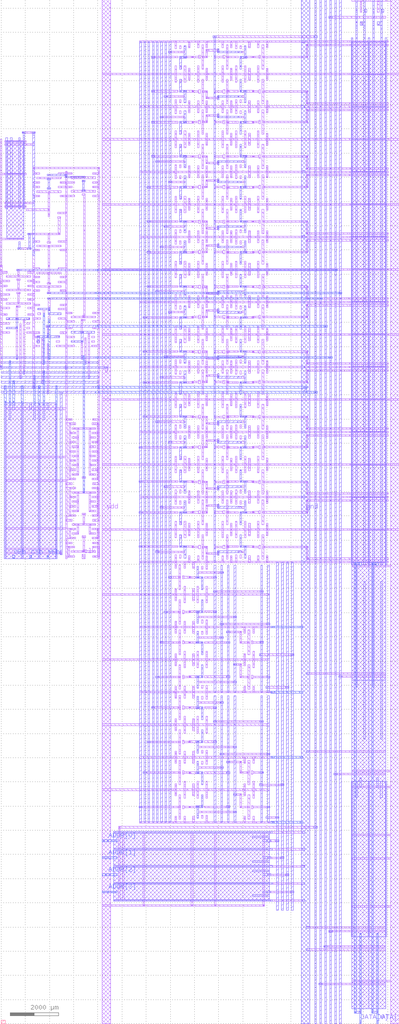
<source format=lef>
VERSION 5.4 ;
NAMESCASESENSITIVE ON ;
BUSBITCHARS "[]" ;
DIVIDERCHAR "/" ;
UNITS
  DATABASE MICRONS 1000 ;
END UNITS
SITE  MacroSite
   CLASS Core ;
   SIZE 175.0 by 135.0 ;
END  MacroSite
MACRO sram_2_16_1_freepdk45
   CLASS BLOCK ;
   SIZE 175.0 BY 135.0 ;
   SYMMETRY X Y R90 ;
   SITE MacroSite ;
   PIN DATA[0]
      DIRECTION INOUT ;
      PORT
         LAYER metal2 ;
         RECT  14837.5 0.0 14907.5 140.0 ;
      END
   END DATA[0]
   PIN DATA[1]
      DIRECTION INOUT ;
      PORT
         LAYER metal2 ;
         RECT  15542.5 0.0 15612.5 140.0 ;
      END
   END DATA[1]
   PIN ADDR[0]
      DIRECTION INPUT ;
      PORT
         LAYER metal3 ;
         RECT  4175.0 7532.5 4655.0 7602.5 ;
      END
   END ADDR[0]
   PIN ADDR[1]
      DIRECTION INPUT ;
      PORT
         LAYER metal3 ;
         RECT  4175.0 6827.5 4655.0 6897.5 ;
      END
   END ADDR[1]
   PIN ADDR[2]
      DIRECTION INPUT ;
      PORT
         LAYER metal3 ;
         RECT  4175.0 6122.5 4655.0 6192.5 ;
      END
   END ADDR[2]
   PIN ADDR[3]
      DIRECTION INPUT ;
      PORT
         LAYER metal3 ;
         RECT  4175.0 5417.5 4655.0 5487.5 ;
      END
   END ADDR[3]
   PIN CSb
      DIRECTION INPUT ;
      PORT
         LAYER metal3 ;
         RECT  1187.5 19230.0 1257.5 19370.0 ;
      END
   END CSb
   PIN WEb
      DIRECTION INPUT ;
      PORT
         LAYER metal3 ;
         RECT  1892.5 19230.0 1962.5 19370.0 ;
      END
   END WEb
   PIN OEb
      DIRECTION INPUT ;
      PORT
         LAYER metal3 ;
         RECT  482.5 19230.0 552.5 19370.0 ;
      END
   END OEb
   PIN clk
      DIRECTION INPUT ;
      PORT
         LAYER metal1 ;
         RECT  3340.0 19230.0 3475.0 19420.0 ;
      END
   END clk
   PIN vdd
      DIRECTION INOUT ;
      USE POWER ; 
      SHAPE ABUTMENT ; 
      PORT
         LAYER metal1 ;
         RECT  16125.0 0.0 16475.0 42337.5 ;
         LAYER metal1 ;
         RECT  4175.0 0.0 4525.0 42337.5 ;
      END
   END vdd
   PIN gnd
      DIRECTION INOUT ;
      USE GROUND ; 
      SHAPE ABUTMENT ; 
      PORT
         LAYER metal2 ;
         RECT  12427.5 0.0 12777.5 42337.5 ;
      END
   END gnd
   OBS
   LAYER  metal1 ;
      RECT  4317.5 26935.0 4382.5 27140.0 ;
      RECT  8475.0 19685.0 8540.0 19750.0 ;
      RECT  8475.0 19412.5 8540.0 19477.5 ;
      RECT  8405.0 19685.0 8507.5 19750.0 ;
      RECT  8475.0 19445.0 8540.0 19717.5 ;
      RECT  8507.5 19412.5 8610.0 19477.5 ;
      RECT  12632.5 19685.0 12697.5 19750.0 ;
      RECT  12632.5 19197.5 12697.5 19262.5 ;
      RECT  10900.0 19685.0 12665.0 19750.0 ;
      RECT  12632.5 19230.0 12697.5 19717.5 ;
      RECT  12665.0 19197.5 14430.0 19262.5 ;
      RECT  8475.0 21120.0 8540.0 21185.0 ;
      RECT  8475.0 21392.5 8540.0 21457.5 ;
      RECT  8405.0 21120.0 8507.5 21185.0 ;
      RECT  8475.0 21152.5 8540.0 21425.0 ;
      RECT  8507.5 21392.5 8610.0 21457.5 ;
      RECT  12632.5 21120.0 12697.5 21185.0 ;
      RECT  12632.5 21607.5 12697.5 21672.5 ;
      RECT  10900.0 21120.0 12665.0 21185.0 ;
      RECT  12632.5 21152.5 12697.5 21640.0 ;
      RECT  12665.0 21607.5 14430.0 21672.5 ;
      RECT  8475.0 22375.0 8540.0 22440.0 ;
      RECT  8475.0 22102.5 8540.0 22167.5 ;
      RECT  8405.0 22375.0 8507.5 22440.0 ;
      RECT  8475.0 22135.0 8540.0 22407.5 ;
      RECT  8507.5 22102.5 8610.0 22167.5 ;
      RECT  12632.5 22375.0 12697.5 22440.0 ;
      RECT  12632.5 21887.5 12697.5 21952.5 ;
      RECT  10900.0 22375.0 12665.0 22440.0 ;
      RECT  12632.5 21920.0 12697.5 22407.5 ;
      RECT  12665.0 21887.5 14430.0 21952.5 ;
      RECT  8475.0 23810.0 8540.0 23875.0 ;
      RECT  8475.0 24082.5 8540.0 24147.5 ;
      RECT  8405.0 23810.0 8507.5 23875.0 ;
      RECT  8475.0 23842.5 8540.0 24115.0 ;
      RECT  8507.5 24082.5 8610.0 24147.5 ;
      RECT  12632.5 23810.0 12697.5 23875.0 ;
      RECT  12632.5 24297.5 12697.5 24362.5 ;
      RECT  10900.0 23810.0 12665.0 23875.0 ;
      RECT  12632.5 23842.5 12697.5 24330.0 ;
      RECT  12665.0 24297.5 14430.0 24362.5 ;
      RECT  8475.0 25065.0 8540.0 25130.0 ;
      RECT  8475.0 24792.5 8540.0 24857.5 ;
      RECT  8405.0 25065.0 8507.5 25130.0 ;
      RECT  8475.0 24825.0 8540.0 25097.5 ;
      RECT  8507.5 24792.5 8610.0 24857.5 ;
      RECT  12632.5 25065.0 12697.5 25130.0 ;
      RECT  12632.5 24577.5 12697.5 24642.5 ;
      RECT  10900.0 25065.0 12665.0 25130.0 ;
      RECT  12632.5 24610.0 12697.5 25097.5 ;
      RECT  12665.0 24577.5 14430.0 24642.5 ;
      RECT  8475.0 26500.0 8540.0 26565.0 ;
      RECT  8475.0 26772.5 8540.0 26837.5 ;
      RECT  8405.0 26500.0 8507.5 26565.0 ;
      RECT  8475.0 26532.5 8540.0 26805.0 ;
      RECT  8507.5 26772.5 8610.0 26837.5 ;
      RECT  12632.5 26500.0 12697.5 26565.0 ;
      RECT  12632.5 26987.5 12697.5 27052.5 ;
      RECT  10900.0 26500.0 12665.0 26565.0 ;
      RECT  12632.5 26532.5 12697.5 27020.0 ;
      RECT  12665.0 26987.5 14430.0 27052.5 ;
      RECT  8475.0 27755.0 8540.0 27820.0 ;
      RECT  8475.0 27482.5 8540.0 27547.5 ;
      RECT  8405.0 27755.0 8507.5 27820.0 ;
      RECT  8475.0 27515.0 8540.0 27787.5 ;
      RECT  8507.5 27482.5 8610.0 27547.5 ;
      RECT  12632.5 27755.0 12697.5 27820.0 ;
      RECT  12632.5 27267.5 12697.5 27332.5 ;
      RECT  10900.0 27755.0 12665.0 27820.0 ;
      RECT  12632.5 27300.0 12697.5 27787.5 ;
      RECT  12665.0 27267.5 14430.0 27332.5 ;
      RECT  8475.0 29190.0 8540.0 29255.0 ;
      RECT  8475.0 29462.5 8540.0 29527.5 ;
      RECT  8405.0 29190.0 8507.5 29255.0 ;
      RECT  8475.0 29222.5 8540.0 29495.0 ;
      RECT  8507.5 29462.5 8610.0 29527.5 ;
      RECT  12632.5 29190.0 12697.5 29255.0 ;
      RECT  12632.5 29677.5 12697.5 29742.5 ;
      RECT  10900.0 29190.0 12665.0 29255.0 ;
      RECT  12632.5 29222.5 12697.5 29710.0 ;
      RECT  12665.0 29677.5 14430.0 29742.5 ;
      RECT  8475.0 30445.0 8540.0 30510.0 ;
      RECT  8475.0 30172.5 8540.0 30237.5 ;
      RECT  8405.0 30445.0 8507.5 30510.0 ;
      RECT  8475.0 30205.0 8540.0 30477.5 ;
      RECT  8507.5 30172.5 8610.0 30237.5 ;
      RECT  12632.5 30445.0 12697.5 30510.0 ;
      RECT  12632.5 29957.5 12697.5 30022.5 ;
      RECT  10900.0 30445.0 12665.0 30510.0 ;
      RECT  12632.5 29990.0 12697.5 30477.5 ;
      RECT  12665.0 29957.5 14430.0 30022.5 ;
      RECT  8475.0 31880.0 8540.0 31945.0 ;
      RECT  8475.0 32152.5 8540.0 32217.5 ;
      RECT  8405.0 31880.0 8507.5 31945.0 ;
      RECT  8475.0 31912.5 8540.0 32185.0 ;
      RECT  8507.5 32152.5 8610.0 32217.5 ;
      RECT  12632.5 31880.0 12697.5 31945.0 ;
      RECT  12632.5 32367.5 12697.5 32432.5 ;
      RECT  10900.0 31880.0 12665.0 31945.0 ;
      RECT  12632.5 31912.5 12697.5 32400.0 ;
      RECT  12665.0 32367.5 14430.0 32432.5 ;
      RECT  8475.0 33135.0 8540.0 33200.0 ;
      RECT  8475.0 32862.5 8540.0 32927.5 ;
      RECT  8405.0 33135.0 8507.5 33200.0 ;
      RECT  8475.0 32895.0 8540.0 33167.5 ;
      RECT  8507.5 32862.5 8610.0 32927.5 ;
      RECT  12632.5 33135.0 12697.5 33200.0 ;
      RECT  12632.5 32647.5 12697.5 32712.5 ;
      RECT  10900.0 33135.0 12665.0 33200.0 ;
      RECT  12632.5 32680.0 12697.5 33167.5 ;
      RECT  12665.0 32647.5 14430.0 32712.5 ;
      RECT  8475.0 34570.0 8540.0 34635.0 ;
      RECT  8475.0 34842.5 8540.0 34907.5 ;
      RECT  8405.0 34570.0 8507.5 34635.0 ;
      RECT  8475.0 34602.5 8540.0 34875.0 ;
      RECT  8507.5 34842.5 8610.0 34907.5 ;
      RECT  12632.5 34570.0 12697.5 34635.0 ;
      RECT  12632.5 35057.5 12697.5 35122.5 ;
      RECT  10900.0 34570.0 12665.0 34635.0 ;
      RECT  12632.5 34602.5 12697.5 35090.0 ;
      RECT  12665.0 35057.5 14430.0 35122.5 ;
      RECT  8475.0 35825.0 8540.0 35890.0 ;
      RECT  8475.0 35552.5 8540.0 35617.5 ;
      RECT  8405.0 35825.0 8507.5 35890.0 ;
      RECT  8475.0 35585.0 8540.0 35857.5 ;
      RECT  8507.5 35552.5 8610.0 35617.5 ;
      RECT  12632.5 35825.0 12697.5 35890.0 ;
      RECT  12632.5 35337.5 12697.5 35402.5 ;
      RECT  10900.0 35825.0 12665.0 35890.0 ;
      RECT  12632.5 35370.0 12697.5 35857.5 ;
      RECT  12665.0 35337.5 14430.0 35402.5 ;
      RECT  8475.0 37260.0 8540.0 37325.0 ;
      RECT  8475.0 37532.5 8540.0 37597.5 ;
      RECT  8405.0 37260.0 8507.5 37325.0 ;
      RECT  8475.0 37292.5 8540.0 37565.0 ;
      RECT  8507.5 37532.5 8610.0 37597.5 ;
      RECT  12632.5 37260.0 12697.5 37325.0 ;
      RECT  12632.5 37747.5 12697.5 37812.5 ;
      RECT  10900.0 37260.0 12665.0 37325.0 ;
      RECT  12632.5 37292.5 12697.5 37780.0 ;
      RECT  12665.0 37747.5 14430.0 37812.5 ;
      RECT  8475.0 38515.0 8540.0 38580.0 ;
      RECT  8475.0 38242.5 8540.0 38307.5 ;
      RECT  8405.0 38515.0 8507.5 38580.0 ;
      RECT  8475.0 38275.0 8540.0 38547.5 ;
      RECT  8507.5 38242.5 8610.0 38307.5 ;
      RECT  12632.5 38515.0 12697.5 38580.0 ;
      RECT  12632.5 38027.5 12697.5 38092.5 ;
      RECT  10900.0 38515.0 12665.0 38580.0 ;
      RECT  12632.5 38060.0 12697.5 38547.5 ;
      RECT  12665.0 38027.5 14430.0 38092.5 ;
      RECT  8475.0 39950.0 8540.0 40015.0 ;
      RECT  8475.0 40222.5 8540.0 40287.5 ;
      RECT  8405.0 39950.0 8507.5 40015.0 ;
      RECT  8475.0 39982.5 8540.0 40255.0 ;
      RECT  8507.5 40222.5 8610.0 40287.5 ;
      RECT  12632.5 39950.0 12697.5 40015.0 ;
      RECT  12632.5 40437.5 12697.5 40502.5 ;
      RECT  10900.0 39950.0 12665.0 40015.0 ;
      RECT  12632.5 39982.5 12697.5 40470.0 ;
      RECT  12665.0 40437.5 14430.0 40502.5 ;
      RECT  9065.0 19057.5 14520.0 19122.5 ;
      RECT  9065.0 21747.5 14520.0 21812.5 ;
      RECT  9065.0 24437.5 14520.0 24502.5 ;
      RECT  9065.0 27127.5 14520.0 27192.5 ;
      RECT  9065.0 29817.5 14520.0 29882.5 ;
      RECT  9065.0 32507.5 14520.0 32572.5 ;
      RECT  9065.0 35197.5 14520.0 35262.5 ;
      RECT  9065.0 37887.5 14520.0 37952.5 ;
      RECT  9065.0 40577.5 14520.0 40642.5 ;
      RECT  4175.0 20402.5 16475.0 20467.5 ;
      RECT  4175.0 23092.5 16475.0 23157.5 ;
      RECT  4175.0 25782.5 16475.0 25847.5 ;
      RECT  4175.0 28472.5 16475.0 28537.5 ;
      RECT  4175.0 31162.5 16475.0 31227.5 ;
      RECT  4175.0 33852.5 16475.0 33917.5 ;
      RECT  4175.0 36542.5 16475.0 36607.5 ;
      RECT  4175.0 39232.5 16475.0 39297.5 ;
      RECT  11095.0 8502.5 11437.5 8567.5 ;
      RECT  10820.0 9847.5 11642.5 9912.5 ;
      RECT  11095.0 13882.5 11847.5 13947.5 ;
      RECT  10820.0 15227.5 12052.5 15292.5 ;
      RECT  11095.0 8297.5 11232.5 8362.5 ;
      RECT  11095.0 10987.5 11232.5 11052.5 ;
      RECT  11095.0 13677.5 11232.5 13742.5 ;
      RECT  11095.0 16367.5 11232.5 16432.5 ;
      RECT  4175.0 9642.5 11095.0 9707.5 ;
      RECT  4175.0 12332.5 11095.0 12397.5 ;
      RECT  4175.0 15022.5 11095.0 15087.5 ;
      RECT  4175.0 17712.5 11095.0 17777.5 ;
      RECT  11095.0 7535.0 11437.5 7600.0 ;
      RECT  11095.0 6830.0 11642.5 6895.0 ;
      RECT  11095.0 6125.0 11847.5 6190.0 ;
      RECT  11095.0 5420.0 12052.5 5485.0 ;
      RECT  11095.0 7887.5 12562.5 7952.5 ;
      RECT  11095.0 7182.5 12562.5 7247.5 ;
      RECT  11095.0 6477.5 12562.5 6542.5 ;
      RECT  11095.0 5772.5 12562.5 5837.5 ;
      RECT  11095.0 5067.5 12562.5 5132.5 ;
      RECT  7865.0 4862.5 7930.0 4927.5 ;
      RECT  7865.0 4895.0 7930.0 5100.0 ;
      RECT  4175.0 4862.5 7897.5 4927.5 ;
      RECT  10825.0 4862.5 10890.0 4927.5 ;
      RECT  10825.0 4895.0 10890.0 5100.0 ;
      RECT  4175.0 4862.5 10857.5 4927.5 ;
      RECT  5875.0 4862.5 5940.0 4927.5 ;
      RECT  5875.0 4895.0 5940.0 5100.0 ;
      RECT  4175.0 4862.5 5907.5 4927.5 ;
      RECT  8835.0 4862.5 8900.0 4927.5 ;
      RECT  8835.0 4895.0 8900.0 5100.0 ;
      RECT  4175.0 4862.5 8867.5 4927.5 ;
      RECT  13632.5 3795.0 14520.0 3860.0 ;
      RECT  13222.5 1610.0 14520.0 1675.0 ;
      RECT  13427.5 3157.5 14520.0 3222.5 ;
      RECT  13632.5 41587.5 14520.0 41652.5 ;
      RECT  13837.5 10297.5 14520.0 10362.5 ;
      RECT  14042.5 14322.5 14520.0 14387.5 ;
      RECT  4860.0 8092.5 4925.0 8157.5 ;
      RECT  4860.0 7920.0 4925.0 8125.0 ;
      RECT  4892.5 8092.5 13017.5 8157.5 ;
      RECT  8840.0 40782.5 13082.5 40847.5 ;
      RECT  14520.0 42272.5 16125.0 42337.5 ;
      RECT  14520.0 18895.0 16125.0 18960.0 ;
      RECT  14520.0 10427.5 16125.0 10492.5 ;
      RECT  14520.0 6800.0 16125.0 6865.0 ;
      RECT  14520.0 9760.0 16125.0 9825.0 ;
      RECT  14520.0 4810.0 16125.0 4875.0 ;
      RECT  14520.0 7770.0 16125.0 7835.0 ;
      RECT  14520.0 1740.0 16125.0 1805.0 ;
      RECT  12777.5 3027.5 14520.0 3092.5 ;
      RECT  12777.5 14452.5 14520.0 14517.5 ;
      RECT  12777.5 3955.0 14520.0 4020.0 ;
      RECT  12777.5 11230.0 14520.0 11295.0 ;
      RECT  14520.0 19090.0 15225.0 20435.0 ;
      RECT  14520.0 21780.0 15225.0 20435.0 ;
      RECT  14520.0 21780.0 15225.0 23125.0 ;
      RECT  14520.0 24470.0 15225.0 23125.0 ;
      RECT  14520.0 24470.0 15225.0 25815.0 ;
      RECT  14520.0 27160.0 15225.0 25815.0 ;
      RECT  14520.0 27160.0 15225.0 28505.0 ;
      RECT  14520.0 29850.0 15225.0 28505.0 ;
      RECT  14520.0 29850.0 15225.0 31195.0 ;
      RECT  14520.0 32540.0 15225.0 31195.0 ;
      RECT  14520.0 32540.0 15225.0 33885.0 ;
      RECT  14520.0 35230.0 15225.0 33885.0 ;
      RECT  14520.0 35230.0 15225.0 36575.0 ;
      RECT  14520.0 37920.0 15225.0 36575.0 ;
      RECT  14520.0 37920.0 15225.0 39265.0 ;
      RECT  14520.0 40610.0 15225.0 39265.0 ;
      RECT  15225.0 19090.0 15930.0 20435.0 ;
      RECT  15225.0 21780.0 15930.0 20435.0 ;
      RECT  15225.0 21780.0 15930.0 23125.0 ;
      RECT  15225.0 24470.0 15930.0 23125.0 ;
      RECT  15225.0 24470.0 15930.0 25815.0 ;
      RECT  15225.0 27160.0 15930.0 25815.0 ;
      RECT  15225.0 27160.0 15930.0 28505.0 ;
      RECT  15225.0 29850.0 15930.0 28505.0 ;
      RECT  15225.0 29850.0 15930.0 31195.0 ;
      RECT  15225.0 32540.0 15930.0 31195.0 ;
      RECT  15225.0 32540.0 15930.0 33885.0 ;
      RECT  15225.0 35230.0 15930.0 33885.0 ;
      RECT  15225.0 35230.0 15930.0 36575.0 ;
      RECT  15225.0 37920.0 15930.0 36575.0 ;
      RECT  15225.0 37920.0 15930.0 39265.0 ;
      RECT  15225.0 40610.0 15930.0 39265.0 ;
      RECT  14430.0 19197.5 16020.0 19262.5 ;
      RECT  14430.0 21607.5 16020.0 21672.5 ;
      RECT  14430.0 21887.5 16020.0 21952.5 ;
      RECT  14430.0 24297.5 16020.0 24362.5 ;
      RECT  14430.0 24577.5 16020.0 24642.5 ;
      RECT  14430.0 26987.5 16020.0 27052.5 ;
      RECT  14430.0 27267.5 16020.0 27332.5 ;
      RECT  14430.0 29677.5 16020.0 29742.5 ;
      RECT  14430.0 29957.5 16020.0 30022.5 ;
      RECT  14430.0 32367.5 16020.0 32432.5 ;
      RECT  14430.0 32647.5 16020.0 32712.5 ;
      RECT  14430.0 35057.5 16020.0 35122.5 ;
      RECT  14430.0 35337.5 16020.0 35402.5 ;
      RECT  14430.0 37747.5 16020.0 37812.5 ;
      RECT  14430.0 38027.5 16020.0 38092.5 ;
      RECT  14430.0 40437.5 16020.0 40502.5 ;
      RECT  14430.0 20402.5 16020.0 20467.5 ;
      RECT  14430.0 23092.5 16020.0 23157.5 ;
      RECT  14430.0 25782.5 16020.0 25847.5 ;
      RECT  14430.0 28472.5 16020.0 28537.5 ;
      RECT  14430.0 31162.5 16020.0 31227.5 ;
      RECT  14430.0 33852.5 16020.0 33917.5 ;
      RECT  14430.0 36542.5 16020.0 36607.5 ;
      RECT  14430.0 39232.5 16020.0 39297.5 ;
      RECT  14430.0 19057.5 16020.0 19122.5 ;
      RECT  14430.0 21747.5 16020.0 21812.5 ;
      RECT  14430.0 24437.5 16020.0 24502.5 ;
      RECT  14430.0 27127.5 16020.0 27192.5 ;
      RECT  14430.0 29817.5 16020.0 29882.5 ;
      RECT  14430.0 32507.5 16020.0 32572.5 ;
      RECT  14430.0 35197.5 16020.0 35262.5 ;
      RECT  14430.0 37887.5 16020.0 37952.5 ;
      RECT  14430.0 40577.5 16020.0 40642.5 ;
      RECT  14872.5 41822.5 14937.5 42337.5 ;
      RECT  14682.5 41292.5 14747.5 41427.5 ;
      RECT  14872.5 41292.5 14937.5 41427.5 ;
      RECT  14872.5 41292.5 14937.5 41427.5 ;
      RECT  14682.5 41292.5 14747.5 41427.5 ;
      RECT  14682.5 41822.5 14747.5 41957.5 ;
      RECT  14872.5 41822.5 14937.5 41957.5 ;
      RECT  14872.5 41822.5 14937.5 41957.5 ;
      RECT  14682.5 41822.5 14747.5 41957.5 ;
      RECT  14872.5 41822.5 14937.5 41957.5 ;
      RECT  15062.5 41822.5 15127.5 41957.5 ;
      RECT  15062.5 41822.5 15127.5 41957.5 ;
      RECT  14872.5 41822.5 14937.5 41957.5 ;
      RECT  14852.5 41587.5 14717.5 41652.5 ;
      RECT  14872.5 42135.0 14937.5 42270.0 ;
      RECT  14682.5 41292.5 14747.5 41427.5 ;
      RECT  14872.5 41292.5 14937.5 41427.5 ;
      RECT  14682.5 41822.5 14747.5 41957.5 ;
      RECT  15062.5 41822.5 15127.5 41957.5 ;
      RECT  14520.0 41587.5 15225.0 41652.5 ;
      RECT  14520.0 42272.5 15225.0 42337.5 ;
      RECT  15577.5 41822.5 15642.5 42337.5 ;
      RECT  15387.5 41292.5 15452.5 41427.5 ;
      RECT  15577.5 41292.5 15642.5 41427.5 ;
      RECT  15577.5 41292.5 15642.5 41427.5 ;
      RECT  15387.5 41292.5 15452.5 41427.5 ;
      RECT  15387.5 41822.5 15452.5 41957.5 ;
      RECT  15577.5 41822.5 15642.5 41957.5 ;
      RECT  15577.5 41822.5 15642.5 41957.5 ;
      RECT  15387.5 41822.5 15452.5 41957.5 ;
      RECT  15577.5 41822.5 15642.5 41957.5 ;
      RECT  15767.5 41822.5 15832.5 41957.5 ;
      RECT  15767.5 41822.5 15832.5 41957.5 ;
      RECT  15577.5 41822.5 15642.5 41957.5 ;
      RECT  15557.5 41587.5 15422.5 41652.5 ;
      RECT  15577.5 42135.0 15642.5 42270.0 ;
      RECT  15387.5 41292.5 15452.5 41427.5 ;
      RECT  15577.5 41292.5 15642.5 41427.5 ;
      RECT  15387.5 41822.5 15452.5 41957.5 ;
      RECT  15767.5 41822.5 15832.5 41957.5 ;
      RECT  15225.0 41587.5 15930.0 41652.5 ;
      RECT  15225.0 42272.5 15930.0 42337.5 ;
      RECT  14520.0 41587.5 15930.0 41652.5 ;
      RECT  14520.0 42272.5 15930.0 42337.5 ;
      RECT  14520.0 14205.0 15225.0 19090.0 ;
      RECT  15225.0 14205.0 15930.0 19090.0 ;
      RECT  14520.0 14322.5 15930.0 14387.5 ;
      RECT  14520.0 18895.0 15930.0 18960.0 ;
      RECT  14520.0 14452.5 15930.0 14517.5 ;
      RECT  14520.0 10030.0 15225.0 14205.0 ;
      RECT  15225.0 10030.0 15930.0 14205.0 ;
      RECT  14520.0 10297.5 15930.0 10362.5 ;
      RECT  14520.0 10427.5 15930.0 10492.5 ;
      RECT  14520.0 11230.0 15930.0 11295.0 ;
      RECT  14520.0 3590.0 15225.0 10030.0 ;
      RECT  15930.0 3590.0 15225.0 10030.0 ;
      RECT  14520.0 3795.0 15930.0 3860.0 ;
      RECT  14520.0 6800.0 15930.0 6865.0 ;
      RECT  14520.0 9760.0 15930.0 9825.0 ;
      RECT  14520.0 4810.0 15930.0 4875.0 ;
      RECT  14520.0 7770.0 15930.0 7835.0 ;
      RECT  14520.0 3955.0 15930.0 4020.0 ;
      RECT  14520.0 3590.0 15225.0 615.0 ;
      RECT  15225.0 3590.0 15930.0 615.0 ;
      RECT  14520.0 3222.5 15930.0 3157.5 ;
      RECT  14520.0 1675.0 15930.0 1610.0 ;
      RECT  14520.0 1805.0 15930.0 1740.0 ;
      RECT  14520.0 3092.5 15930.0 3027.5 ;
      RECT  7895.0 19697.5 7960.0 19762.5 ;
      RECT  7895.0 19685.0 7960.0 19750.0 ;
      RECT  7677.5 19697.5 7927.5 19762.5 ;
      RECT  7895.0 19717.5 7960.0 19730.0 ;
      RECT  7927.5 19685.0 8175.0 19750.0 ;
      RECT  7895.0 21107.5 7960.0 21172.5 ;
      RECT  7895.0 21120.0 7960.0 21185.0 ;
      RECT  7677.5 21107.5 7927.5 21172.5 ;
      RECT  7895.0 21140.0 7960.0 21152.5 ;
      RECT  7927.5 21120.0 8175.0 21185.0 ;
      RECT  7895.0 22387.5 7960.0 22452.5 ;
      RECT  7895.0 22375.0 7960.0 22440.0 ;
      RECT  7677.5 22387.5 7927.5 22452.5 ;
      RECT  7895.0 22407.5 7960.0 22420.0 ;
      RECT  7927.5 22375.0 8175.0 22440.0 ;
      RECT  7895.0 23797.5 7960.0 23862.5 ;
      RECT  7895.0 23810.0 7960.0 23875.0 ;
      RECT  7677.5 23797.5 7927.5 23862.5 ;
      RECT  7895.0 23830.0 7960.0 23842.5 ;
      RECT  7927.5 23810.0 8175.0 23875.0 ;
      RECT  7895.0 25077.5 7960.0 25142.5 ;
      RECT  7895.0 25065.0 7960.0 25130.0 ;
      RECT  7677.5 25077.5 7927.5 25142.5 ;
      RECT  7895.0 25097.5 7960.0 25110.0 ;
      RECT  7927.5 25065.0 8175.0 25130.0 ;
      RECT  7895.0 26487.5 7960.0 26552.5 ;
      RECT  7895.0 26500.0 7960.0 26565.0 ;
      RECT  7677.5 26487.5 7927.5 26552.5 ;
      RECT  7895.0 26520.0 7960.0 26532.5 ;
      RECT  7927.5 26500.0 8175.0 26565.0 ;
      RECT  7895.0 27767.5 7960.0 27832.5 ;
      RECT  7895.0 27755.0 7960.0 27820.0 ;
      RECT  7677.5 27767.5 7927.5 27832.5 ;
      RECT  7895.0 27787.5 7960.0 27800.0 ;
      RECT  7927.5 27755.0 8175.0 27820.0 ;
      RECT  7895.0 29177.5 7960.0 29242.5 ;
      RECT  7895.0 29190.0 7960.0 29255.0 ;
      RECT  7677.5 29177.5 7927.5 29242.5 ;
      RECT  7895.0 29210.0 7960.0 29222.5 ;
      RECT  7927.5 29190.0 8175.0 29255.0 ;
      RECT  7895.0 30457.5 7960.0 30522.5 ;
      RECT  7895.0 30445.0 7960.0 30510.0 ;
      RECT  7677.5 30457.5 7927.5 30522.5 ;
      RECT  7895.0 30477.5 7960.0 30490.0 ;
      RECT  7927.5 30445.0 8175.0 30510.0 ;
      RECT  7895.0 31867.5 7960.0 31932.5 ;
      RECT  7895.0 31880.0 7960.0 31945.0 ;
      RECT  7677.5 31867.5 7927.5 31932.5 ;
      RECT  7895.0 31900.0 7960.0 31912.5 ;
      RECT  7927.5 31880.0 8175.0 31945.0 ;
      RECT  7895.0 33147.5 7960.0 33212.5 ;
      RECT  7895.0 33135.0 7960.0 33200.0 ;
      RECT  7677.5 33147.5 7927.5 33212.5 ;
      RECT  7895.0 33167.5 7960.0 33180.0 ;
      RECT  7927.5 33135.0 8175.0 33200.0 ;
      RECT  7895.0 34557.5 7960.0 34622.5 ;
      RECT  7895.0 34570.0 7960.0 34635.0 ;
      RECT  7677.5 34557.5 7927.5 34622.5 ;
      RECT  7895.0 34590.0 7960.0 34602.5 ;
      RECT  7927.5 34570.0 8175.0 34635.0 ;
      RECT  7895.0 35837.5 7960.0 35902.5 ;
      RECT  7895.0 35825.0 7960.0 35890.0 ;
      RECT  7677.5 35837.5 7927.5 35902.5 ;
      RECT  7895.0 35857.5 7960.0 35870.0 ;
      RECT  7927.5 35825.0 8175.0 35890.0 ;
      RECT  7895.0 37247.5 7960.0 37312.5 ;
      RECT  7895.0 37260.0 7960.0 37325.0 ;
      RECT  7677.5 37247.5 7927.5 37312.5 ;
      RECT  7895.0 37280.0 7960.0 37292.5 ;
      RECT  7927.5 37260.0 8175.0 37325.0 ;
      RECT  7895.0 38527.5 7960.0 38592.5 ;
      RECT  7895.0 38515.0 7960.0 38580.0 ;
      RECT  7677.5 38527.5 7927.5 38592.5 ;
      RECT  7895.0 38547.5 7960.0 38560.0 ;
      RECT  7927.5 38515.0 8175.0 38580.0 ;
      RECT  7895.0 39937.5 7960.0 40002.5 ;
      RECT  7895.0 39950.0 7960.0 40015.0 ;
      RECT  7677.5 39937.5 7927.5 40002.5 ;
      RECT  7895.0 39970.0 7960.0 39982.5 ;
      RECT  7927.5 39950.0 8175.0 40015.0 ;
      RECT  5765.0 8925.0 7130.0 8990.0 ;
      RECT  5940.0 10360.0 7130.0 10425.0 ;
      RECT  6115.0 11615.0 7130.0 11680.0 ;
      RECT  6290.0 13050.0 7130.0 13115.0 ;
      RECT  6465.0 14305.0 7130.0 14370.0 ;
      RECT  6640.0 15740.0 7130.0 15805.0 ;
      RECT  6815.0 16995.0 7130.0 17060.0 ;
      RECT  6990.0 18430.0 7130.0 18495.0 ;
      RECT  5765.0 19697.5 7190.0 19762.5 ;
      RECT  6465.0 19482.5 7447.5 19547.5 ;
      RECT  5765.0 21107.5 7190.0 21172.5 ;
      RECT  6640.0 21322.5 7447.5 21387.5 ;
      RECT  5765.0 22387.5 7190.0 22452.5 ;
      RECT  6815.0 22172.5 7447.5 22237.5 ;
      RECT  5765.0 23797.5 7190.0 23862.5 ;
      RECT  6990.0 24012.5 7447.5 24077.5 ;
      RECT  5940.0 25077.5 7190.0 25142.5 ;
      RECT  6465.0 24862.5 7447.5 24927.5 ;
      RECT  5940.0 26487.5 7190.0 26552.5 ;
      RECT  6640.0 26702.5 7447.5 26767.5 ;
      RECT  5940.0 27767.5 7190.0 27832.5 ;
      RECT  6815.0 27552.5 7447.5 27617.5 ;
      RECT  5940.0 29177.5 7190.0 29242.5 ;
      RECT  6990.0 29392.5 7447.5 29457.5 ;
      RECT  6115.0 30457.5 7190.0 30522.5 ;
      RECT  6465.0 30242.5 7447.5 30307.5 ;
      RECT  6115.0 31867.5 7190.0 31932.5 ;
      RECT  6640.0 32082.5 7447.5 32147.5 ;
      RECT  6115.0 33147.5 7190.0 33212.5 ;
      RECT  6815.0 32932.5 7447.5 32997.5 ;
      RECT  6115.0 34557.5 7190.0 34622.5 ;
      RECT  6990.0 34772.5 7447.5 34837.5 ;
      RECT  6290.0 35837.5 7190.0 35902.5 ;
      RECT  6465.0 35622.5 7447.5 35687.5 ;
      RECT  6290.0 37247.5 7190.0 37312.5 ;
      RECT  6640.0 37462.5 7447.5 37527.5 ;
      RECT  6290.0 38527.5 7190.0 38592.5 ;
      RECT  6815.0 38312.5 7447.5 38377.5 ;
      RECT  6290.0 39937.5 7190.0 40002.5 ;
      RECT  6990.0 40152.5 7447.5 40217.5 ;
      RECT  9952.5 8925.0 9887.5 8990.0 ;
      RECT  9952.5 9447.5 9887.5 9512.5 ;
      RECT  10190.0 8925.0 9920.0 8990.0 ;
      RECT  9952.5 8957.5 9887.5 9480.0 ;
      RECT  9920.0 9447.5 9675.0 9512.5 ;
      RECT  11060.0 8925.0 10420.0 8990.0 ;
      RECT  9952.5 10360.0 9887.5 10425.0 ;
      RECT  9952.5 10792.5 9887.5 10857.5 ;
      RECT  10190.0 10360.0 9920.0 10425.0 ;
      RECT  9952.5 10392.5 9887.5 10825.0 ;
      RECT  9920.0 10792.5 9400.0 10857.5 ;
      RECT  10785.0 10360.0 10420.0 10425.0 ;
      RECT  11060.0 11122.5 9125.0 11187.5 ;
      RECT  10785.0 12467.5 8850.0 12532.5 ;
      RECT  9675.0 8722.5 8292.5 8787.5 ;
      RECT  9400.0 8937.5 8550.0 9002.5 ;
      RECT  9125.0 10562.5 8292.5 10627.5 ;
      RECT  9400.0 10347.5 8550.0 10412.5 ;
      RECT  9675.0 11412.5 8292.5 11477.5 ;
      RECT  8850.0 11627.5 8550.0 11692.5 ;
      RECT  9125.0 13252.5 8292.5 13317.5 ;
      RECT  8850.0 13037.5 8550.0 13102.5 ;
      RECT  7845.0 8937.5 7780.0 9002.5 ;
      RECT  7845.0 8925.0 7780.0 8990.0 ;
      RECT  8062.5 8937.5 7812.5 9002.5 ;
      RECT  7845.0 8957.5 7780.0 8970.0 ;
      RECT  7812.5 8925.0 7565.0 8990.0 ;
      RECT  7845.0 10347.5 7780.0 10412.5 ;
      RECT  7845.0 10360.0 7780.0 10425.0 ;
      RECT  8062.5 10347.5 7812.5 10412.5 ;
      RECT  7845.0 10380.0 7780.0 10392.5 ;
      RECT  7812.5 10360.0 7565.0 10425.0 ;
      RECT  7845.0 11627.5 7780.0 11692.5 ;
      RECT  7845.0 11615.0 7780.0 11680.0 ;
      RECT  8062.5 11627.5 7812.5 11692.5 ;
      RECT  7845.0 11647.5 7780.0 11660.0 ;
      RECT  7812.5 11615.0 7565.0 11680.0 ;
      RECT  7845.0 13037.5 7780.0 13102.5 ;
      RECT  7845.0 13050.0 7780.0 13115.0 ;
      RECT  8062.5 13037.5 7812.5 13102.5 ;
      RECT  7845.0 13070.0 7780.0 13082.5 ;
      RECT  7812.5 13050.0 7565.0 13115.0 ;
      RECT  10117.5 9490.0 10052.5 9675.0 ;
      RECT  10117.5 8330.0 10052.5 8515.0 ;
      RECT  10477.5 8447.5 10412.5 8297.5 ;
      RECT  10477.5 9332.5 10412.5 9707.5 ;
      RECT  10287.5 8447.5 10222.5 9332.5 ;
      RECT  10477.5 9332.5 10412.5 9467.5 ;
      RECT  10287.5 9332.5 10222.5 9467.5 ;
      RECT  10287.5 9332.5 10222.5 9467.5 ;
      RECT  10477.5 9332.5 10412.5 9467.5 ;
      RECT  10477.5 8447.5 10412.5 8582.5 ;
      RECT  10287.5 8447.5 10222.5 8582.5 ;
      RECT  10287.5 8447.5 10222.5 8582.5 ;
      RECT  10477.5 8447.5 10412.5 8582.5 ;
      RECT  10117.5 9422.5 10052.5 9557.5 ;
      RECT  10117.5 8447.5 10052.5 8582.5 ;
      RECT  10420.0 8890.0 10355.0 9025.0 ;
      RECT  10420.0 8890.0 10355.0 9025.0 ;
      RECT  10255.0 8925.0 10190.0 8990.0 ;
      RECT  10545.0 9642.5 9985.0 9707.5 ;
      RECT  10545.0 8297.5 9985.0 8362.5 ;
      RECT  10117.5 9860.0 10052.5 9675.0 ;
      RECT  10117.5 11020.0 10052.5 10835.0 ;
      RECT  10477.5 10902.5 10412.5 11052.5 ;
      RECT  10477.5 10017.5 10412.5 9642.5 ;
      RECT  10287.5 10902.5 10222.5 10017.5 ;
      RECT  10477.5 10017.5 10412.5 9882.5 ;
      RECT  10287.5 10017.5 10222.5 9882.5 ;
      RECT  10287.5 10017.5 10222.5 9882.5 ;
      RECT  10477.5 10017.5 10412.5 9882.5 ;
      RECT  10477.5 10902.5 10412.5 10767.5 ;
      RECT  10287.5 10902.5 10222.5 10767.5 ;
      RECT  10287.5 10902.5 10222.5 10767.5 ;
      RECT  10477.5 10902.5 10412.5 10767.5 ;
      RECT  10117.5 9927.5 10052.5 9792.5 ;
      RECT  10117.5 10902.5 10052.5 10767.5 ;
      RECT  10420.0 10460.0 10355.0 10325.0 ;
      RECT  10420.0 10460.0 10355.0 10325.0 ;
      RECT  10255.0 10425.0 10190.0 10360.0 ;
      RECT  10545.0 9707.5 9985.0 9642.5 ;
      RECT  10545.0 11052.5 9985.0 10987.5 ;
      RECT  7262.5 9490.0 7197.5 9675.0 ;
      RECT  7262.5 8330.0 7197.5 8515.0 ;
      RECT  7622.5 8447.5 7557.5 8297.5 ;
      RECT  7622.5 9332.5 7557.5 9707.5 ;
      RECT  7432.5 8447.5 7367.5 9332.5 ;
      RECT  7622.5 9332.5 7557.5 9467.5 ;
      RECT  7432.5 9332.5 7367.5 9467.5 ;
      RECT  7432.5 9332.5 7367.5 9467.5 ;
      RECT  7622.5 9332.5 7557.5 9467.5 ;
      RECT  7622.5 8447.5 7557.5 8582.5 ;
      RECT  7432.5 8447.5 7367.5 8582.5 ;
      RECT  7432.5 8447.5 7367.5 8582.5 ;
      RECT  7622.5 8447.5 7557.5 8582.5 ;
      RECT  7262.5 9422.5 7197.5 9557.5 ;
      RECT  7262.5 8447.5 7197.5 8582.5 ;
      RECT  7565.0 8890.0 7500.0 9025.0 ;
      RECT  7565.0 8890.0 7500.0 9025.0 ;
      RECT  7400.0 8925.0 7335.0 8990.0 ;
      RECT  7690.0 9642.5 7130.0 9707.5 ;
      RECT  7690.0 8297.5 7130.0 8362.5 ;
      RECT  7262.5 9860.0 7197.5 9675.0 ;
      RECT  7262.5 11020.0 7197.5 10835.0 ;
      RECT  7622.5 10902.5 7557.5 11052.5 ;
      RECT  7622.5 10017.5 7557.5 9642.5 ;
      RECT  7432.5 10902.5 7367.5 10017.5 ;
      RECT  7622.5 10017.5 7557.5 9882.5 ;
      RECT  7432.5 10017.5 7367.5 9882.5 ;
      RECT  7432.5 10017.5 7367.5 9882.5 ;
      RECT  7622.5 10017.5 7557.5 9882.5 ;
      RECT  7622.5 10902.5 7557.5 10767.5 ;
      RECT  7432.5 10902.5 7367.5 10767.5 ;
      RECT  7432.5 10902.5 7367.5 10767.5 ;
      RECT  7622.5 10902.5 7557.5 10767.5 ;
      RECT  7262.5 9927.5 7197.5 9792.5 ;
      RECT  7262.5 10902.5 7197.5 10767.5 ;
      RECT  7565.0 10460.0 7500.0 10325.0 ;
      RECT  7565.0 10460.0 7500.0 10325.0 ;
      RECT  7400.0 10425.0 7335.0 10360.0 ;
      RECT  7690.0 9707.5 7130.0 9642.5 ;
      RECT  7690.0 11052.5 7130.0 10987.5 ;
      RECT  7262.5 12180.0 7197.5 12365.0 ;
      RECT  7262.5 11020.0 7197.5 11205.0 ;
      RECT  7622.5 11137.5 7557.5 10987.5 ;
      RECT  7622.5 12022.5 7557.5 12397.5 ;
      RECT  7432.5 11137.5 7367.5 12022.5 ;
      RECT  7622.5 12022.5 7557.5 12157.5 ;
      RECT  7432.5 12022.5 7367.5 12157.5 ;
      RECT  7432.5 12022.5 7367.5 12157.5 ;
      RECT  7622.5 12022.5 7557.5 12157.5 ;
      RECT  7622.5 11137.5 7557.5 11272.5 ;
      RECT  7432.5 11137.5 7367.5 11272.5 ;
      RECT  7432.5 11137.5 7367.5 11272.5 ;
      RECT  7622.5 11137.5 7557.5 11272.5 ;
      RECT  7262.5 12112.5 7197.5 12247.5 ;
      RECT  7262.5 11137.5 7197.5 11272.5 ;
      RECT  7565.0 11580.0 7500.0 11715.0 ;
      RECT  7565.0 11580.0 7500.0 11715.0 ;
      RECT  7400.0 11615.0 7335.0 11680.0 ;
      RECT  7690.0 12332.5 7130.0 12397.5 ;
      RECT  7690.0 10987.5 7130.0 11052.5 ;
      RECT  7262.5 12550.0 7197.5 12365.0 ;
      RECT  7262.5 13710.0 7197.5 13525.0 ;
      RECT  7622.5 13592.5 7557.5 13742.5 ;
      RECT  7622.5 12707.5 7557.5 12332.5 ;
      RECT  7432.5 13592.5 7367.5 12707.5 ;
      RECT  7622.5 12707.5 7557.5 12572.5 ;
      RECT  7432.5 12707.5 7367.5 12572.5 ;
      RECT  7432.5 12707.5 7367.5 12572.5 ;
      RECT  7622.5 12707.5 7557.5 12572.5 ;
      RECT  7622.5 13592.5 7557.5 13457.5 ;
      RECT  7432.5 13592.5 7367.5 13457.5 ;
      RECT  7432.5 13592.5 7367.5 13457.5 ;
      RECT  7622.5 13592.5 7557.5 13457.5 ;
      RECT  7262.5 12617.5 7197.5 12482.5 ;
      RECT  7262.5 13592.5 7197.5 13457.5 ;
      RECT  7565.0 13150.0 7500.0 13015.0 ;
      RECT  7565.0 13150.0 7500.0 13015.0 ;
      RECT  7400.0 13115.0 7335.0 13050.0 ;
      RECT  7690.0 12397.5 7130.0 12332.5 ;
      RECT  7690.0 13742.5 7130.0 13677.5 ;
      RECT  8542.5 8492.5 8477.5 8297.5 ;
      RECT  8542.5 9332.5 8477.5 9707.5 ;
      RECT  8162.5 9332.5 8097.5 9707.5 ;
      RECT  7992.5 9490.0 7927.5 9675.0 ;
      RECT  7992.5 8330.0 7927.5 8515.0 ;
      RECT  8542.5 9332.5 8477.5 9467.5 ;
      RECT  8352.5 9332.5 8287.5 9467.5 ;
      RECT  8352.5 9332.5 8287.5 9467.5 ;
      RECT  8542.5 9332.5 8477.5 9467.5 ;
      RECT  8352.5 9332.5 8287.5 9467.5 ;
      RECT  8162.5 9332.5 8097.5 9467.5 ;
      RECT  8162.5 9332.5 8097.5 9467.5 ;
      RECT  8352.5 9332.5 8287.5 9467.5 ;
      RECT  8542.5 8492.5 8477.5 8627.5 ;
      RECT  8352.5 8492.5 8287.5 8627.5 ;
      RECT  8352.5 8492.5 8287.5 8627.5 ;
      RECT  8542.5 8492.5 8477.5 8627.5 ;
      RECT  8352.5 8492.5 8287.5 8627.5 ;
      RECT  8162.5 8492.5 8097.5 8627.5 ;
      RECT  8162.5 8492.5 8097.5 8627.5 ;
      RECT  8352.5 8492.5 8287.5 8627.5 ;
      RECT  7992.5 9422.5 7927.5 9557.5 ;
      RECT  7992.5 8447.5 7927.5 8582.5 ;
      RECT  8157.5 8722.5 8292.5 8787.5 ;
      RECT  8415.0 8937.5 8550.0 9002.5 ;
      RECT  8352.5 9332.5 8287.5 9467.5 ;
      RECT  8162.5 8492.5 8097.5 8627.5 ;
      RECT  8062.5 8937.5 8197.5 9002.5 ;
      RECT  8550.0 8937.5 8415.0 9002.5 ;
      RECT  8292.5 8722.5 8157.5 8787.5 ;
      RECT  8197.5 8937.5 8062.5 9002.5 ;
      RECT  8610.0 9642.5 7690.0 9707.5 ;
      RECT  8610.0 8297.5 7690.0 8362.5 ;
      RECT  8542.5 10857.5 8477.5 11052.5 ;
      RECT  8542.5 10017.5 8477.5 9642.5 ;
      RECT  8162.5 10017.5 8097.5 9642.5 ;
      RECT  7992.5 9860.0 7927.5 9675.0 ;
      RECT  7992.5 11020.0 7927.5 10835.0 ;
      RECT  8542.5 10017.5 8477.5 9882.5 ;
      RECT  8352.5 10017.5 8287.5 9882.5 ;
      RECT  8352.5 10017.5 8287.5 9882.5 ;
      RECT  8542.5 10017.5 8477.5 9882.5 ;
      RECT  8352.5 10017.5 8287.5 9882.5 ;
      RECT  8162.5 10017.5 8097.5 9882.5 ;
      RECT  8162.5 10017.5 8097.5 9882.5 ;
      RECT  8352.5 10017.5 8287.5 9882.5 ;
      RECT  8542.5 10857.5 8477.5 10722.5 ;
      RECT  8352.5 10857.5 8287.5 10722.5 ;
      RECT  8352.5 10857.5 8287.5 10722.5 ;
      RECT  8542.5 10857.5 8477.5 10722.5 ;
      RECT  8352.5 10857.5 8287.5 10722.5 ;
      RECT  8162.5 10857.5 8097.5 10722.5 ;
      RECT  8162.5 10857.5 8097.5 10722.5 ;
      RECT  8352.5 10857.5 8287.5 10722.5 ;
      RECT  7992.5 9927.5 7927.5 9792.5 ;
      RECT  7992.5 10902.5 7927.5 10767.5 ;
      RECT  8157.5 10627.5 8292.5 10562.5 ;
      RECT  8415.0 10412.5 8550.0 10347.5 ;
      RECT  8352.5 10017.5 8287.5 9882.5 ;
      RECT  8162.5 10857.5 8097.5 10722.5 ;
      RECT  8062.5 10412.5 8197.5 10347.5 ;
      RECT  8550.0 10412.5 8415.0 10347.5 ;
      RECT  8292.5 10627.5 8157.5 10562.5 ;
      RECT  8197.5 10412.5 8062.5 10347.5 ;
      RECT  8610.0 9707.5 7690.0 9642.5 ;
      RECT  8610.0 11052.5 7690.0 10987.5 ;
      RECT  8542.5 11182.5 8477.5 10987.5 ;
      RECT  8542.5 12022.5 8477.5 12397.5 ;
      RECT  8162.5 12022.5 8097.5 12397.5 ;
      RECT  7992.5 12180.0 7927.5 12365.0 ;
      RECT  7992.5 11020.0 7927.5 11205.0 ;
      RECT  8542.5 12022.5 8477.5 12157.5 ;
      RECT  8352.5 12022.5 8287.5 12157.5 ;
      RECT  8352.5 12022.5 8287.5 12157.5 ;
      RECT  8542.5 12022.5 8477.5 12157.5 ;
      RECT  8352.5 12022.5 8287.5 12157.5 ;
      RECT  8162.5 12022.5 8097.5 12157.5 ;
      RECT  8162.5 12022.5 8097.5 12157.5 ;
      RECT  8352.5 12022.5 8287.5 12157.5 ;
      RECT  8542.5 11182.5 8477.5 11317.5 ;
      RECT  8352.5 11182.5 8287.5 11317.5 ;
      RECT  8352.5 11182.5 8287.5 11317.5 ;
      RECT  8542.5 11182.5 8477.5 11317.5 ;
      RECT  8352.5 11182.5 8287.5 11317.5 ;
      RECT  8162.5 11182.5 8097.5 11317.5 ;
      RECT  8162.5 11182.5 8097.5 11317.5 ;
      RECT  8352.5 11182.5 8287.5 11317.5 ;
      RECT  7992.5 12112.5 7927.5 12247.5 ;
      RECT  7992.5 11137.5 7927.5 11272.5 ;
      RECT  8157.5 11412.5 8292.5 11477.5 ;
      RECT  8415.0 11627.5 8550.0 11692.5 ;
      RECT  8352.5 12022.5 8287.5 12157.5 ;
      RECT  8162.5 11182.5 8097.5 11317.5 ;
      RECT  8062.5 11627.5 8197.5 11692.5 ;
      RECT  8550.0 11627.5 8415.0 11692.5 ;
      RECT  8292.5 11412.5 8157.5 11477.5 ;
      RECT  8197.5 11627.5 8062.5 11692.5 ;
      RECT  8610.0 12332.5 7690.0 12397.5 ;
      RECT  8610.0 10987.5 7690.0 11052.5 ;
      RECT  8542.5 13547.5 8477.5 13742.5 ;
      RECT  8542.5 12707.5 8477.5 12332.5 ;
      RECT  8162.5 12707.5 8097.5 12332.5 ;
      RECT  7992.5 12550.0 7927.5 12365.0 ;
      RECT  7992.5 13710.0 7927.5 13525.0 ;
      RECT  8542.5 12707.5 8477.5 12572.5 ;
      RECT  8352.5 12707.5 8287.5 12572.5 ;
      RECT  8352.5 12707.5 8287.5 12572.5 ;
      RECT  8542.5 12707.5 8477.5 12572.5 ;
      RECT  8352.5 12707.5 8287.5 12572.5 ;
      RECT  8162.5 12707.5 8097.5 12572.5 ;
      RECT  8162.5 12707.5 8097.5 12572.5 ;
      RECT  8352.5 12707.5 8287.5 12572.5 ;
      RECT  8542.5 13547.5 8477.5 13412.5 ;
      RECT  8352.5 13547.5 8287.5 13412.5 ;
      RECT  8352.5 13547.5 8287.5 13412.5 ;
      RECT  8542.5 13547.5 8477.5 13412.5 ;
      RECT  8352.5 13547.5 8287.5 13412.5 ;
      RECT  8162.5 13547.5 8097.5 13412.5 ;
      RECT  8162.5 13547.5 8097.5 13412.5 ;
      RECT  8352.5 13547.5 8287.5 13412.5 ;
      RECT  7992.5 12617.5 7927.5 12482.5 ;
      RECT  7992.5 13592.5 7927.5 13457.5 ;
      RECT  8157.5 13317.5 8292.5 13252.5 ;
      RECT  8415.0 13102.5 8550.0 13037.5 ;
      RECT  8352.5 12707.5 8287.5 12572.5 ;
      RECT  8162.5 13547.5 8097.5 13412.5 ;
      RECT  8062.5 13102.5 8197.5 13037.5 ;
      RECT  8550.0 13102.5 8415.0 13037.5 ;
      RECT  8292.5 13317.5 8157.5 13252.5 ;
      RECT  8197.5 13102.5 8062.5 13037.5 ;
      RECT  8610.0 12397.5 7690.0 12332.5 ;
      RECT  8610.0 13742.5 7690.0 13677.5 ;
      RECT  9607.5 9447.5 9742.5 9512.5 ;
      RECT  10992.5 8925.0 11127.5 8990.0 ;
      RECT  9332.5 10792.5 9467.5 10857.5 ;
      RECT  10717.5 10360.0 10852.5 10425.0 ;
      RECT  10992.5 11122.5 11127.5 11187.5 ;
      RECT  9057.5 11122.5 9192.5 11187.5 ;
      RECT  10717.5 12467.5 10852.5 12532.5 ;
      RECT  8782.5 12467.5 8917.5 12532.5 ;
      RECT  9607.5 8722.5 9742.5 8787.5 ;
      RECT  9332.5 8937.5 9467.5 9002.5 ;
      RECT  9057.5 10562.5 9192.5 10627.5 ;
      RECT  9332.5 10347.5 9467.5 10412.5 ;
      RECT  9607.5 11412.5 9742.5 11477.5 ;
      RECT  8782.5 11627.5 8917.5 11692.5 ;
      RECT  9057.5 13252.5 9192.5 13317.5 ;
      RECT  8782.5 13037.5 8917.5 13102.5 ;
      RECT  7335.0 8925.0 7130.0 8990.0 ;
      RECT  7335.0 10360.0 7130.0 10425.0 ;
      RECT  7335.0 11615.0 7130.0 11680.0 ;
      RECT  7335.0 13050.0 7130.0 13115.0 ;
      RECT  11095.0 9642.5 7130.0 9707.5 ;
      RECT  11095.0 12332.5 7130.0 12397.5 ;
      RECT  11095.0 8297.5 7130.0 8362.5 ;
      RECT  11095.0 10987.5 7130.0 11052.5 ;
      RECT  11095.0 13677.5 7130.0 13742.5 ;
      RECT  9952.5 14305.0 9887.5 14370.0 ;
      RECT  9952.5 14827.5 9887.5 14892.5 ;
      RECT  10190.0 14305.0 9920.0 14370.0 ;
      RECT  9952.5 14337.5 9887.5 14860.0 ;
      RECT  9920.0 14827.5 9675.0 14892.5 ;
      RECT  11060.0 14305.0 10420.0 14370.0 ;
      RECT  9952.5 15740.0 9887.5 15805.0 ;
      RECT  9952.5 16172.5 9887.5 16237.5 ;
      RECT  10190.0 15740.0 9920.0 15805.0 ;
      RECT  9952.5 15772.5 9887.5 16205.0 ;
      RECT  9920.0 16172.5 9400.0 16237.5 ;
      RECT  10785.0 15740.0 10420.0 15805.0 ;
      RECT  11060.0 16502.5 9125.0 16567.5 ;
      RECT  10785.0 17847.5 8850.0 17912.5 ;
      RECT  9675.0 14102.5 8292.5 14167.5 ;
      RECT  9400.0 14317.5 8550.0 14382.5 ;
      RECT  9125.0 15942.5 8292.5 16007.5 ;
      RECT  9400.0 15727.5 8550.0 15792.5 ;
      RECT  9675.0 16792.5 8292.5 16857.5 ;
      RECT  8850.0 17007.5 8550.0 17072.5 ;
      RECT  9125.0 18632.5 8292.5 18697.5 ;
      RECT  8850.0 18417.5 8550.0 18482.5 ;
      RECT  7845.0 14317.5 7780.0 14382.5 ;
      RECT  7845.0 14305.0 7780.0 14370.0 ;
      RECT  8062.5 14317.5 7812.5 14382.5 ;
      RECT  7845.0 14337.5 7780.0 14350.0 ;
      RECT  7812.5 14305.0 7565.0 14370.0 ;
      RECT  7845.0 15727.5 7780.0 15792.5 ;
      RECT  7845.0 15740.0 7780.0 15805.0 ;
      RECT  8062.5 15727.5 7812.5 15792.5 ;
      RECT  7845.0 15760.0 7780.0 15772.5 ;
      RECT  7812.5 15740.0 7565.0 15805.0 ;
      RECT  7845.0 17007.5 7780.0 17072.5 ;
      RECT  7845.0 16995.0 7780.0 17060.0 ;
      RECT  8062.5 17007.5 7812.5 17072.5 ;
      RECT  7845.0 17027.5 7780.0 17040.0 ;
      RECT  7812.5 16995.0 7565.0 17060.0 ;
      RECT  7845.0 18417.5 7780.0 18482.5 ;
      RECT  7845.0 18430.0 7780.0 18495.0 ;
      RECT  8062.5 18417.5 7812.5 18482.5 ;
      RECT  7845.0 18450.0 7780.0 18462.5 ;
      RECT  7812.5 18430.0 7565.0 18495.0 ;
      RECT  10117.5 14870.0 10052.5 15055.0 ;
      RECT  10117.5 13710.0 10052.5 13895.0 ;
      RECT  10477.5 13827.5 10412.5 13677.5 ;
      RECT  10477.5 14712.5 10412.5 15087.5 ;
      RECT  10287.5 13827.5 10222.5 14712.5 ;
      RECT  10477.5 14712.5 10412.5 14847.5 ;
      RECT  10287.5 14712.5 10222.5 14847.5 ;
      RECT  10287.5 14712.5 10222.5 14847.5 ;
      RECT  10477.5 14712.5 10412.5 14847.5 ;
      RECT  10477.5 13827.5 10412.5 13962.5 ;
      RECT  10287.5 13827.5 10222.5 13962.5 ;
      RECT  10287.5 13827.5 10222.5 13962.5 ;
      RECT  10477.5 13827.5 10412.5 13962.5 ;
      RECT  10117.5 14802.5 10052.5 14937.5 ;
      RECT  10117.5 13827.5 10052.5 13962.5 ;
      RECT  10420.0 14270.0 10355.0 14405.0 ;
      RECT  10420.0 14270.0 10355.0 14405.0 ;
      RECT  10255.0 14305.0 10190.0 14370.0 ;
      RECT  10545.0 15022.5 9985.0 15087.5 ;
      RECT  10545.0 13677.5 9985.0 13742.5 ;
      RECT  10117.5 15240.0 10052.5 15055.0 ;
      RECT  10117.5 16400.0 10052.5 16215.0 ;
      RECT  10477.5 16282.5 10412.5 16432.5 ;
      RECT  10477.5 15397.5 10412.5 15022.5 ;
      RECT  10287.5 16282.5 10222.5 15397.5 ;
      RECT  10477.5 15397.5 10412.5 15262.5 ;
      RECT  10287.5 15397.5 10222.5 15262.5 ;
      RECT  10287.5 15397.5 10222.5 15262.5 ;
      RECT  10477.5 15397.5 10412.5 15262.5 ;
      RECT  10477.5 16282.5 10412.5 16147.5 ;
      RECT  10287.5 16282.5 10222.5 16147.5 ;
      RECT  10287.5 16282.5 10222.5 16147.5 ;
      RECT  10477.5 16282.5 10412.5 16147.5 ;
      RECT  10117.5 15307.5 10052.5 15172.5 ;
      RECT  10117.5 16282.5 10052.5 16147.5 ;
      RECT  10420.0 15840.0 10355.0 15705.0 ;
      RECT  10420.0 15840.0 10355.0 15705.0 ;
      RECT  10255.0 15805.0 10190.0 15740.0 ;
      RECT  10545.0 15087.5 9985.0 15022.5 ;
      RECT  10545.0 16432.5 9985.0 16367.5 ;
      RECT  7262.5 14870.0 7197.5 15055.0 ;
      RECT  7262.5 13710.0 7197.5 13895.0 ;
      RECT  7622.5 13827.5 7557.5 13677.5 ;
      RECT  7622.5 14712.5 7557.5 15087.5 ;
      RECT  7432.5 13827.5 7367.5 14712.5 ;
      RECT  7622.5 14712.5 7557.5 14847.5 ;
      RECT  7432.5 14712.5 7367.5 14847.5 ;
      RECT  7432.5 14712.5 7367.5 14847.5 ;
      RECT  7622.5 14712.5 7557.5 14847.5 ;
      RECT  7622.5 13827.5 7557.5 13962.5 ;
      RECT  7432.5 13827.5 7367.5 13962.5 ;
      RECT  7432.5 13827.5 7367.5 13962.5 ;
      RECT  7622.5 13827.5 7557.5 13962.5 ;
      RECT  7262.5 14802.5 7197.5 14937.5 ;
      RECT  7262.5 13827.5 7197.5 13962.5 ;
      RECT  7565.0 14270.0 7500.0 14405.0 ;
      RECT  7565.0 14270.0 7500.0 14405.0 ;
      RECT  7400.0 14305.0 7335.0 14370.0 ;
      RECT  7690.0 15022.5 7130.0 15087.5 ;
      RECT  7690.0 13677.5 7130.0 13742.5 ;
      RECT  7262.5 15240.0 7197.5 15055.0 ;
      RECT  7262.5 16400.0 7197.5 16215.0 ;
      RECT  7622.5 16282.5 7557.5 16432.5 ;
      RECT  7622.5 15397.5 7557.5 15022.5 ;
      RECT  7432.5 16282.5 7367.5 15397.5 ;
      RECT  7622.5 15397.5 7557.5 15262.5 ;
      RECT  7432.5 15397.5 7367.5 15262.5 ;
      RECT  7432.5 15397.5 7367.5 15262.5 ;
      RECT  7622.5 15397.5 7557.5 15262.5 ;
      RECT  7622.5 16282.5 7557.5 16147.5 ;
      RECT  7432.5 16282.5 7367.5 16147.5 ;
      RECT  7432.5 16282.5 7367.5 16147.5 ;
      RECT  7622.5 16282.5 7557.5 16147.5 ;
      RECT  7262.5 15307.5 7197.5 15172.5 ;
      RECT  7262.5 16282.5 7197.5 16147.5 ;
      RECT  7565.0 15840.0 7500.0 15705.0 ;
      RECT  7565.0 15840.0 7500.0 15705.0 ;
      RECT  7400.0 15805.0 7335.0 15740.0 ;
      RECT  7690.0 15087.5 7130.0 15022.5 ;
      RECT  7690.0 16432.5 7130.0 16367.5 ;
      RECT  7262.5 17560.0 7197.5 17745.0 ;
      RECT  7262.5 16400.0 7197.5 16585.0 ;
      RECT  7622.5 16517.5 7557.5 16367.5 ;
      RECT  7622.5 17402.5 7557.5 17777.5 ;
      RECT  7432.5 16517.5 7367.5 17402.5 ;
      RECT  7622.5 17402.5 7557.5 17537.5 ;
      RECT  7432.5 17402.5 7367.5 17537.5 ;
      RECT  7432.5 17402.5 7367.5 17537.5 ;
      RECT  7622.5 17402.5 7557.5 17537.5 ;
      RECT  7622.5 16517.5 7557.5 16652.5 ;
      RECT  7432.5 16517.5 7367.5 16652.5 ;
      RECT  7432.5 16517.5 7367.5 16652.5 ;
      RECT  7622.5 16517.5 7557.5 16652.5 ;
      RECT  7262.5 17492.5 7197.5 17627.5 ;
      RECT  7262.5 16517.5 7197.5 16652.5 ;
      RECT  7565.0 16960.0 7500.0 17095.0 ;
      RECT  7565.0 16960.0 7500.0 17095.0 ;
      RECT  7400.0 16995.0 7335.0 17060.0 ;
      RECT  7690.0 17712.5 7130.0 17777.5 ;
      RECT  7690.0 16367.5 7130.0 16432.5 ;
      RECT  7262.5 17930.0 7197.5 17745.0 ;
      RECT  7262.5 19090.0 7197.5 18905.0 ;
      RECT  7622.5 18972.5 7557.5 19122.5 ;
      RECT  7622.5 18087.5 7557.5 17712.5 ;
      RECT  7432.5 18972.5 7367.5 18087.5 ;
      RECT  7622.5 18087.5 7557.5 17952.5 ;
      RECT  7432.5 18087.5 7367.5 17952.5 ;
      RECT  7432.5 18087.5 7367.5 17952.5 ;
      RECT  7622.5 18087.5 7557.5 17952.5 ;
      RECT  7622.5 18972.5 7557.5 18837.5 ;
      RECT  7432.5 18972.5 7367.5 18837.5 ;
      RECT  7432.5 18972.5 7367.5 18837.5 ;
      RECT  7622.5 18972.5 7557.5 18837.5 ;
      RECT  7262.5 17997.5 7197.5 17862.5 ;
      RECT  7262.5 18972.5 7197.5 18837.5 ;
      RECT  7565.0 18530.0 7500.0 18395.0 ;
      RECT  7565.0 18530.0 7500.0 18395.0 ;
      RECT  7400.0 18495.0 7335.0 18430.0 ;
      RECT  7690.0 17777.5 7130.0 17712.5 ;
      RECT  7690.0 19122.5 7130.0 19057.5 ;
      RECT  8542.5 13872.5 8477.5 13677.5 ;
      RECT  8542.5 14712.5 8477.5 15087.5 ;
      RECT  8162.5 14712.5 8097.5 15087.5 ;
      RECT  7992.5 14870.0 7927.5 15055.0 ;
      RECT  7992.5 13710.0 7927.5 13895.0 ;
      RECT  8542.5 14712.5 8477.5 14847.5 ;
      RECT  8352.5 14712.5 8287.5 14847.5 ;
      RECT  8352.5 14712.5 8287.5 14847.5 ;
      RECT  8542.5 14712.5 8477.5 14847.5 ;
      RECT  8352.5 14712.5 8287.5 14847.5 ;
      RECT  8162.5 14712.5 8097.5 14847.5 ;
      RECT  8162.5 14712.5 8097.5 14847.5 ;
      RECT  8352.5 14712.5 8287.5 14847.5 ;
      RECT  8542.5 13872.5 8477.5 14007.5 ;
      RECT  8352.5 13872.5 8287.5 14007.5 ;
      RECT  8352.5 13872.5 8287.5 14007.5 ;
      RECT  8542.5 13872.5 8477.5 14007.5 ;
      RECT  8352.5 13872.5 8287.5 14007.5 ;
      RECT  8162.5 13872.5 8097.5 14007.5 ;
      RECT  8162.5 13872.5 8097.5 14007.5 ;
      RECT  8352.5 13872.5 8287.5 14007.5 ;
      RECT  7992.5 14802.5 7927.5 14937.5 ;
      RECT  7992.5 13827.5 7927.5 13962.5 ;
      RECT  8157.5 14102.5 8292.5 14167.5 ;
      RECT  8415.0 14317.5 8550.0 14382.5 ;
      RECT  8352.5 14712.5 8287.5 14847.5 ;
      RECT  8162.5 13872.5 8097.5 14007.5 ;
      RECT  8062.5 14317.5 8197.5 14382.5 ;
      RECT  8550.0 14317.5 8415.0 14382.5 ;
      RECT  8292.5 14102.5 8157.5 14167.5 ;
      RECT  8197.5 14317.5 8062.5 14382.5 ;
      RECT  8610.0 15022.5 7690.0 15087.5 ;
      RECT  8610.0 13677.5 7690.0 13742.5 ;
      RECT  8542.5 16237.5 8477.5 16432.5 ;
      RECT  8542.5 15397.5 8477.5 15022.5 ;
      RECT  8162.5 15397.5 8097.5 15022.5 ;
      RECT  7992.5 15240.0 7927.5 15055.0 ;
      RECT  7992.5 16400.0 7927.5 16215.0 ;
      RECT  8542.5 15397.5 8477.5 15262.5 ;
      RECT  8352.5 15397.5 8287.5 15262.5 ;
      RECT  8352.5 15397.5 8287.5 15262.5 ;
      RECT  8542.5 15397.5 8477.5 15262.5 ;
      RECT  8352.5 15397.5 8287.5 15262.5 ;
      RECT  8162.5 15397.5 8097.5 15262.5 ;
      RECT  8162.5 15397.5 8097.5 15262.5 ;
      RECT  8352.5 15397.5 8287.5 15262.5 ;
      RECT  8542.5 16237.5 8477.5 16102.5 ;
      RECT  8352.5 16237.5 8287.5 16102.5 ;
      RECT  8352.5 16237.5 8287.5 16102.5 ;
      RECT  8542.5 16237.5 8477.5 16102.5 ;
      RECT  8352.5 16237.5 8287.5 16102.5 ;
      RECT  8162.5 16237.5 8097.5 16102.5 ;
      RECT  8162.5 16237.5 8097.5 16102.5 ;
      RECT  8352.5 16237.5 8287.5 16102.5 ;
      RECT  7992.5 15307.5 7927.5 15172.5 ;
      RECT  7992.5 16282.5 7927.5 16147.5 ;
      RECT  8157.5 16007.5 8292.5 15942.5 ;
      RECT  8415.0 15792.5 8550.0 15727.5 ;
      RECT  8352.5 15397.5 8287.5 15262.5 ;
      RECT  8162.5 16237.5 8097.5 16102.5 ;
      RECT  8062.5 15792.5 8197.5 15727.5 ;
      RECT  8550.0 15792.5 8415.0 15727.5 ;
      RECT  8292.5 16007.5 8157.5 15942.5 ;
      RECT  8197.5 15792.5 8062.5 15727.5 ;
      RECT  8610.0 15087.5 7690.0 15022.5 ;
      RECT  8610.0 16432.5 7690.0 16367.5 ;
      RECT  8542.5 16562.5 8477.5 16367.5 ;
      RECT  8542.5 17402.5 8477.5 17777.5 ;
      RECT  8162.5 17402.5 8097.5 17777.5 ;
      RECT  7992.5 17560.0 7927.5 17745.0 ;
      RECT  7992.5 16400.0 7927.5 16585.0 ;
      RECT  8542.5 17402.5 8477.5 17537.5 ;
      RECT  8352.5 17402.5 8287.5 17537.5 ;
      RECT  8352.5 17402.5 8287.5 17537.5 ;
      RECT  8542.5 17402.5 8477.5 17537.5 ;
      RECT  8352.5 17402.5 8287.5 17537.5 ;
      RECT  8162.5 17402.5 8097.5 17537.5 ;
      RECT  8162.5 17402.5 8097.5 17537.5 ;
      RECT  8352.5 17402.5 8287.5 17537.5 ;
      RECT  8542.5 16562.5 8477.5 16697.5 ;
      RECT  8352.5 16562.5 8287.5 16697.5 ;
      RECT  8352.5 16562.5 8287.5 16697.5 ;
      RECT  8542.5 16562.5 8477.5 16697.5 ;
      RECT  8352.5 16562.5 8287.5 16697.5 ;
      RECT  8162.5 16562.5 8097.5 16697.5 ;
      RECT  8162.5 16562.5 8097.5 16697.5 ;
      RECT  8352.5 16562.5 8287.5 16697.5 ;
      RECT  7992.5 17492.5 7927.5 17627.5 ;
      RECT  7992.5 16517.5 7927.5 16652.5 ;
      RECT  8157.5 16792.5 8292.5 16857.5 ;
      RECT  8415.0 17007.5 8550.0 17072.5 ;
      RECT  8352.5 17402.5 8287.5 17537.5 ;
      RECT  8162.5 16562.5 8097.5 16697.5 ;
      RECT  8062.5 17007.5 8197.5 17072.5 ;
      RECT  8550.0 17007.5 8415.0 17072.5 ;
      RECT  8292.5 16792.5 8157.5 16857.5 ;
      RECT  8197.5 17007.5 8062.5 17072.5 ;
      RECT  8610.0 17712.5 7690.0 17777.5 ;
      RECT  8610.0 16367.5 7690.0 16432.5 ;
      RECT  8542.5 18927.5 8477.5 19122.5 ;
      RECT  8542.5 18087.5 8477.5 17712.5 ;
      RECT  8162.5 18087.5 8097.5 17712.5 ;
      RECT  7992.5 17930.0 7927.5 17745.0 ;
      RECT  7992.5 19090.0 7927.5 18905.0 ;
      RECT  8542.5 18087.5 8477.5 17952.5 ;
      RECT  8352.5 18087.5 8287.5 17952.5 ;
      RECT  8352.5 18087.5 8287.5 17952.5 ;
      RECT  8542.5 18087.5 8477.5 17952.5 ;
      RECT  8352.5 18087.5 8287.5 17952.5 ;
      RECT  8162.5 18087.5 8097.5 17952.5 ;
      RECT  8162.5 18087.5 8097.5 17952.5 ;
      RECT  8352.5 18087.5 8287.5 17952.5 ;
      RECT  8542.5 18927.5 8477.5 18792.5 ;
      RECT  8352.5 18927.5 8287.5 18792.5 ;
      RECT  8352.5 18927.5 8287.5 18792.5 ;
      RECT  8542.5 18927.5 8477.5 18792.5 ;
      RECT  8352.5 18927.5 8287.5 18792.5 ;
      RECT  8162.5 18927.5 8097.5 18792.5 ;
      RECT  8162.5 18927.5 8097.5 18792.5 ;
      RECT  8352.5 18927.5 8287.5 18792.5 ;
      RECT  7992.5 17997.5 7927.5 17862.5 ;
      RECT  7992.5 18972.5 7927.5 18837.5 ;
      RECT  8157.5 18697.5 8292.5 18632.5 ;
      RECT  8415.0 18482.5 8550.0 18417.5 ;
      RECT  8352.5 18087.5 8287.5 17952.5 ;
      RECT  8162.5 18927.5 8097.5 18792.5 ;
      RECT  8062.5 18482.5 8197.5 18417.5 ;
      RECT  8550.0 18482.5 8415.0 18417.5 ;
      RECT  8292.5 18697.5 8157.5 18632.5 ;
      RECT  8197.5 18482.5 8062.5 18417.5 ;
      RECT  8610.0 17777.5 7690.0 17712.5 ;
      RECT  8610.0 19122.5 7690.0 19057.5 ;
      RECT  9607.5 14827.5 9742.5 14892.5 ;
      RECT  10992.5 14305.0 11127.5 14370.0 ;
      RECT  9332.5 16172.5 9467.5 16237.5 ;
      RECT  10717.5 15740.0 10852.5 15805.0 ;
      RECT  10992.5 16502.5 11127.5 16567.5 ;
      RECT  9057.5 16502.5 9192.5 16567.5 ;
      RECT  10717.5 17847.5 10852.5 17912.5 ;
      RECT  8782.5 17847.5 8917.5 17912.5 ;
      RECT  9607.5 14102.5 9742.5 14167.5 ;
      RECT  9332.5 14317.5 9467.5 14382.5 ;
      RECT  9057.5 15942.5 9192.5 16007.5 ;
      RECT  9332.5 15727.5 9467.5 15792.5 ;
      RECT  9607.5 16792.5 9742.5 16857.5 ;
      RECT  8782.5 17007.5 8917.5 17072.5 ;
      RECT  9057.5 18632.5 9192.5 18697.5 ;
      RECT  8782.5 18417.5 8917.5 18482.5 ;
      RECT  7335.0 14305.0 7130.0 14370.0 ;
      RECT  7335.0 15740.0 7130.0 15805.0 ;
      RECT  7335.0 16995.0 7130.0 17060.0 ;
      RECT  7335.0 18430.0 7130.0 18495.0 ;
      RECT  11095.0 15022.5 7130.0 15087.5 ;
      RECT  11095.0 17712.5 7130.0 17777.5 ;
      RECT  11095.0 13677.5 7130.0 13742.5 ;
      RECT  11095.0 16367.5 7130.0 16432.5 ;
      RECT  11095.0 19057.5 7130.0 19122.5 ;
      RECT  7197.5 19252.5 7262.5 19057.5 ;
      RECT  7197.5 20092.5 7262.5 20467.5 ;
      RECT  7577.5 20092.5 7642.5 20467.5 ;
      RECT  7747.5 20250.0 7812.5 20435.0 ;
      RECT  7747.5 19090.0 7812.5 19275.0 ;
      RECT  7197.5 20092.5 7262.5 20227.5 ;
      RECT  7387.5 20092.5 7452.5 20227.5 ;
      RECT  7387.5 20092.5 7452.5 20227.5 ;
      RECT  7197.5 20092.5 7262.5 20227.5 ;
      RECT  7387.5 20092.5 7452.5 20227.5 ;
      RECT  7577.5 20092.5 7642.5 20227.5 ;
      RECT  7577.5 20092.5 7642.5 20227.5 ;
      RECT  7387.5 20092.5 7452.5 20227.5 ;
      RECT  7197.5 19252.5 7262.5 19387.5 ;
      RECT  7387.5 19252.5 7452.5 19387.5 ;
      RECT  7387.5 19252.5 7452.5 19387.5 ;
      RECT  7197.5 19252.5 7262.5 19387.5 ;
      RECT  7387.5 19252.5 7452.5 19387.5 ;
      RECT  7577.5 19252.5 7642.5 19387.5 ;
      RECT  7577.5 19252.5 7642.5 19387.5 ;
      RECT  7387.5 19252.5 7452.5 19387.5 ;
      RECT  7747.5 20182.5 7812.5 20317.5 ;
      RECT  7747.5 19207.5 7812.5 19342.5 ;
      RECT  7582.5 19482.5 7447.5 19547.5 ;
      RECT  7325.0 19697.5 7190.0 19762.5 ;
      RECT  7387.5 20092.5 7452.5 20227.5 ;
      RECT  7577.5 19252.5 7642.5 19387.5 ;
      RECT  7677.5 19697.5 7542.5 19762.5 ;
      RECT  7190.0 19697.5 7325.0 19762.5 ;
      RECT  7447.5 19482.5 7582.5 19547.5 ;
      RECT  7542.5 19697.5 7677.5 19762.5 ;
      RECT  7130.0 20402.5 8050.0 20467.5 ;
      RECT  7130.0 19057.5 8050.0 19122.5 ;
      RECT  7197.5 21617.5 7262.5 21812.5 ;
      RECT  7197.5 20777.5 7262.5 20402.5 ;
      RECT  7577.5 20777.5 7642.5 20402.5 ;
      RECT  7747.5 20620.0 7812.5 20435.0 ;
      RECT  7747.5 21780.0 7812.5 21595.0 ;
      RECT  7197.5 20777.5 7262.5 20642.5 ;
      RECT  7387.5 20777.5 7452.5 20642.5 ;
      RECT  7387.5 20777.5 7452.5 20642.5 ;
      RECT  7197.5 20777.5 7262.5 20642.5 ;
      RECT  7387.5 20777.5 7452.5 20642.5 ;
      RECT  7577.5 20777.5 7642.5 20642.5 ;
      RECT  7577.5 20777.5 7642.5 20642.5 ;
      RECT  7387.5 20777.5 7452.5 20642.5 ;
      RECT  7197.5 21617.5 7262.5 21482.5 ;
      RECT  7387.5 21617.5 7452.5 21482.5 ;
      RECT  7387.5 21617.5 7452.5 21482.5 ;
      RECT  7197.5 21617.5 7262.5 21482.5 ;
      RECT  7387.5 21617.5 7452.5 21482.5 ;
      RECT  7577.5 21617.5 7642.5 21482.5 ;
      RECT  7577.5 21617.5 7642.5 21482.5 ;
      RECT  7387.5 21617.5 7452.5 21482.5 ;
      RECT  7747.5 20687.5 7812.5 20552.5 ;
      RECT  7747.5 21662.5 7812.5 21527.5 ;
      RECT  7582.5 21387.5 7447.5 21322.5 ;
      RECT  7325.0 21172.5 7190.0 21107.5 ;
      RECT  7387.5 20777.5 7452.5 20642.5 ;
      RECT  7577.5 21617.5 7642.5 21482.5 ;
      RECT  7677.5 21172.5 7542.5 21107.5 ;
      RECT  7190.0 21172.5 7325.0 21107.5 ;
      RECT  7447.5 21387.5 7582.5 21322.5 ;
      RECT  7542.5 21172.5 7677.5 21107.5 ;
      RECT  7130.0 20467.5 8050.0 20402.5 ;
      RECT  7130.0 21812.5 8050.0 21747.5 ;
      RECT  7197.5 21942.5 7262.5 21747.5 ;
      RECT  7197.5 22782.5 7262.5 23157.5 ;
      RECT  7577.5 22782.5 7642.5 23157.5 ;
      RECT  7747.5 22940.0 7812.5 23125.0 ;
      RECT  7747.5 21780.0 7812.5 21965.0 ;
      RECT  7197.5 22782.5 7262.5 22917.5 ;
      RECT  7387.5 22782.5 7452.5 22917.5 ;
      RECT  7387.5 22782.5 7452.5 22917.5 ;
      RECT  7197.5 22782.5 7262.5 22917.5 ;
      RECT  7387.5 22782.5 7452.5 22917.5 ;
      RECT  7577.5 22782.5 7642.5 22917.5 ;
      RECT  7577.5 22782.5 7642.5 22917.5 ;
      RECT  7387.5 22782.5 7452.5 22917.5 ;
      RECT  7197.5 21942.5 7262.5 22077.5 ;
      RECT  7387.5 21942.5 7452.5 22077.5 ;
      RECT  7387.5 21942.5 7452.5 22077.5 ;
      RECT  7197.5 21942.5 7262.5 22077.5 ;
      RECT  7387.5 21942.5 7452.5 22077.5 ;
      RECT  7577.5 21942.5 7642.5 22077.5 ;
      RECT  7577.5 21942.5 7642.5 22077.5 ;
      RECT  7387.5 21942.5 7452.5 22077.5 ;
      RECT  7747.5 22872.5 7812.5 23007.5 ;
      RECT  7747.5 21897.5 7812.5 22032.5 ;
      RECT  7582.5 22172.5 7447.5 22237.5 ;
      RECT  7325.0 22387.5 7190.0 22452.5 ;
      RECT  7387.5 22782.5 7452.5 22917.5 ;
      RECT  7577.5 21942.5 7642.5 22077.5 ;
      RECT  7677.5 22387.5 7542.5 22452.5 ;
      RECT  7190.0 22387.5 7325.0 22452.5 ;
      RECT  7447.5 22172.5 7582.5 22237.5 ;
      RECT  7542.5 22387.5 7677.5 22452.5 ;
      RECT  7130.0 23092.5 8050.0 23157.5 ;
      RECT  7130.0 21747.5 8050.0 21812.5 ;
      RECT  7197.5 24307.5 7262.5 24502.5 ;
      RECT  7197.5 23467.5 7262.5 23092.5 ;
      RECT  7577.5 23467.5 7642.5 23092.5 ;
      RECT  7747.5 23310.0 7812.5 23125.0 ;
      RECT  7747.5 24470.0 7812.5 24285.0 ;
      RECT  7197.5 23467.5 7262.5 23332.5 ;
      RECT  7387.5 23467.5 7452.5 23332.5 ;
      RECT  7387.5 23467.5 7452.5 23332.5 ;
      RECT  7197.5 23467.5 7262.5 23332.5 ;
      RECT  7387.5 23467.5 7452.5 23332.5 ;
      RECT  7577.5 23467.5 7642.5 23332.5 ;
      RECT  7577.5 23467.5 7642.5 23332.5 ;
      RECT  7387.5 23467.5 7452.5 23332.5 ;
      RECT  7197.5 24307.5 7262.5 24172.5 ;
      RECT  7387.5 24307.5 7452.5 24172.5 ;
      RECT  7387.5 24307.5 7452.5 24172.5 ;
      RECT  7197.5 24307.5 7262.5 24172.5 ;
      RECT  7387.5 24307.5 7452.5 24172.5 ;
      RECT  7577.5 24307.5 7642.5 24172.5 ;
      RECT  7577.5 24307.5 7642.5 24172.5 ;
      RECT  7387.5 24307.5 7452.5 24172.5 ;
      RECT  7747.5 23377.5 7812.5 23242.5 ;
      RECT  7747.5 24352.5 7812.5 24217.5 ;
      RECT  7582.5 24077.5 7447.5 24012.5 ;
      RECT  7325.0 23862.5 7190.0 23797.5 ;
      RECT  7387.5 23467.5 7452.5 23332.5 ;
      RECT  7577.5 24307.5 7642.5 24172.5 ;
      RECT  7677.5 23862.5 7542.5 23797.5 ;
      RECT  7190.0 23862.5 7325.0 23797.5 ;
      RECT  7447.5 24077.5 7582.5 24012.5 ;
      RECT  7542.5 23862.5 7677.5 23797.5 ;
      RECT  7130.0 23157.5 8050.0 23092.5 ;
      RECT  7130.0 24502.5 8050.0 24437.5 ;
      RECT  7197.5 24632.5 7262.5 24437.5 ;
      RECT  7197.5 25472.5 7262.5 25847.5 ;
      RECT  7577.5 25472.5 7642.5 25847.5 ;
      RECT  7747.5 25630.0 7812.5 25815.0 ;
      RECT  7747.5 24470.0 7812.5 24655.0 ;
      RECT  7197.5 25472.5 7262.5 25607.5 ;
      RECT  7387.5 25472.5 7452.5 25607.5 ;
      RECT  7387.5 25472.5 7452.5 25607.5 ;
      RECT  7197.5 25472.5 7262.5 25607.5 ;
      RECT  7387.5 25472.5 7452.5 25607.5 ;
      RECT  7577.5 25472.5 7642.5 25607.5 ;
      RECT  7577.5 25472.5 7642.5 25607.5 ;
      RECT  7387.5 25472.5 7452.5 25607.5 ;
      RECT  7197.5 24632.5 7262.5 24767.5 ;
      RECT  7387.5 24632.5 7452.5 24767.5 ;
      RECT  7387.5 24632.5 7452.5 24767.5 ;
      RECT  7197.5 24632.5 7262.5 24767.5 ;
      RECT  7387.5 24632.5 7452.5 24767.5 ;
      RECT  7577.5 24632.5 7642.5 24767.5 ;
      RECT  7577.5 24632.5 7642.5 24767.5 ;
      RECT  7387.5 24632.5 7452.5 24767.5 ;
      RECT  7747.5 25562.5 7812.5 25697.5 ;
      RECT  7747.5 24587.5 7812.5 24722.5 ;
      RECT  7582.5 24862.5 7447.5 24927.5 ;
      RECT  7325.0 25077.5 7190.0 25142.5 ;
      RECT  7387.5 25472.5 7452.5 25607.5 ;
      RECT  7577.5 24632.5 7642.5 24767.5 ;
      RECT  7677.5 25077.5 7542.5 25142.5 ;
      RECT  7190.0 25077.5 7325.0 25142.5 ;
      RECT  7447.5 24862.5 7582.5 24927.5 ;
      RECT  7542.5 25077.5 7677.5 25142.5 ;
      RECT  7130.0 25782.5 8050.0 25847.5 ;
      RECT  7130.0 24437.5 8050.0 24502.5 ;
      RECT  7197.5 26997.5 7262.5 27192.5 ;
      RECT  7197.5 26157.5 7262.5 25782.5 ;
      RECT  7577.5 26157.5 7642.5 25782.5 ;
      RECT  7747.5 26000.0 7812.5 25815.0 ;
      RECT  7747.5 27160.0 7812.5 26975.0 ;
      RECT  7197.5 26157.5 7262.5 26022.5 ;
      RECT  7387.5 26157.5 7452.5 26022.5 ;
      RECT  7387.5 26157.5 7452.5 26022.5 ;
      RECT  7197.5 26157.5 7262.5 26022.5 ;
      RECT  7387.5 26157.5 7452.5 26022.5 ;
      RECT  7577.5 26157.5 7642.5 26022.5 ;
      RECT  7577.5 26157.5 7642.5 26022.5 ;
      RECT  7387.5 26157.5 7452.5 26022.5 ;
      RECT  7197.5 26997.5 7262.5 26862.5 ;
      RECT  7387.5 26997.5 7452.5 26862.5 ;
      RECT  7387.5 26997.5 7452.5 26862.5 ;
      RECT  7197.5 26997.5 7262.5 26862.5 ;
      RECT  7387.5 26997.5 7452.5 26862.5 ;
      RECT  7577.5 26997.5 7642.5 26862.5 ;
      RECT  7577.5 26997.5 7642.5 26862.5 ;
      RECT  7387.5 26997.5 7452.5 26862.5 ;
      RECT  7747.5 26067.5 7812.5 25932.5 ;
      RECT  7747.5 27042.5 7812.5 26907.5 ;
      RECT  7582.5 26767.5 7447.5 26702.5 ;
      RECT  7325.0 26552.5 7190.0 26487.5 ;
      RECT  7387.5 26157.5 7452.5 26022.5 ;
      RECT  7577.5 26997.5 7642.5 26862.5 ;
      RECT  7677.5 26552.5 7542.5 26487.5 ;
      RECT  7190.0 26552.5 7325.0 26487.5 ;
      RECT  7447.5 26767.5 7582.5 26702.5 ;
      RECT  7542.5 26552.5 7677.5 26487.5 ;
      RECT  7130.0 25847.5 8050.0 25782.5 ;
      RECT  7130.0 27192.5 8050.0 27127.5 ;
      RECT  7197.5 27322.5 7262.5 27127.5 ;
      RECT  7197.5 28162.5 7262.5 28537.5 ;
      RECT  7577.5 28162.5 7642.5 28537.5 ;
      RECT  7747.5 28320.0 7812.5 28505.0 ;
      RECT  7747.5 27160.0 7812.5 27345.0 ;
      RECT  7197.5 28162.5 7262.5 28297.5 ;
      RECT  7387.5 28162.5 7452.5 28297.5 ;
      RECT  7387.5 28162.5 7452.5 28297.5 ;
      RECT  7197.5 28162.5 7262.5 28297.5 ;
      RECT  7387.5 28162.5 7452.5 28297.5 ;
      RECT  7577.5 28162.5 7642.5 28297.5 ;
      RECT  7577.5 28162.5 7642.5 28297.5 ;
      RECT  7387.5 28162.5 7452.5 28297.5 ;
      RECT  7197.5 27322.5 7262.5 27457.5 ;
      RECT  7387.5 27322.5 7452.5 27457.5 ;
      RECT  7387.5 27322.5 7452.5 27457.5 ;
      RECT  7197.5 27322.5 7262.5 27457.5 ;
      RECT  7387.5 27322.5 7452.5 27457.5 ;
      RECT  7577.5 27322.5 7642.5 27457.5 ;
      RECT  7577.5 27322.5 7642.5 27457.5 ;
      RECT  7387.5 27322.5 7452.5 27457.5 ;
      RECT  7747.5 28252.5 7812.5 28387.5 ;
      RECT  7747.5 27277.5 7812.5 27412.5 ;
      RECT  7582.5 27552.5 7447.5 27617.5 ;
      RECT  7325.0 27767.5 7190.0 27832.5 ;
      RECT  7387.5 28162.5 7452.5 28297.5 ;
      RECT  7577.5 27322.5 7642.5 27457.5 ;
      RECT  7677.5 27767.5 7542.5 27832.5 ;
      RECT  7190.0 27767.5 7325.0 27832.5 ;
      RECT  7447.5 27552.5 7582.5 27617.5 ;
      RECT  7542.5 27767.5 7677.5 27832.5 ;
      RECT  7130.0 28472.5 8050.0 28537.5 ;
      RECT  7130.0 27127.5 8050.0 27192.5 ;
      RECT  7197.5 29687.5 7262.5 29882.5 ;
      RECT  7197.5 28847.5 7262.5 28472.5 ;
      RECT  7577.5 28847.5 7642.5 28472.5 ;
      RECT  7747.5 28690.0 7812.5 28505.0 ;
      RECT  7747.5 29850.0 7812.5 29665.0 ;
      RECT  7197.5 28847.5 7262.5 28712.5 ;
      RECT  7387.5 28847.5 7452.5 28712.5 ;
      RECT  7387.5 28847.5 7452.5 28712.5 ;
      RECT  7197.5 28847.5 7262.5 28712.5 ;
      RECT  7387.5 28847.5 7452.5 28712.5 ;
      RECT  7577.5 28847.5 7642.5 28712.5 ;
      RECT  7577.5 28847.5 7642.5 28712.5 ;
      RECT  7387.5 28847.5 7452.5 28712.5 ;
      RECT  7197.5 29687.5 7262.5 29552.5 ;
      RECT  7387.5 29687.5 7452.5 29552.5 ;
      RECT  7387.5 29687.5 7452.5 29552.5 ;
      RECT  7197.5 29687.5 7262.5 29552.5 ;
      RECT  7387.5 29687.5 7452.5 29552.5 ;
      RECT  7577.5 29687.5 7642.5 29552.5 ;
      RECT  7577.5 29687.5 7642.5 29552.5 ;
      RECT  7387.5 29687.5 7452.5 29552.5 ;
      RECT  7747.5 28757.5 7812.5 28622.5 ;
      RECT  7747.5 29732.5 7812.5 29597.5 ;
      RECT  7582.5 29457.5 7447.5 29392.5 ;
      RECT  7325.0 29242.5 7190.0 29177.5 ;
      RECT  7387.5 28847.5 7452.5 28712.5 ;
      RECT  7577.5 29687.5 7642.5 29552.5 ;
      RECT  7677.5 29242.5 7542.5 29177.5 ;
      RECT  7190.0 29242.5 7325.0 29177.5 ;
      RECT  7447.5 29457.5 7582.5 29392.5 ;
      RECT  7542.5 29242.5 7677.5 29177.5 ;
      RECT  7130.0 28537.5 8050.0 28472.5 ;
      RECT  7130.0 29882.5 8050.0 29817.5 ;
      RECT  7197.5 30012.5 7262.5 29817.5 ;
      RECT  7197.5 30852.5 7262.5 31227.5 ;
      RECT  7577.5 30852.5 7642.5 31227.5 ;
      RECT  7747.5 31010.0 7812.5 31195.0 ;
      RECT  7747.5 29850.0 7812.5 30035.0 ;
      RECT  7197.5 30852.5 7262.5 30987.5 ;
      RECT  7387.5 30852.5 7452.5 30987.5 ;
      RECT  7387.5 30852.5 7452.5 30987.5 ;
      RECT  7197.5 30852.5 7262.5 30987.5 ;
      RECT  7387.5 30852.5 7452.5 30987.5 ;
      RECT  7577.5 30852.5 7642.5 30987.5 ;
      RECT  7577.5 30852.5 7642.5 30987.5 ;
      RECT  7387.5 30852.5 7452.5 30987.5 ;
      RECT  7197.5 30012.5 7262.5 30147.5 ;
      RECT  7387.5 30012.5 7452.5 30147.5 ;
      RECT  7387.5 30012.5 7452.5 30147.5 ;
      RECT  7197.5 30012.5 7262.5 30147.5 ;
      RECT  7387.5 30012.5 7452.5 30147.5 ;
      RECT  7577.5 30012.5 7642.5 30147.5 ;
      RECT  7577.5 30012.5 7642.5 30147.5 ;
      RECT  7387.5 30012.5 7452.5 30147.5 ;
      RECT  7747.5 30942.5 7812.5 31077.5 ;
      RECT  7747.5 29967.5 7812.5 30102.5 ;
      RECT  7582.5 30242.5 7447.5 30307.5 ;
      RECT  7325.0 30457.5 7190.0 30522.5 ;
      RECT  7387.5 30852.5 7452.5 30987.5 ;
      RECT  7577.5 30012.5 7642.5 30147.5 ;
      RECT  7677.5 30457.5 7542.5 30522.5 ;
      RECT  7190.0 30457.5 7325.0 30522.5 ;
      RECT  7447.5 30242.5 7582.5 30307.5 ;
      RECT  7542.5 30457.5 7677.5 30522.5 ;
      RECT  7130.0 31162.5 8050.0 31227.5 ;
      RECT  7130.0 29817.5 8050.0 29882.5 ;
      RECT  7197.5 32377.5 7262.5 32572.5 ;
      RECT  7197.5 31537.5 7262.5 31162.5 ;
      RECT  7577.5 31537.5 7642.5 31162.5 ;
      RECT  7747.5 31380.0 7812.5 31195.0 ;
      RECT  7747.5 32540.0 7812.5 32355.0 ;
      RECT  7197.5 31537.5 7262.5 31402.5 ;
      RECT  7387.5 31537.5 7452.5 31402.5 ;
      RECT  7387.5 31537.5 7452.5 31402.5 ;
      RECT  7197.5 31537.5 7262.5 31402.5 ;
      RECT  7387.5 31537.5 7452.5 31402.5 ;
      RECT  7577.5 31537.5 7642.5 31402.5 ;
      RECT  7577.5 31537.5 7642.5 31402.5 ;
      RECT  7387.5 31537.5 7452.5 31402.5 ;
      RECT  7197.5 32377.5 7262.5 32242.5 ;
      RECT  7387.5 32377.5 7452.5 32242.5 ;
      RECT  7387.5 32377.5 7452.5 32242.5 ;
      RECT  7197.5 32377.5 7262.5 32242.5 ;
      RECT  7387.5 32377.5 7452.5 32242.5 ;
      RECT  7577.5 32377.5 7642.5 32242.5 ;
      RECT  7577.5 32377.5 7642.5 32242.5 ;
      RECT  7387.5 32377.5 7452.5 32242.5 ;
      RECT  7747.5 31447.5 7812.5 31312.5 ;
      RECT  7747.5 32422.5 7812.5 32287.5 ;
      RECT  7582.5 32147.5 7447.5 32082.5 ;
      RECT  7325.0 31932.5 7190.0 31867.5 ;
      RECT  7387.5 31537.5 7452.5 31402.5 ;
      RECT  7577.5 32377.5 7642.5 32242.5 ;
      RECT  7677.5 31932.5 7542.5 31867.5 ;
      RECT  7190.0 31932.5 7325.0 31867.5 ;
      RECT  7447.5 32147.5 7582.5 32082.5 ;
      RECT  7542.5 31932.5 7677.5 31867.5 ;
      RECT  7130.0 31227.5 8050.0 31162.5 ;
      RECT  7130.0 32572.5 8050.0 32507.5 ;
      RECT  7197.5 32702.5 7262.5 32507.5 ;
      RECT  7197.5 33542.5 7262.5 33917.5 ;
      RECT  7577.5 33542.5 7642.5 33917.5 ;
      RECT  7747.5 33700.0 7812.5 33885.0 ;
      RECT  7747.5 32540.0 7812.5 32725.0 ;
      RECT  7197.5 33542.5 7262.5 33677.5 ;
      RECT  7387.5 33542.5 7452.5 33677.5 ;
      RECT  7387.5 33542.5 7452.5 33677.5 ;
      RECT  7197.5 33542.5 7262.5 33677.5 ;
      RECT  7387.5 33542.5 7452.5 33677.5 ;
      RECT  7577.5 33542.5 7642.5 33677.5 ;
      RECT  7577.5 33542.5 7642.5 33677.5 ;
      RECT  7387.5 33542.5 7452.5 33677.5 ;
      RECT  7197.5 32702.5 7262.5 32837.5 ;
      RECT  7387.5 32702.5 7452.5 32837.5 ;
      RECT  7387.5 32702.5 7452.5 32837.5 ;
      RECT  7197.5 32702.5 7262.5 32837.5 ;
      RECT  7387.5 32702.5 7452.5 32837.5 ;
      RECT  7577.5 32702.5 7642.5 32837.5 ;
      RECT  7577.5 32702.5 7642.5 32837.5 ;
      RECT  7387.5 32702.5 7452.5 32837.5 ;
      RECT  7747.5 33632.5 7812.5 33767.5 ;
      RECT  7747.5 32657.5 7812.5 32792.5 ;
      RECT  7582.5 32932.5 7447.5 32997.5 ;
      RECT  7325.0 33147.5 7190.0 33212.5 ;
      RECT  7387.5 33542.5 7452.5 33677.5 ;
      RECT  7577.5 32702.5 7642.5 32837.5 ;
      RECT  7677.5 33147.5 7542.5 33212.5 ;
      RECT  7190.0 33147.5 7325.0 33212.5 ;
      RECT  7447.5 32932.5 7582.5 32997.5 ;
      RECT  7542.5 33147.5 7677.5 33212.5 ;
      RECT  7130.0 33852.5 8050.0 33917.5 ;
      RECT  7130.0 32507.5 8050.0 32572.5 ;
      RECT  7197.5 35067.5 7262.5 35262.5 ;
      RECT  7197.5 34227.5 7262.5 33852.5 ;
      RECT  7577.5 34227.5 7642.5 33852.5 ;
      RECT  7747.5 34070.0 7812.5 33885.0 ;
      RECT  7747.5 35230.0 7812.5 35045.0 ;
      RECT  7197.5 34227.5 7262.5 34092.5 ;
      RECT  7387.5 34227.5 7452.5 34092.5 ;
      RECT  7387.5 34227.5 7452.5 34092.5 ;
      RECT  7197.5 34227.5 7262.5 34092.5 ;
      RECT  7387.5 34227.5 7452.5 34092.5 ;
      RECT  7577.5 34227.5 7642.5 34092.5 ;
      RECT  7577.5 34227.5 7642.5 34092.5 ;
      RECT  7387.5 34227.5 7452.5 34092.5 ;
      RECT  7197.5 35067.5 7262.5 34932.5 ;
      RECT  7387.5 35067.5 7452.5 34932.5 ;
      RECT  7387.5 35067.5 7452.5 34932.5 ;
      RECT  7197.5 35067.5 7262.5 34932.5 ;
      RECT  7387.5 35067.5 7452.5 34932.5 ;
      RECT  7577.5 35067.5 7642.5 34932.5 ;
      RECT  7577.5 35067.5 7642.5 34932.5 ;
      RECT  7387.5 35067.5 7452.5 34932.5 ;
      RECT  7747.5 34137.5 7812.5 34002.5 ;
      RECT  7747.5 35112.5 7812.5 34977.5 ;
      RECT  7582.5 34837.5 7447.5 34772.5 ;
      RECT  7325.0 34622.5 7190.0 34557.5 ;
      RECT  7387.5 34227.5 7452.5 34092.5 ;
      RECT  7577.5 35067.5 7642.5 34932.5 ;
      RECT  7677.5 34622.5 7542.5 34557.5 ;
      RECT  7190.0 34622.5 7325.0 34557.5 ;
      RECT  7447.5 34837.5 7582.5 34772.5 ;
      RECT  7542.5 34622.5 7677.5 34557.5 ;
      RECT  7130.0 33917.5 8050.0 33852.5 ;
      RECT  7130.0 35262.5 8050.0 35197.5 ;
      RECT  7197.5 35392.5 7262.5 35197.5 ;
      RECT  7197.5 36232.5 7262.5 36607.5 ;
      RECT  7577.5 36232.5 7642.5 36607.5 ;
      RECT  7747.5 36390.0 7812.5 36575.0 ;
      RECT  7747.5 35230.0 7812.5 35415.0 ;
      RECT  7197.5 36232.5 7262.5 36367.5 ;
      RECT  7387.5 36232.5 7452.5 36367.5 ;
      RECT  7387.5 36232.5 7452.5 36367.5 ;
      RECT  7197.5 36232.5 7262.5 36367.5 ;
      RECT  7387.5 36232.5 7452.5 36367.5 ;
      RECT  7577.5 36232.5 7642.5 36367.5 ;
      RECT  7577.5 36232.5 7642.5 36367.5 ;
      RECT  7387.5 36232.5 7452.5 36367.5 ;
      RECT  7197.5 35392.5 7262.5 35527.5 ;
      RECT  7387.5 35392.5 7452.5 35527.5 ;
      RECT  7387.5 35392.5 7452.5 35527.5 ;
      RECT  7197.5 35392.5 7262.5 35527.5 ;
      RECT  7387.5 35392.5 7452.5 35527.5 ;
      RECT  7577.5 35392.5 7642.5 35527.5 ;
      RECT  7577.5 35392.5 7642.5 35527.5 ;
      RECT  7387.5 35392.5 7452.5 35527.5 ;
      RECT  7747.5 36322.5 7812.5 36457.5 ;
      RECT  7747.5 35347.5 7812.5 35482.5 ;
      RECT  7582.5 35622.5 7447.5 35687.5 ;
      RECT  7325.0 35837.5 7190.0 35902.5 ;
      RECT  7387.5 36232.5 7452.5 36367.5 ;
      RECT  7577.5 35392.5 7642.5 35527.5 ;
      RECT  7677.5 35837.5 7542.5 35902.5 ;
      RECT  7190.0 35837.5 7325.0 35902.5 ;
      RECT  7447.5 35622.5 7582.5 35687.5 ;
      RECT  7542.5 35837.5 7677.5 35902.5 ;
      RECT  7130.0 36542.5 8050.0 36607.5 ;
      RECT  7130.0 35197.5 8050.0 35262.5 ;
      RECT  7197.5 37757.5 7262.5 37952.5 ;
      RECT  7197.5 36917.5 7262.5 36542.5 ;
      RECT  7577.5 36917.5 7642.5 36542.5 ;
      RECT  7747.5 36760.0 7812.5 36575.0 ;
      RECT  7747.5 37920.0 7812.5 37735.0 ;
      RECT  7197.5 36917.5 7262.5 36782.5 ;
      RECT  7387.5 36917.5 7452.5 36782.5 ;
      RECT  7387.5 36917.5 7452.5 36782.5 ;
      RECT  7197.5 36917.5 7262.5 36782.5 ;
      RECT  7387.5 36917.5 7452.5 36782.5 ;
      RECT  7577.5 36917.5 7642.5 36782.5 ;
      RECT  7577.5 36917.5 7642.5 36782.5 ;
      RECT  7387.5 36917.5 7452.5 36782.5 ;
      RECT  7197.5 37757.5 7262.5 37622.5 ;
      RECT  7387.5 37757.5 7452.5 37622.5 ;
      RECT  7387.5 37757.5 7452.5 37622.5 ;
      RECT  7197.5 37757.5 7262.5 37622.5 ;
      RECT  7387.5 37757.5 7452.5 37622.5 ;
      RECT  7577.5 37757.5 7642.5 37622.5 ;
      RECT  7577.5 37757.5 7642.5 37622.5 ;
      RECT  7387.5 37757.5 7452.5 37622.5 ;
      RECT  7747.5 36827.5 7812.5 36692.5 ;
      RECT  7747.5 37802.5 7812.5 37667.5 ;
      RECT  7582.5 37527.5 7447.5 37462.5 ;
      RECT  7325.0 37312.5 7190.0 37247.5 ;
      RECT  7387.5 36917.5 7452.5 36782.5 ;
      RECT  7577.5 37757.5 7642.5 37622.5 ;
      RECT  7677.5 37312.5 7542.5 37247.5 ;
      RECT  7190.0 37312.5 7325.0 37247.5 ;
      RECT  7447.5 37527.5 7582.5 37462.5 ;
      RECT  7542.5 37312.5 7677.5 37247.5 ;
      RECT  7130.0 36607.5 8050.0 36542.5 ;
      RECT  7130.0 37952.5 8050.0 37887.5 ;
      RECT  7197.5 38082.5 7262.5 37887.5 ;
      RECT  7197.5 38922.5 7262.5 39297.5 ;
      RECT  7577.5 38922.5 7642.5 39297.5 ;
      RECT  7747.5 39080.0 7812.5 39265.0 ;
      RECT  7747.5 37920.0 7812.5 38105.0 ;
      RECT  7197.5 38922.5 7262.5 39057.5 ;
      RECT  7387.5 38922.5 7452.5 39057.5 ;
      RECT  7387.5 38922.5 7452.5 39057.5 ;
      RECT  7197.5 38922.5 7262.5 39057.5 ;
      RECT  7387.5 38922.5 7452.5 39057.5 ;
      RECT  7577.5 38922.5 7642.5 39057.5 ;
      RECT  7577.5 38922.5 7642.5 39057.5 ;
      RECT  7387.5 38922.5 7452.5 39057.5 ;
      RECT  7197.5 38082.5 7262.5 38217.5 ;
      RECT  7387.5 38082.5 7452.5 38217.5 ;
      RECT  7387.5 38082.5 7452.5 38217.5 ;
      RECT  7197.5 38082.5 7262.5 38217.5 ;
      RECT  7387.5 38082.5 7452.5 38217.5 ;
      RECT  7577.5 38082.5 7642.5 38217.5 ;
      RECT  7577.5 38082.5 7642.5 38217.5 ;
      RECT  7387.5 38082.5 7452.5 38217.5 ;
      RECT  7747.5 39012.5 7812.5 39147.5 ;
      RECT  7747.5 38037.5 7812.5 38172.5 ;
      RECT  7582.5 38312.5 7447.5 38377.5 ;
      RECT  7325.0 38527.5 7190.0 38592.5 ;
      RECT  7387.5 38922.5 7452.5 39057.5 ;
      RECT  7577.5 38082.5 7642.5 38217.5 ;
      RECT  7677.5 38527.5 7542.5 38592.5 ;
      RECT  7190.0 38527.5 7325.0 38592.5 ;
      RECT  7447.5 38312.5 7582.5 38377.5 ;
      RECT  7542.5 38527.5 7677.5 38592.5 ;
      RECT  7130.0 39232.5 8050.0 39297.5 ;
      RECT  7130.0 37887.5 8050.0 37952.5 ;
      RECT  7197.5 40447.5 7262.5 40642.5 ;
      RECT  7197.5 39607.5 7262.5 39232.5 ;
      RECT  7577.5 39607.5 7642.5 39232.5 ;
      RECT  7747.5 39450.0 7812.5 39265.0 ;
      RECT  7747.5 40610.0 7812.5 40425.0 ;
      RECT  7197.5 39607.5 7262.5 39472.5 ;
      RECT  7387.5 39607.5 7452.5 39472.5 ;
      RECT  7387.5 39607.5 7452.5 39472.5 ;
      RECT  7197.5 39607.5 7262.5 39472.5 ;
      RECT  7387.5 39607.5 7452.5 39472.5 ;
      RECT  7577.5 39607.5 7642.5 39472.5 ;
      RECT  7577.5 39607.5 7642.5 39472.5 ;
      RECT  7387.5 39607.5 7452.5 39472.5 ;
      RECT  7197.5 40447.5 7262.5 40312.5 ;
      RECT  7387.5 40447.5 7452.5 40312.5 ;
      RECT  7387.5 40447.5 7452.5 40312.5 ;
      RECT  7197.5 40447.5 7262.5 40312.5 ;
      RECT  7387.5 40447.5 7452.5 40312.5 ;
      RECT  7577.5 40447.5 7642.5 40312.5 ;
      RECT  7577.5 40447.5 7642.5 40312.5 ;
      RECT  7387.5 40447.5 7452.5 40312.5 ;
      RECT  7747.5 39517.5 7812.5 39382.5 ;
      RECT  7747.5 40492.5 7812.5 40357.5 ;
      RECT  7582.5 40217.5 7447.5 40152.5 ;
      RECT  7325.0 40002.5 7190.0 39937.5 ;
      RECT  7387.5 39607.5 7452.5 39472.5 ;
      RECT  7577.5 40447.5 7642.5 40312.5 ;
      RECT  7677.5 40002.5 7542.5 39937.5 ;
      RECT  7190.0 40002.5 7325.0 39937.5 ;
      RECT  7447.5 40217.5 7582.5 40152.5 ;
      RECT  7542.5 40002.5 7677.5 39937.5 ;
      RECT  7130.0 39297.5 8050.0 39232.5 ;
      RECT  7130.0 40642.5 8050.0 40577.5 ;
      RECT  8477.5 20250.0 8542.5 20435.0 ;
      RECT  8477.5 19090.0 8542.5 19275.0 ;
      RECT  8117.5 19207.5 8182.5 19057.5 ;
      RECT  8117.5 20092.5 8182.5 20467.5 ;
      RECT  8307.5 19207.5 8372.5 20092.5 ;
      RECT  8117.5 20092.5 8182.5 20227.5 ;
      RECT  8307.5 20092.5 8372.5 20227.5 ;
      RECT  8307.5 20092.5 8372.5 20227.5 ;
      RECT  8117.5 20092.5 8182.5 20227.5 ;
      RECT  8117.5 19207.5 8182.5 19342.5 ;
      RECT  8307.5 19207.5 8372.5 19342.5 ;
      RECT  8307.5 19207.5 8372.5 19342.5 ;
      RECT  8117.5 19207.5 8182.5 19342.5 ;
      RECT  8477.5 20182.5 8542.5 20317.5 ;
      RECT  8477.5 19207.5 8542.5 19342.5 ;
      RECT  8175.0 19650.0 8240.0 19785.0 ;
      RECT  8175.0 19650.0 8240.0 19785.0 ;
      RECT  8340.0 19685.0 8405.0 19750.0 ;
      RECT  8050.0 20402.5 8610.0 20467.5 ;
      RECT  8050.0 19057.5 8610.0 19122.5 ;
      RECT  8477.5 20620.0 8542.5 20435.0 ;
      RECT  8477.5 21780.0 8542.5 21595.0 ;
      RECT  8117.5 21662.5 8182.5 21812.5 ;
      RECT  8117.5 20777.5 8182.5 20402.5 ;
      RECT  8307.5 21662.5 8372.5 20777.5 ;
      RECT  8117.5 20777.5 8182.5 20642.5 ;
      RECT  8307.5 20777.5 8372.5 20642.5 ;
      RECT  8307.5 20777.5 8372.5 20642.5 ;
      RECT  8117.5 20777.5 8182.5 20642.5 ;
      RECT  8117.5 21662.5 8182.5 21527.5 ;
      RECT  8307.5 21662.5 8372.5 21527.5 ;
      RECT  8307.5 21662.5 8372.5 21527.5 ;
      RECT  8117.5 21662.5 8182.5 21527.5 ;
      RECT  8477.5 20687.5 8542.5 20552.5 ;
      RECT  8477.5 21662.5 8542.5 21527.5 ;
      RECT  8175.0 21220.0 8240.0 21085.0 ;
      RECT  8175.0 21220.0 8240.0 21085.0 ;
      RECT  8340.0 21185.0 8405.0 21120.0 ;
      RECT  8050.0 20467.5 8610.0 20402.5 ;
      RECT  8050.0 21812.5 8610.0 21747.5 ;
      RECT  8477.5 22940.0 8542.5 23125.0 ;
      RECT  8477.5 21780.0 8542.5 21965.0 ;
      RECT  8117.5 21897.5 8182.5 21747.5 ;
      RECT  8117.5 22782.5 8182.5 23157.5 ;
      RECT  8307.5 21897.5 8372.5 22782.5 ;
      RECT  8117.5 22782.5 8182.5 22917.5 ;
      RECT  8307.5 22782.5 8372.5 22917.5 ;
      RECT  8307.5 22782.5 8372.5 22917.5 ;
      RECT  8117.5 22782.5 8182.5 22917.5 ;
      RECT  8117.5 21897.5 8182.5 22032.5 ;
      RECT  8307.5 21897.5 8372.5 22032.5 ;
      RECT  8307.5 21897.5 8372.5 22032.5 ;
      RECT  8117.5 21897.5 8182.5 22032.5 ;
      RECT  8477.5 22872.5 8542.5 23007.5 ;
      RECT  8477.5 21897.5 8542.5 22032.5 ;
      RECT  8175.0 22340.0 8240.0 22475.0 ;
      RECT  8175.0 22340.0 8240.0 22475.0 ;
      RECT  8340.0 22375.0 8405.0 22440.0 ;
      RECT  8050.0 23092.5 8610.0 23157.5 ;
      RECT  8050.0 21747.5 8610.0 21812.5 ;
      RECT  8477.5 23310.0 8542.5 23125.0 ;
      RECT  8477.5 24470.0 8542.5 24285.0 ;
      RECT  8117.5 24352.5 8182.5 24502.5 ;
      RECT  8117.5 23467.5 8182.5 23092.5 ;
      RECT  8307.5 24352.5 8372.5 23467.5 ;
      RECT  8117.5 23467.5 8182.5 23332.5 ;
      RECT  8307.5 23467.5 8372.5 23332.5 ;
      RECT  8307.5 23467.5 8372.5 23332.5 ;
      RECT  8117.5 23467.5 8182.5 23332.5 ;
      RECT  8117.5 24352.5 8182.5 24217.5 ;
      RECT  8307.5 24352.5 8372.5 24217.5 ;
      RECT  8307.5 24352.5 8372.5 24217.5 ;
      RECT  8117.5 24352.5 8182.5 24217.5 ;
      RECT  8477.5 23377.5 8542.5 23242.5 ;
      RECT  8477.5 24352.5 8542.5 24217.5 ;
      RECT  8175.0 23910.0 8240.0 23775.0 ;
      RECT  8175.0 23910.0 8240.0 23775.0 ;
      RECT  8340.0 23875.0 8405.0 23810.0 ;
      RECT  8050.0 23157.5 8610.0 23092.5 ;
      RECT  8050.0 24502.5 8610.0 24437.5 ;
      RECT  8477.5 25630.0 8542.5 25815.0 ;
      RECT  8477.5 24470.0 8542.5 24655.0 ;
      RECT  8117.5 24587.5 8182.5 24437.5 ;
      RECT  8117.5 25472.5 8182.5 25847.5 ;
      RECT  8307.5 24587.5 8372.5 25472.5 ;
      RECT  8117.5 25472.5 8182.5 25607.5 ;
      RECT  8307.5 25472.5 8372.5 25607.5 ;
      RECT  8307.5 25472.5 8372.5 25607.5 ;
      RECT  8117.5 25472.5 8182.5 25607.5 ;
      RECT  8117.5 24587.5 8182.5 24722.5 ;
      RECT  8307.5 24587.5 8372.5 24722.5 ;
      RECT  8307.5 24587.5 8372.5 24722.5 ;
      RECT  8117.5 24587.5 8182.5 24722.5 ;
      RECT  8477.5 25562.5 8542.5 25697.5 ;
      RECT  8477.5 24587.5 8542.5 24722.5 ;
      RECT  8175.0 25030.0 8240.0 25165.0 ;
      RECT  8175.0 25030.0 8240.0 25165.0 ;
      RECT  8340.0 25065.0 8405.0 25130.0 ;
      RECT  8050.0 25782.5 8610.0 25847.5 ;
      RECT  8050.0 24437.5 8610.0 24502.5 ;
      RECT  8477.5 26000.0 8542.5 25815.0 ;
      RECT  8477.5 27160.0 8542.5 26975.0 ;
      RECT  8117.5 27042.5 8182.5 27192.5 ;
      RECT  8117.5 26157.5 8182.5 25782.5 ;
      RECT  8307.5 27042.5 8372.5 26157.5 ;
      RECT  8117.5 26157.5 8182.5 26022.5 ;
      RECT  8307.5 26157.5 8372.5 26022.5 ;
      RECT  8307.5 26157.5 8372.5 26022.5 ;
      RECT  8117.5 26157.5 8182.5 26022.5 ;
      RECT  8117.5 27042.5 8182.5 26907.5 ;
      RECT  8307.5 27042.5 8372.5 26907.5 ;
      RECT  8307.5 27042.5 8372.5 26907.5 ;
      RECT  8117.5 27042.5 8182.5 26907.5 ;
      RECT  8477.5 26067.5 8542.5 25932.5 ;
      RECT  8477.5 27042.5 8542.5 26907.5 ;
      RECT  8175.0 26600.0 8240.0 26465.0 ;
      RECT  8175.0 26600.0 8240.0 26465.0 ;
      RECT  8340.0 26565.0 8405.0 26500.0 ;
      RECT  8050.0 25847.5 8610.0 25782.5 ;
      RECT  8050.0 27192.5 8610.0 27127.5 ;
      RECT  8477.5 28320.0 8542.5 28505.0 ;
      RECT  8477.5 27160.0 8542.5 27345.0 ;
      RECT  8117.5 27277.5 8182.5 27127.5 ;
      RECT  8117.5 28162.5 8182.5 28537.5 ;
      RECT  8307.5 27277.5 8372.5 28162.5 ;
      RECT  8117.5 28162.5 8182.5 28297.5 ;
      RECT  8307.5 28162.5 8372.5 28297.5 ;
      RECT  8307.5 28162.5 8372.5 28297.5 ;
      RECT  8117.5 28162.5 8182.5 28297.5 ;
      RECT  8117.5 27277.5 8182.5 27412.5 ;
      RECT  8307.5 27277.5 8372.5 27412.5 ;
      RECT  8307.5 27277.5 8372.5 27412.5 ;
      RECT  8117.5 27277.5 8182.5 27412.5 ;
      RECT  8477.5 28252.5 8542.5 28387.5 ;
      RECT  8477.5 27277.5 8542.5 27412.5 ;
      RECT  8175.0 27720.0 8240.0 27855.0 ;
      RECT  8175.0 27720.0 8240.0 27855.0 ;
      RECT  8340.0 27755.0 8405.0 27820.0 ;
      RECT  8050.0 28472.5 8610.0 28537.5 ;
      RECT  8050.0 27127.5 8610.0 27192.5 ;
      RECT  8477.5 28690.0 8542.5 28505.0 ;
      RECT  8477.5 29850.0 8542.5 29665.0 ;
      RECT  8117.5 29732.5 8182.5 29882.5 ;
      RECT  8117.5 28847.5 8182.5 28472.5 ;
      RECT  8307.5 29732.5 8372.5 28847.5 ;
      RECT  8117.5 28847.5 8182.5 28712.5 ;
      RECT  8307.5 28847.5 8372.5 28712.5 ;
      RECT  8307.5 28847.5 8372.5 28712.5 ;
      RECT  8117.5 28847.5 8182.5 28712.5 ;
      RECT  8117.5 29732.5 8182.5 29597.5 ;
      RECT  8307.5 29732.5 8372.5 29597.5 ;
      RECT  8307.5 29732.5 8372.5 29597.5 ;
      RECT  8117.5 29732.5 8182.5 29597.5 ;
      RECT  8477.5 28757.5 8542.5 28622.5 ;
      RECT  8477.5 29732.5 8542.5 29597.5 ;
      RECT  8175.0 29290.0 8240.0 29155.0 ;
      RECT  8175.0 29290.0 8240.0 29155.0 ;
      RECT  8340.0 29255.0 8405.0 29190.0 ;
      RECT  8050.0 28537.5 8610.0 28472.5 ;
      RECT  8050.0 29882.5 8610.0 29817.5 ;
      RECT  8477.5 31010.0 8542.5 31195.0 ;
      RECT  8477.5 29850.0 8542.5 30035.0 ;
      RECT  8117.5 29967.5 8182.5 29817.5 ;
      RECT  8117.5 30852.5 8182.5 31227.5 ;
      RECT  8307.5 29967.5 8372.5 30852.5 ;
      RECT  8117.5 30852.5 8182.5 30987.5 ;
      RECT  8307.5 30852.5 8372.5 30987.5 ;
      RECT  8307.5 30852.5 8372.5 30987.5 ;
      RECT  8117.5 30852.5 8182.5 30987.5 ;
      RECT  8117.5 29967.5 8182.5 30102.5 ;
      RECT  8307.5 29967.5 8372.5 30102.5 ;
      RECT  8307.5 29967.5 8372.5 30102.5 ;
      RECT  8117.5 29967.5 8182.5 30102.5 ;
      RECT  8477.5 30942.5 8542.5 31077.5 ;
      RECT  8477.5 29967.5 8542.5 30102.5 ;
      RECT  8175.0 30410.0 8240.0 30545.0 ;
      RECT  8175.0 30410.0 8240.0 30545.0 ;
      RECT  8340.0 30445.0 8405.0 30510.0 ;
      RECT  8050.0 31162.5 8610.0 31227.5 ;
      RECT  8050.0 29817.5 8610.0 29882.5 ;
      RECT  8477.5 31380.0 8542.5 31195.0 ;
      RECT  8477.5 32540.0 8542.5 32355.0 ;
      RECT  8117.5 32422.5 8182.5 32572.5 ;
      RECT  8117.5 31537.5 8182.5 31162.5 ;
      RECT  8307.5 32422.5 8372.5 31537.5 ;
      RECT  8117.5 31537.5 8182.5 31402.5 ;
      RECT  8307.5 31537.5 8372.5 31402.5 ;
      RECT  8307.5 31537.5 8372.5 31402.5 ;
      RECT  8117.5 31537.5 8182.5 31402.5 ;
      RECT  8117.5 32422.5 8182.5 32287.5 ;
      RECT  8307.5 32422.5 8372.5 32287.5 ;
      RECT  8307.5 32422.5 8372.5 32287.5 ;
      RECT  8117.5 32422.5 8182.5 32287.5 ;
      RECT  8477.5 31447.5 8542.5 31312.5 ;
      RECT  8477.5 32422.5 8542.5 32287.5 ;
      RECT  8175.0 31980.0 8240.0 31845.0 ;
      RECT  8175.0 31980.0 8240.0 31845.0 ;
      RECT  8340.0 31945.0 8405.0 31880.0 ;
      RECT  8050.0 31227.5 8610.0 31162.5 ;
      RECT  8050.0 32572.5 8610.0 32507.5 ;
      RECT  8477.5 33700.0 8542.5 33885.0 ;
      RECT  8477.5 32540.0 8542.5 32725.0 ;
      RECT  8117.5 32657.5 8182.5 32507.5 ;
      RECT  8117.5 33542.5 8182.5 33917.5 ;
      RECT  8307.5 32657.5 8372.5 33542.5 ;
      RECT  8117.5 33542.5 8182.5 33677.5 ;
      RECT  8307.5 33542.5 8372.5 33677.5 ;
      RECT  8307.5 33542.5 8372.5 33677.5 ;
      RECT  8117.5 33542.5 8182.5 33677.5 ;
      RECT  8117.5 32657.5 8182.5 32792.5 ;
      RECT  8307.5 32657.5 8372.5 32792.5 ;
      RECT  8307.5 32657.5 8372.5 32792.5 ;
      RECT  8117.5 32657.5 8182.5 32792.5 ;
      RECT  8477.5 33632.5 8542.5 33767.5 ;
      RECT  8477.5 32657.5 8542.5 32792.5 ;
      RECT  8175.0 33100.0 8240.0 33235.0 ;
      RECT  8175.0 33100.0 8240.0 33235.0 ;
      RECT  8340.0 33135.0 8405.0 33200.0 ;
      RECT  8050.0 33852.5 8610.0 33917.5 ;
      RECT  8050.0 32507.5 8610.0 32572.5 ;
      RECT  8477.5 34070.0 8542.5 33885.0 ;
      RECT  8477.5 35230.0 8542.5 35045.0 ;
      RECT  8117.5 35112.5 8182.5 35262.5 ;
      RECT  8117.5 34227.5 8182.5 33852.5 ;
      RECT  8307.5 35112.5 8372.5 34227.5 ;
      RECT  8117.5 34227.5 8182.5 34092.5 ;
      RECT  8307.5 34227.5 8372.5 34092.5 ;
      RECT  8307.5 34227.5 8372.5 34092.5 ;
      RECT  8117.5 34227.5 8182.5 34092.5 ;
      RECT  8117.5 35112.5 8182.5 34977.5 ;
      RECT  8307.5 35112.5 8372.5 34977.5 ;
      RECT  8307.5 35112.5 8372.5 34977.5 ;
      RECT  8117.5 35112.5 8182.5 34977.5 ;
      RECT  8477.5 34137.5 8542.5 34002.5 ;
      RECT  8477.5 35112.5 8542.5 34977.5 ;
      RECT  8175.0 34670.0 8240.0 34535.0 ;
      RECT  8175.0 34670.0 8240.0 34535.0 ;
      RECT  8340.0 34635.0 8405.0 34570.0 ;
      RECT  8050.0 33917.5 8610.0 33852.5 ;
      RECT  8050.0 35262.5 8610.0 35197.5 ;
      RECT  8477.5 36390.0 8542.5 36575.0 ;
      RECT  8477.5 35230.0 8542.5 35415.0 ;
      RECT  8117.5 35347.5 8182.5 35197.5 ;
      RECT  8117.5 36232.5 8182.5 36607.5 ;
      RECT  8307.5 35347.5 8372.5 36232.5 ;
      RECT  8117.5 36232.5 8182.5 36367.5 ;
      RECT  8307.5 36232.5 8372.5 36367.5 ;
      RECT  8307.5 36232.5 8372.5 36367.5 ;
      RECT  8117.5 36232.5 8182.5 36367.5 ;
      RECT  8117.5 35347.5 8182.5 35482.5 ;
      RECT  8307.5 35347.5 8372.5 35482.5 ;
      RECT  8307.5 35347.5 8372.5 35482.5 ;
      RECT  8117.5 35347.5 8182.5 35482.5 ;
      RECT  8477.5 36322.5 8542.5 36457.5 ;
      RECT  8477.5 35347.5 8542.5 35482.5 ;
      RECT  8175.0 35790.0 8240.0 35925.0 ;
      RECT  8175.0 35790.0 8240.0 35925.0 ;
      RECT  8340.0 35825.0 8405.0 35890.0 ;
      RECT  8050.0 36542.5 8610.0 36607.5 ;
      RECT  8050.0 35197.5 8610.0 35262.5 ;
      RECT  8477.5 36760.0 8542.5 36575.0 ;
      RECT  8477.5 37920.0 8542.5 37735.0 ;
      RECT  8117.5 37802.5 8182.5 37952.5 ;
      RECT  8117.5 36917.5 8182.5 36542.5 ;
      RECT  8307.5 37802.5 8372.5 36917.5 ;
      RECT  8117.5 36917.5 8182.5 36782.5 ;
      RECT  8307.5 36917.5 8372.5 36782.5 ;
      RECT  8307.5 36917.5 8372.5 36782.5 ;
      RECT  8117.5 36917.5 8182.5 36782.5 ;
      RECT  8117.5 37802.5 8182.5 37667.5 ;
      RECT  8307.5 37802.5 8372.5 37667.5 ;
      RECT  8307.5 37802.5 8372.5 37667.5 ;
      RECT  8117.5 37802.5 8182.5 37667.5 ;
      RECT  8477.5 36827.5 8542.5 36692.5 ;
      RECT  8477.5 37802.5 8542.5 37667.5 ;
      RECT  8175.0 37360.0 8240.0 37225.0 ;
      RECT  8175.0 37360.0 8240.0 37225.0 ;
      RECT  8340.0 37325.0 8405.0 37260.0 ;
      RECT  8050.0 36607.5 8610.0 36542.5 ;
      RECT  8050.0 37952.5 8610.0 37887.5 ;
      RECT  8477.5 39080.0 8542.5 39265.0 ;
      RECT  8477.5 37920.0 8542.5 38105.0 ;
      RECT  8117.5 38037.5 8182.5 37887.5 ;
      RECT  8117.5 38922.5 8182.5 39297.5 ;
      RECT  8307.5 38037.5 8372.5 38922.5 ;
      RECT  8117.5 38922.5 8182.5 39057.5 ;
      RECT  8307.5 38922.5 8372.5 39057.5 ;
      RECT  8307.5 38922.5 8372.5 39057.5 ;
      RECT  8117.5 38922.5 8182.5 39057.5 ;
      RECT  8117.5 38037.5 8182.5 38172.5 ;
      RECT  8307.5 38037.5 8372.5 38172.5 ;
      RECT  8307.5 38037.5 8372.5 38172.5 ;
      RECT  8117.5 38037.5 8182.5 38172.5 ;
      RECT  8477.5 39012.5 8542.5 39147.5 ;
      RECT  8477.5 38037.5 8542.5 38172.5 ;
      RECT  8175.0 38480.0 8240.0 38615.0 ;
      RECT  8175.0 38480.0 8240.0 38615.0 ;
      RECT  8340.0 38515.0 8405.0 38580.0 ;
      RECT  8050.0 39232.5 8610.0 39297.5 ;
      RECT  8050.0 37887.5 8610.0 37952.5 ;
      RECT  8477.5 39450.0 8542.5 39265.0 ;
      RECT  8477.5 40610.0 8542.5 40425.0 ;
      RECT  8117.5 40492.5 8182.5 40642.5 ;
      RECT  8117.5 39607.5 8182.5 39232.5 ;
      RECT  8307.5 40492.5 8372.5 39607.5 ;
      RECT  8117.5 39607.5 8182.5 39472.5 ;
      RECT  8307.5 39607.5 8372.5 39472.5 ;
      RECT  8307.5 39607.5 8372.5 39472.5 ;
      RECT  8117.5 39607.5 8182.5 39472.5 ;
      RECT  8117.5 40492.5 8182.5 40357.5 ;
      RECT  8307.5 40492.5 8372.5 40357.5 ;
      RECT  8307.5 40492.5 8372.5 40357.5 ;
      RECT  8117.5 40492.5 8182.5 40357.5 ;
      RECT  8477.5 39517.5 8542.5 39382.5 ;
      RECT  8477.5 40492.5 8542.5 40357.5 ;
      RECT  8175.0 40050.0 8240.0 39915.0 ;
      RECT  8175.0 40050.0 8240.0 39915.0 ;
      RECT  8340.0 40015.0 8405.0 39950.0 ;
      RECT  8050.0 39297.5 8610.0 39232.5 ;
      RECT  8050.0 40642.5 8610.0 40577.5 ;
      RECT  5832.5 8925.0 5697.5 8990.0 ;
      RECT  6007.5 10360.0 5872.5 10425.0 ;
      RECT  6182.5 11615.0 6047.5 11680.0 ;
      RECT  6357.5 13050.0 6222.5 13115.0 ;
      RECT  6532.5 14305.0 6397.5 14370.0 ;
      RECT  6707.5 15740.0 6572.5 15805.0 ;
      RECT  6882.5 16995.0 6747.5 17060.0 ;
      RECT  7057.5 18430.0 6922.5 18495.0 ;
      RECT  5832.5 19697.5 5697.5 19762.5 ;
      RECT  6532.5 19482.5 6397.5 19547.5 ;
      RECT  5832.5 21107.5 5697.5 21172.5 ;
      RECT  6707.5 21322.5 6572.5 21387.5 ;
      RECT  5832.5 22387.5 5697.5 22452.5 ;
      RECT  6882.5 22172.5 6747.5 22237.5 ;
      RECT  5832.5 23797.5 5697.5 23862.5 ;
      RECT  7057.5 24012.5 6922.5 24077.5 ;
      RECT  6007.5 25077.5 5872.5 25142.5 ;
      RECT  6532.5 24862.5 6397.5 24927.5 ;
      RECT  6007.5 26487.5 5872.5 26552.5 ;
      RECT  6707.5 26702.5 6572.5 26767.5 ;
      RECT  6007.5 27767.5 5872.5 27832.5 ;
      RECT  6882.5 27552.5 6747.5 27617.5 ;
      RECT  6007.5 29177.5 5872.5 29242.5 ;
      RECT  7057.5 29392.5 6922.5 29457.5 ;
      RECT  6182.5 30457.5 6047.5 30522.5 ;
      RECT  6532.5 30242.5 6397.5 30307.5 ;
      RECT  6182.5 31867.5 6047.5 31932.5 ;
      RECT  6707.5 32082.5 6572.5 32147.5 ;
      RECT  6182.5 33147.5 6047.5 33212.5 ;
      RECT  6882.5 32932.5 6747.5 32997.5 ;
      RECT  6182.5 34557.5 6047.5 34622.5 ;
      RECT  7057.5 34772.5 6922.5 34837.5 ;
      RECT  6357.5 35837.5 6222.5 35902.5 ;
      RECT  6532.5 35622.5 6397.5 35687.5 ;
      RECT  6357.5 37247.5 6222.5 37312.5 ;
      RECT  6707.5 37462.5 6572.5 37527.5 ;
      RECT  6357.5 38527.5 6222.5 38592.5 ;
      RECT  6882.5 38312.5 6747.5 38377.5 ;
      RECT  6357.5 39937.5 6222.5 40002.5 ;
      RECT  7057.5 40152.5 6922.5 40217.5 ;
      RECT  8340.0 19685.0 8405.0 19750.0 ;
      RECT  8340.0 21120.0 8405.0 21185.0 ;
      RECT  8340.0 22375.0 8405.0 22440.0 ;
      RECT  8340.0 23810.0 8405.0 23875.0 ;
      RECT  8340.0 25065.0 8405.0 25130.0 ;
      RECT  8340.0 26500.0 8405.0 26565.0 ;
      RECT  8340.0 27755.0 8405.0 27820.0 ;
      RECT  8340.0 29190.0 8405.0 29255.0 ;
      RECT  8340.0 30445.0 8405.0 30510.0 ;
      RECT  8340.0 31880.0 8405.0 31945.0 ;
      RECT  8340.0 33135.0 8405.0 33200.0 ;
      RECT  8340.0 34570.0 8405.0 34635.0 ;
      RECT  8340.0 35825.0 8405.0 35890.0 ;
      RECT  8340.0 37260.0 8405.0 37325.0 ;
      RECT  8340.0 38515.0 8405.0 38580.0 ;
      RECT  8340.0 39950.0 8405.0 40015.0 ;
      RECT  5730.0 9642.5 11095.0 9707.5 ;
      RECT  5730.0 12332.5 11095.0 12397.5 ;
      RECT  5730.0 15022.5 11095.0 15087.5 ;
      RECT  5730.0 17712.5 11095.0 17777.5 ;
      RECT  5730.0 20402.5 11095.0 20467.5 ;
      RECT  5730.0 23092.5 11095.0 23157.5 ;
      RECT  5730.0 25782.5 11095.0 25847.5 ;
      RECT  5730.0 28472.5 11095.0 28537.5 ;
      RECT  5730.0 31162.5 11095.0 31227.5 ;
      RECT  5730.0 33852.5 11095.0 33917.5 ;
      RECT  5730.0 36542.5 11095.0 36607.5 ;
      RECT  5730.0 39232.5 11095.0 39297.5 ;
      RECT  5730.0 8297.5 11095.0 8362.5 ;
      RECT  5730.0 10987.5 11095.0 11052.5 ;
      RECT  5730.0 13677.5 11095.0 13742.5 ;
      RECT  5730.0 16367.5 11095.0 16432.5 ;
      RECT  5730.0 19057.5 11095.0 19122.5 ;
      RECT  5730.0 21747.5 11095.0 21812.5 ;
      RECT  5730.0 24437.5 11095.0 24502.5 ;
      RECT  5730.0 27127.5 11095.0 27192.5 ;
      RECT  5730.0 29817.5 11095.0 29882.5 ;
      RECT  5730.0 32507.5 11095.0 32572.5 ;
      RECT  5730.0 35197.5 11095.0 35262.5 ;
      RECT  5730.0 37887.5 11095.0 37952.5 ;
      RECT  5730.0 40577.5 11095.0 40642.5 ;
      RECT  8840.0 19685.0 9190.0 19750.0 ;
      RECT  9355.0 19697.5 9420.0 19762.5 ;
      RECT  9355.0 19685.0 9420.0 19750.0 ;
      RECT  9355.0 19730.0 9420.0 19750.0 ;
      RECT  9387.5 19697.5 9685.0 19762.5 ;
      RECT  9685.0 19697.5 9820.0 19762.5 ;
      RECT  10390.0 19697.5 10455.0 19762.5 ;
      RECT  10390.0 19685.0 10455.0 19750.0 ;
      RECT  10172.5 19697.5 10422.5 19762.5 ;
      RECT  10390.0 19717.5 10455.0 19730.0 ;
      RECT  10422.5 19685.0 10670.0 19750.0 ;
      RECT  8840.0 21120.0 9190.0 21185.0 ;
      RECT  9355.0 21107.5 9420.0 21172.5 ;
      RECT  9355.0 21120.0 9420.0 21185.0 ;
      RECT  9355.0 21140.0 9420.0 21185.0 ;
      RECT  9387.5 21107.5 9685.0 21172.5 ;
      RECT  9685.0 21107.5 9820.0 21172.5 ;
      RECT  10390.0 21107.5 10455.0 21172.5 ;
      RECT  10390.0 21120.0 10455.0 21185.0 ;
      RECT  10172.5 21107.5 10422.5 21172.5 ;
      RECT  10390.0 21140.0 10455.0 21152.5 ;
      RECT  10422.5 21120.0 10670.0 21185.0 ;
      RECT  8840.0 22375.0 9190.0 22440.0 ;
      RECT  9355.0 22387.5 9420.0 22452.5 ;
      RECT  9355.0 22375.0 9420.0 22440.0 ;
      RECT  9355.0 22420.0 9420.0 22440.0 ;
      RECT  9387.5 22387.5 9685.0 22452.5 ;
      RECT  9685.0 22387.5 9820.0 22452.5 ;
      RECT  10390.0 22387.5 10455.0 22452.5 ;
      RECT  10390.0 22375.0 10455.0 22440.0 ;
      RECT  10172.5 22387.5 10422.5 22452.5 ;
      RECT  10390.0 22407.5 10455.0 22420.0 ;
      RECT  10422.5 22375.0 10670.0 22440.0 ;
      RECT  8840.0 23810.0 9190.0 23875.0 ;
      RECT  9355.0 23797.5 9420.0 23862.5 ;
      RECT  9355.0 23810.0 9420.0 23875.0 ;
      RECT  9355.0 23830.0 9420.0 23875.0 ;
      RECT  9387.5 23797.5 9685.0 23862.5 ;
      RECT  9685.0 23797.5 9820.0 23862.5 ;
      RECT  10390.0 23797.5 10455.0 23862.5 ;
      RECT  10390.0 23810.0 10455.0 23875.0 ;
      RECT  10172.5 23797.5 10422.5 23862.5 ;
      RECT  10390.0 23830.0 10455.0 23842.5 ;
      RECT  10422.5 23810.0 10670.0 23875.0 ;
      RECT  8840.0 25065.0 9190.0 25130.0 ;
      RECT  9355.0 25077.5 9420.0 25142.5 ;
      RECT  9355.0 25065.0 9420.0 25130.0 ;
      RECT  9355.0 25110.0 9420.0 25130.0 ;
      RECT  9387.5 25077.5 9685.0 25142.5 ;
      RECT  9685.0 25077.5 9820.0 25142.5 ;
      RECT  10390.0 25077.5 10455.0 25142.5 ;
      RECT  10390.0 25065.0 10455.0 25130.0 ;
      RECT  10172.5 25077.5 10422.5 25142.5 ;
      RECT  10390.0 25097.5 10455.0 25110.0 ;
      RECT  10422.5 25065.0 10670.0 25130.0 ;
      RECT  8840.0 26500.0 9190.0 26565.0 ;
      RECT  9355.0 26487.5 9420.0 26552.5 ;
      RECT  9355.0 26500.0 9420.0 26565.0 ;
      RECT  9355.0 26520.0 9420.0 26565.0 ;
      RECT  9387.5 26487.5 9685.0 26552.5 ;
      RECT  9685.0 26487.5 9820.0 26552.5 ;
      RECT  10390.0 26487.5 10455.0 26552.5 ;
      RECT  10390.0 26500.0 10455.0 26565.0 ;
      RECT  10172.5 26487.5 10422.5 26552.5 ;
      RECT  10390.0 26520.0 10455.0 26532.5 ;
      RECT  10422.5 26500.0 10670.0 26565.0 ;
      RECT  8840.0 27755.0 9190.0 27820.0 ;
      RECT  9355.0 27767.5 9420.0 27832.5 ;
      RECT  9355.0 27755.0 9420.0 27820.0 ;
      RECT  9355.0 27800.0 9420.0 27820.0 ;
      RECT  9387.5 27767.5 9685.0 27832.5 ;
      RECT  9685.0 27767.5 9820.0 27832.5 ;
      RECT  10390.0 27767.5 10455.0 27832.5 ;
      RECT  10390.0 27755.0 10455.0 27820.0 ;
      RECT  10172.5 27767.5 10422.5 27832.5 ;
      RECT  10390.0 27787.5 10455.0 27800.0 ;
      RECT  10422.5 27755.0 10670.0 27820.0 ;
      RECT  8840.0 29190.0 9190.0 29255.0 ;
      RECT  9355.0 29177.5 9420.0 29242.5 ;
      RECT  9355.0 29190.0 9420.0 29255.0 ;
      RECT  9355.0 29210.0 9420.0 29255.0 ;
      RECT  9387.5 29177.5 9685.0 29242.5 ;
      RECT  9685.0 29177.5 9820.0 29242.5 ;
      RECT  10390.0 29177.5 10455.0 29242.5 ;
      RECT  10390.0 29190.0 10455.0 29255.0 ;
      RECT  10172.5 29177.5 10422.5 29242.5 ;
      RECT  10390.0 29210.0 10455.0 29222.5 ;
      RECT  10422.5 29190.0 10670.0 29255.0 ;
      RECT  8840.0 30445.0 9190.0 30510.0 ;
      RECT  9355.0 30457.5 9420.0 30522.5 ;
      RECT  9355.0 30445.0 9420.0 30510.0 ;
      RECT  9355.0 30490.0 9420.0 30510.0 ;
      RECT  9387.5 30457.5 9685.0 30522.5 ;
      RECT  9685.0 30457.5 9820.0 30522.5 ;
      RECT  10390.0 30457.5 10455.0 30522.5 ;
      RECT  10390.0 30445.0 10455.0 30510.0 ;
      RECT  10172.5 30457.5 10422.5 30522.5 ;
      RECT  10390.0 30477.5 10455.0 30490.0 ;
      RECT  10422.5 30445.0 10670.0 30510.0 ;
      RECT  8840.0 31880.0 9190.0 31945.0 ;
      RECT  9355.0 31867.5 9420.0 31932.5 ;
      RECT  9355.0 31880.0 9420.0 31945.0 ;
      RECT  9355.0 31900.0 9420.0 31945.0 ;
      RECT  9387.5 31867.5 9685.0 31932.5 ;
      RECT  9685.0 31867.5 9820.0 31932.5 ;
      RECT  10390.0 31867.5 10455.0 31932.5 ;
      RECT  10390.0 31880.0 10455.0 31945.0 ;
      RECT  10172.5 31867.5 10422.5 31932.5 ;
      RECT  10390.0 31900.0 10455.0 31912.5 ;
      RECT  10422.5 31880.0 10670.0 31945.0 ;
      RECT  8840.0 33135.0 9190.0 33200.0 ;
      RECT  9355.0 33147.5 9420.0 33212.5 ;
      RECT  9355.0 33135.0 9420.0 33200.0 ;
      RECT  9355.0 33180.0 9420.0 33200.0 ;
      RECT  9387.5 33147.5 9685.0 33212.5 ;
      RECT  9685.0 33147.5 9820.0 33212.5 ;
      RECT  10390.0 33147.5 10455.0 33212.5 ;
      RECT  10390.0 33135.0 10455.0 33200.0 ;
      RECT  10172.5 33147.5 10422.5 33212.5 ;
      RECT  10390.0 33167.5 10455.0 33180.0 ;
      RECT  10422.5 33135.0 10670.0 33200.0 ;
      RECT  8840.0 34570.0 9190.0 34635.0 ;
      RECT  9355.0 34557.5 9420.0 34622.5 ;
      RECT  9355.0 34570.0 9420.0 34635.0 ;
      RECT  9355.0 34590.0 9420.0 34635.0 ;
      RECT  9387.5 34557.5 9685.0 34622.5 ;
      RECT  9685.0 34557.5 9820.0 34622.5 ;
      RECT  10390.0 34557.5 10455.0 34622.5 ;
      RECT  10390.0 34570.0 10455.0 34635.0 ;
      RECT  10172.5 34557.5 10422.5 34622.5 ;
      RECT  10390.0 34590.0 10455.0 34602.5 ;
      RECT  10422.5 34570.0 10670.0 34635.0 ;
      RECT  8840.0 35825.0 9190.0 35890.0 ;
      RECT  9355.0 35837.5 9420.0 35902.5 ;
      RECT  9355.0 35825.0 9420.0 35890.0 ;
      RECT  9355.0 35870.0 9420.0 35890.0 ;
      RECT  9387.5 35837.5 9685.0 35902.5 ;
      RECT  9685.0 35837.5 9820.0 35902.5 ;
      RECT  10390.0 35837.5 10455.0 35902.5 ;
      RECT  10390.0 35825.0 10455.0 35890.0 ;
      RECT  10172.5 35837.5 10422.5 35902.5 ;
      RECT  10390.0 35857.5 10455.0 35870.0 ;
      RECT  10422.5 35825.0 10670.0 35890.0 ;
      RECT  8840.0 37260.0 9190.0 37325.0 ;
      RECT  9355.0 37247.5 9420.0 37312.5 ;
      RECT  9355.0 37260.0 9420.0 37325.0 ;
      RECT  9355.0 37280.0 9420.0 37325.0 ;
      RECT  9387.5 37247.5 9685.0 37312.5 ;
      RECT  9685.0 37247.5 9820.0 37312.5 ;
      RECT  10390.0 37247.5 10455.0 37312.5 ;
      RECT  10390.0 37260.0 10455.0 37325.0 ;
      RECT  10172.5 37247.5 10422.5 37312.5 ;
      RECT  10390.0 37280.0 10455.0 37292.5 ;
      RECT  10422.5 37260.0 10670.0 37325.0 ;
      RECT  8840.0 38515.0 9190.0 38580.0 ;
      RECT  9355.0 38527.5 9420.0 38592.5 ;
      RECT  9355.0 38515.0 9420.0 38580.0 ;
      RECT  9355.0 38560.0 9420.0 38580.0 ;
      RECT  9387.5 38527.5 9685.0 38592.5 ;
      RECT  9685.0 38527.5 9820.0 38592.5 ;
      RECT  10390.0 38527.5 10455.0 38592.5 ;
      RECT  10390.0 38515.0 10455.0 38580.0 ;
      RECT  10172.5 38527.5 10422.5 38592.5 ;
      RECT  10390.0 38547.5 10455.0 38560.0 ;
      RECT  10422.5 38515.0 10670.0 38580.0 ;
      RECT  8840.0 39950.0 9190.0 40015.0 ;
      RECT  9355.0 39937.5 9420.0 40002.5 ;
      RECT  9355.0 39950.0 9420.0 40015.0 ;
      RECT  9355.0 39970.0 9420.0 40015.0 ;
      RECT  9387.5 39937.5 9685.0 40002.5 ;
      RECT  9685.0 39937.5 9820.0 40002.5 ;
      RECT  10390.0 39937.5 10455.0 40002.5 ;
      RECT  10390.0 39950.0 10455.0 40015.0 ;
      RECT  10172.5 39937.5 10422.5 40002.5 ;
      RECT  10390.0 39970.0 10455.0 39982.5 ;
      RECT  10422.5 39950.0 10670.0 40015.0 ;
      RECT  9492.5 20250.0 9557.5 20435.0 ;
      RECT  9492.5 19090.0 9557.5 19275.0 ;
      RECT  9132.5 19207.5 9197.5 19057.5 ;
      RECT  9132.5 20092.5 9197.5 20467.5 ;
      RECT  9322.5 19207.5 9387.5 20092.5 ;
      RECT  9132.5 20092.5 9197.5 20227.5 ;
      RECT  9322.5 20092.5 9387.5 20227.5 ;
      RECT  9322.5 20092.5 9387.5 20227.5 ;
      RECT  9132.5 20092.5 9197.5 20227.5 ;
      RECT  9132.5 19207.5 9197.5 19342.5 ;
      RECT  9322.5 19207.5 9387.5 19342.5 ;
      RECT  9322.5 19207.5 9387.5 19342.5 ;
      RECT  9132.5 19207.5 9197.5 19342.5 ;
      RECT  9492.5 20182.5 9557.5 20317.5 ;
      RECT  9492.5 19207.5 9557.5 19342.5 ;
      RECT  9190.0 19650.0 9255.0 19785.0 ;
      RECT  9190.0 19650.0 9255.0 19785.0 ;
      RECT  9355.0 19685.0 9420.0 19750.0 ;
      RECT  9065.0 20402.5 9625.0 20467.5 ;
      RECT  9065.0 19057.5 9625.0 19122.5 ;
      RECT  9692.5 19252.5 9757.5 19057.5 ;
      RECT  9692.5 20092.5 9757.5 20467.5 ;
      RECT  10072.5 20092.5 10137.5 20467.5 ;
      RECT  10242.5 20250.0 10307.5 20435.0 ;
      RECT  10242.5 19090.0 10307.5 19275.0 ;
      RECT  9692.5 20092.5 9757.5 20227.5 ;
      RECT  9882.5 20092.5 9947.5 20227.5 ;
      RECT  9882.5 20092.5 9947.5 20227.5 ;
      RECT  9692.5 20092.5 9757.5 20227.5 ;
      RECT  9882.5 20092.5 9947.5 20227.5 ;
      RECT  10072.5 20092.5 10137.5 20227.5 ;
      RECT  10072.5 20092.5 10137.5 20227.5 ;
      RECT  9882.5 20092.5 9947.5 20227.5 ;
      RECT  9692.5 19252.5 9757.5 19387.5 ;
      RECT  9882.5 19252.5 9947.5 19387.5 ;
      RECT  9882.5 19252.5 9947.5 19387.5 ;
      RECT  9692.5 19252.5 9757.5 19387.5 ;
      RECT  9882.5 19252.5 9947.5 19387.5 ;
      RECT  10072.5 19252.5 10137.5 19387.5 ;
      RECT  10072.5 19252.5 10137.5 19387.5 ;
      RECT  9882.5 19252.5 9947.5 19387.5 ;
      RECT  10242.5 20182.5 10307.5 20317.5 ;
      RECT  10242.5 19207.5 10307.5 19342.5 ;
      RECT  10077.5 19482.5 9942.5 19547.5 ;
      RECT  9820.0 19697.5 9685.0 19762.5 ;
      RECT  9882.5 20092.5 9947.5 20227.5 ;
      RECT  10072.5 19252.5 10137.5 19387.5 ;
      RECT  10172.5 19697.5 10037.5 19762.5 ;
      RECT  9685.0 19697.5 9820.0 19762.5 ;
      RECT  9942.5 19482.5 10077.5 19547.5 ;
      RECT  10037.5 19697.5 10172.5 19762.5 ;
      RECT  9625.0 20402.5 10545.0 20467.5 ;
      RECT  9625.0 19057.5 10545.0 19122.5 ;
      RECT  10972.5 20250.0 11037.5 20435.0 ;
      RECT  10972.5 19090.0 11037.5 19275.0 ;
      RECT  10612.5 19207.5 10677.5 19057.5 ;
      RECT  10612.5 20092.5 10677.5 20467.5 ;
      RECT  10802.5 19207.5 10867.5 20092.5 ;
      RECT  10612.5 20092.5 10677.5 20227.5 ;
      RECT  10802.5 20092.5 10867.5 20227.5 ;
      RECT  10802.5 20092.5 10867.5 20227.5 ;
      RECT  10612.5 20092.5 10677.5 20227.5 ;
      RECT  10612.5 19207.5 10677.5 19342.5 ;
      RECT  10802.5 19207.5 10867.5 19342.5 ;
      RECT  10802.5 19207.5 10867.5 19342.5 ;
      RECT  10612.5 19207.5 10677.5 19342.5 ;
      RECT  10972.5 20182.5 11037.5 20317.5 ;
      RECT  10972.5 19207.5 11037.5 19342.5 ;
      RECT  10670.0 19650.0 10735.0 19785.0 ;
      RECT  10670.0 19650.0 10735.0 19785.0 ;
      RECT  10835.0 19685.0 10900.0 19750.0 ;
      RECT  10545.0 20402.5 11105.0 20467.5 ;
      RECT  10545.0 19057.5 11105.0 19122.5 ;
      RECT  8807.5 19650.0 8872.5 19785.0 ;
      RECT  8947.5 19377.5 9012.5 19512.5 ;
      RECT  9942.5 19482.5 9807.5 19547.5 ;
      RECT  9492.5 20620.0 9557.5 20435.0 ;
      RECT  9492.5 21780.0 9557.5 21595.0 ;
      RECT  9132.5 21662.5 9197.5 21812.5 ;
      RECT  9132.5 20777.5 9197.5 20402.5 ;
      RECT  9322.5 21662.5 9387.5 20777.5 ;
      RECT  9132.5 20777.5 9197.5 20642.5 ;
      RECT  9322.5 20777.5 9387.5 20642.5 ;
      RECT  9322.5 20777.5 9387.5 20642.5 ;
      RECT  9132.5 20777.5 9197.5 20642.5 ;
      RECT  9132.5 21662.5 9197.5 21527.5 ;
      RECT  9322.5 21662.5 9387.5 21527.5 ;
      RECT  9322.5 21662.5 9387.5 21527.5 ;
      RECT  9132.5 21662.5 9197.5 21527.5 ;
      RECT  9492.5 20687.5 9557.5 20552.5 ;
      RECT  9492.5 21662.5 9557.5 21527.5 ;
      RECT  9190.0 21220.0 9255.0 21085.0 ;
      RECT  9190.0 21220.0 9255.0 21085.0 ;
      RECT  9355.0 21185.0 9420.0 21120.0 ;
      RECT  9065.0 20467.5 9625.0 20402.5 ;
      RECT  9065.0 21812.5 9625.0 21747.5 ;
      RECT  9692.5 21617.5 9757.5 21812.5 ;
      RECT  9692.5 20777.5 9757.5 20402.5 ;
      RECT  10072.5 20777.5 10137.5 20402.5 ;
      RECT  10242.5 20620.0 10307.5 20435.0 ;
      RECT  10242.5 21780.0 10307.5 21595.0 ;
      RECT  9692.5 20777.5 9757.5 20642.5 ;
      RECT  9882.5 20777.5 9947.5 20642.5 ;
      RECT  9882.5 20777.5 9947.5 20642.5 ;
      RECT  9692.5 20777.5 9757.5 20642.5 ;
      RECT  9882.5 20777.5 9947.5 20642.5 ;
      RECT  10072.5 20777.5 10137.5 20642.5 ;
      RECT  10072.5 20777.5 10137.5 20642.5 ;
      RECT  9882.5 20777.5 9947.5 20642.5 ;
      RECT  9692.5 21617.5 9757.5 21482.5 ;
      RECT  9882.5 21617.5 9947.5 21482.5 ;
      RECT  9882.5 21617.5 9947.5 21482.5 ;
      RECT  9692.5 21617.5 9757.5 21482.5 ;
      RECT  9882.5 21617.5 9947.5 21482.5 ;
      RECT  10072.5 21617.5 10137.5 21482.5 ;
      RECT  10072.5 21617.5 10137.5 21482.5 ;
      RECT  9882.5 21617.5 9947.5 21482.5 ;
      RECT  10242.5 20687.5 10307.5 20552.5 ;
      RECT  10242.5 21662.5 10307.5 21527.5 ;
      RECT  10077.5 21387.5 9942.5 21322.5 ;
      RECT  9820.0 21172.5 9685.0 21107.5 ;
      RECT  9882.5 20777.5 9947.5 20642.5 ;
      RECT  10072.5 21617.5 10137.5 21482.5 ;
      RECT  10172.5 21172.5 10037.5 21107.5 ;
      RECT  9685.0 21172.5 9820.0 21107.5 ;
      RECT  9942.5 21387.5 10077.5 21322.5 ;
      RECT  10037.5 21172.5 10172.5 21107.5 ;
      RECT  9625.0 20467.5 10545.0 20402.5 ;
      RECT  9625.0 21812.5 10545.0 21747.5 ;
      RECT  10972.5 20620.0 11037.5 20435.0 ;
      RECT  10972.5 21780.0 11037.5 21595.0 ;
      RECT  10612.5 21662.5 10677.5 21812.5 ;
      RECT  10612.5 20777.5 10677.5 20402.5 ;
      RECT  10802.5 21662.5 10867.5 20777.5 ;
      RECT  10612.5 20777.5 10677.5 20642.5 ;
      RECT  10802.5 20777.5 10867.5 20642.5 ;
      RECT  10802.5 20777.5 10867.5 20642.5 ;
      RECT  10612.5 20777.5 10677.5 20642.5 ;
      RECT  10612.5 21662.5 10677.5 21527.5 ;
      RECT  10802.5 21662.5 10867.5 21527.5 ;
      RECT  10802.5 21662.5 10867.5 21527.5 ;
      RECT  10612.5 21662.5 10677.5 21527.5 ;
      RECT  10972.5 20687.5 11037.5 20552.5 ;
      RECT  10972.5 21662.5 11037.5 21527.5 ;
      RECT  10670.0 21220.0 10735.0 21085.0 ;
      RECT  10670.0 21220.0 10735.0 21085.0 ;
      RECT  10835.0 21185.0 10900.0 21120.0 ;
      RECT  10545.0 20467.5 11105.0 20402.5 ;
      RECT  10545.0 21812.5 11105.0 21747.5 ;
      RECT  8807.5 21085.0 8872.5 21220.0 ;
      RECT  8947.5 21357.5 9012.5 21492.5 ;
      RECT  9942.5 21322.5 9807.5 21387.5 ;
      RECT  9492.5 22940.0 9557.5 23125.0 ;
      RECT  9492.5 21780.0 9557.5 21965.0 ;
      RECT  9132.5 21897.5 9197.5 21747.5 ;
      RECT  9132.5 22782.5 9197.5 23157.5 ;
      RECT  9322.5 21897.5 9387.5 22782.5 ;
      RECT  9132.5 22782.5 9197.5 22917.5 ;
      RECT  9322.5 22782.5 9387.5 22917.5 ;
      RECT  9322.5 22782.5 9387.5 22917.5 ;
      RECT  9132.5 22782.5 9197.5 22917.5 ;
      RECT  9132.5 21897.5 9197.5 22032.5 ;
      RECT  9322.5 21897.5 9387.5 22032.5 ;
      RECT  9322.5 21897.5 9387.5 22032.5 ;
      RECT  9132.5 21897.5 9197.5 22032.5 ;
      RECT  9492.5 22872.5 9557.5 23007.5 ;
      RECT  9492.5 21897.5 9557.5 22032.5 ;
      RECT  9190.0 22340.0 9255.0 22475.0 ;
      RECT  9190.0 22340.0 9255.0 22475.0 ;
      RECT  9355.0 22375.0 9420.0 22440.0 ;
      RECT  9065.0 23092.5 9625.0 23157.5 ;
      RECT  9065.0 21747.5 9625.0 21812.5 ;
      RECT  9692.5 21942.5 9757.5 21747.5 ;
      RECT  9692.5 22782.5 9757.5 23157.5 ;
      RECT  10072.5 22782.5 10137.5 23157.5 ;
      RECT  10242.5 22940.0 10307.5 23125.0 ;
      RECT  10242.5 21780.0 10307.5 21965.0 ;
      RECT  9692.5 22782.5 9757.5 22917.5 ;
      RECT  9882.5 22782.5 9947.5 22917.5 ;
      RECT  9882.5 22782.5 9947.5 22917.5 ;
      RECT  9692.5 22782.5 9757.5 22917.5 ;
      RECT  9882.5 22782.5 9947.5 22917.5 ;
      RECT  10072.5 22782.5 10137.5 22917.5 ;
      RECT  10072.5 22782.5 10137.5 22917.5 ;
      RECT  9882.5 22782.5 9947.5 22917.5 ;
      RECT  9692.5 21942.5 9757.5 22077.5 ;
      RECT  9882.5 21942.5 9947.5 22077.5 ;
      RECT  9882.5 21942.5 9947.5 22077.5 ;
      RECT  9692.5 21942.5 9757.5 22077.5 ;
      RECT  9882.5 21942.5 9947.5 22077.5 ;
      RECT  10072.5 21942.5 10137.5 22077.5 ;
      RECT  10072.5 21942.5 10137.5 22077.5 ;
      RECT  9882.5 21942.5 9947.5 22077.5 ;
      RECT  10242.5 22872.5 10307.5 23007.5 ;
      RECT  10242.5 21897.5 10307.5 22032.5 ;
      RECT  10077.5 22172.5 9942.5 22237.5 ;
      RECT  9820.0 22387.5 9685.0 22452.5 ;
      RECT  9882.5 22782.5 9947.5 22917.5 ;
      RECT  10072.5 21942.5 10137.5 22077.5 ;
      RECT  10172.5 22387.5 10037.5 22452.5 ;
      RECT  9685.0 22387.5 9820.0 22452.5 ;
      RECT  9942.5 22172.5 10077.5 22237.5 ;
      RECT  10037.5 22387.5 10172.5 22452.5 ;
      RECT  9625.0 23092.5 10545.0 23157.5 ;
      RECT  9625.0 21747.5 10545.0 21812.5 ;
      RECT  10972.5 22940.0 11037.5 23125.0 ;
      RECT  10972.5 21780.0 11037.5 21965.0 ;
      RECT  10612.5 21897.5 10677.5 21747.5 ;
      RECT  10612.5 22782.5 10677.5 23157.5 ;
      RECT  10802.5 21897.5 10867.5 22782.5 ;
      RECT  10612.5 22782.5 10677.5 22917.5 ;
      RECT  10802.5 22782.5 10867.5 22917.5 ;
      RECT  10802.5 22782.5 10867.5 22917.5 ;
      RECT  10612.5 22782.5 10677.5 22917.5 ;
      RECT  10612.5 21897.5 10677.5 22032.5 ;
      RECT  10802.5 21897.5 10867.5 22032.5 ;
      RECT  10802.5 21897.5 10867.5 22032.5 ;
      RECT  10612.5 21897.5 10677.5 22032.5 ;
      RECT  10972.5 22872.5 11037.5 23007.5 ;
      RECT  10972.5 21897.5 11037.5 22032.5 ;
      RECT  10670.0 22340.0 10735.0 22475.0 ;
      RECT  10670.0 22340.0 10735.0 22475.0 ;
      RECT  10835.0 22375.0 10900.0 22440.0 ;
      RECT  10545.0 23092.5 11105.0 23157.5 ;
      RECT  10545.0 21747.5 11105.0 21812.5 ;
      RECT  8807.5 22340.0 8872.5 22475.0 ;
      RECT  8947.5 22067.5 9012.5 22202.5 ;
      RECT  9942.5 22172.5 9807.5 22237.5 ;
      RECT  9492.5 23310.0 9557.5 23125.0 ;
      RECT  9492.5 24470.0 9557.5 24285.0 ;
      RECT  9132.5 24352.5 9197.5 24502.5 ;
      RECT  9132.5 23467.5 9197.5 23092.5 ;
      RECT  9322.5 24352.5 9387.5 23467.5 ;
      RECT  9132.5 23467.5 9197.5 23332.5 ;
      RECT  9322.5 23467.5 9387.5 23332.5 ;
      RECT  9322.5 23467.5 9387.5 23332.5 ;
      RECT  9132.5 23467.5 9197.5 23332.5 ;
      RECT  9132.5 24352.5 9197.5 24217.5 ;
      RECT  9322.5 24352.5 9387.5 24217.5 ;
      RECT  9322.5 24352.5 9387.5 24217.5 ;
      RECT  9132.5 24352.5 9197.5 24217.5 ;
      RECT  9492.5 23377.5 9557.5 23242.5 ;
      RECT  9492.5 24352.5 9557.5 24217.5 ;
      RECT  9190.0 23910.0 9255.0 23775.0 ;
      RECT  9190.0 23910.0 9255.0 23775.0 ;
      RECT  9355.0 23875.0 9420.0 23810.0 ;
      RECT  9065.0 23157.5 9625.0 23092.5 ;
      RECT  9065.0 24502.5 9625.0 24437.5 ;
      RECT  9692.5 24307.5 9757.5 24502.5 ;
      RECT  9692.5 23467.5 9757.5 23092.5 ;
      RECT  10072.5 23467.5 10137.5 23092.5 ;
      RECT  10242.5 23310.0 10307.5 23125.0 ;
      RECT  10242.5 24470.0 10307.5 24285.0 ;
      RECT  9692.5 23467.5 9757.5 23332.5 ;
      RECT  9882.5 23467.5 9947.5 23332.5 ;
      RECT  9882.5 23467.5 9947.5 23332.5 ;
      RECT  9692.5 23467.5 9757.5 23332.5 ;
      RECT  9882.5 23467.5 9947.5 23332.5 ;
      RECT  10072.5 23467.5 10137.5 23332.5 ;
      RECT  10072.5 23467.5 10137.5 23332.5 ;
      RECT  9882.5 23467.5 9947.5 23332.5 ;
      RECT  9692.5 24307.5 9757.5 24172.5 ;
      RECT  9882.5 24307.5 9947.5 24172.5 ;
      RECT  9882.5 24307.5 9947.5 24172.5 ;
      RECT  9692.5 24307.5 9757.5 24172.5 ;
      RECT  9882.5 24307.5 9947.5 24172.5 ;
      RECT  10072.5 24307.5 10137.5 24172.5 ;
      RECT  10072.5 24307.5 10137.5 24172.5 ;
      RECT  9882.5 24307.5 9947.5 24172.5 ;
      RECT  10242.5 23377.5 10307.5 23242.5 ;
      RECT  10242.5 24352.5 10307.5 24217.5 ;
      RECT  10077.5 24077.5 9942.5 24012.5 ;
      RECT  9820.0 23862.5 9685.0 23797.5 ;
      RECT  9882.5 23467.5 9947.5 23332.5 ;
      RECT  10072.5 24307.5 10137.5 24172.5 ;
      RECT  10172.5 23862.5 10037.5 23797.5 ;
      RECT  9685.0 23862.5 9820.0 23797.5 ;
      RECT  9942.5 24077.5 10077.5 24012.5 ;
      RECT  10037.5 23862.5 10172.5 23797.5 ;
      RECT  9625.0 23157.5 10545.0 23092.5 ;
      RECT  9625.0 24502.5 10545.0 24437.5 ;
      RECT  10972.5 23310.0 11037.5 23125.0 ;
      RECT  10972.5 24470.0 11037.5 24285.0 ;
      RECT  10612.5 24352.5 10677.5 24502.5 ;
      RECT  10612.5 23467.5 10677.5 23092.5 ;
      RECT  10802.5 24352.5 10867.5 23467.5 ;
      RECT  10612.5 23467.5 10677.5 23332.5 ;
      RECT  10802.5 23467.5 10867.5 23332.5 ;
      RECT  10802.5 23467.5 10867.5 23332.5 ;
      RECT  10612.5 23467.5 10677.5 23332.5 ;
      RECT  10612.5 24352.5 10677.5 24217.5 ;
      RECT  10802.5 24352.5 10867.5 24217.5 ;
      RECT  10802.5 24352.5 10867.5 24217.5 ;
      RECT  10612.5 24352.5 10677.5 24217.5 ;
      RECT  10972.5 23377.5 11037.5 23242.5 ;
      RECT  10972.5 24352.5 11037.5 24217.5 ;
      RECT  10670.0 23910.0 10735.0 23775.0 ;
      RECT  10670.0 23910.0 10735.0 23775.0 ;
      RECT  10835.0 23875.0 10900.0 23810.0 ;
      RECT  10545.0 23157.5 11105.0 23092.5 ;
      RECT  10545.0 24502.5 11105.0 24437.5 ;
      RECT  8807.5 23775.0 8872.5 23910.0 ;
      RECT  8947.5 24047.5 9012.5 24182.5 ;
      RECT  9942.5 24012.5 9807.5 24077.5 ;
      RECT  9492.5 25630.0 9557.5 25815.0 ;
      RECT  9492.5 24470.0 9557.5 24655.0 ;
      RECT  9132.5 24587.5 9197.5 24437.5 ;
      RECT  9132.5 25472.5 9197.5 25847.5 ;
      RECT  9322.5 24587.5 9387.5 25472.5 ;
      RECT  9132.5 25472.5 9197.5 25607.5 ;
      RECT  9322.5 25472.5 9387.5 25607.5 ;
      RECT  9322.5 25472.5 9387.5 25607.5 ;
      RECT  9132.5 25472.5 9197.5 25607.5 ;
      RECT  9132.5 24587.5 9197.5 24722.5 ;
      RECT  9322.5 24587.5 9387.5 24722.5 ;
      RECT  9322.5 24587.5 9387.5 24722.5 ;
      RECT  9132.5 24587.5 9197.5 24722.5 ;
      RECT  9492.5 25562.5 9557.5 25697.5 ;
      RECT  9492.5 24587.5 9557.5 24722.5 ;
      RECT  9190.0 25030.0 9255.0 25165.0 ;
      RECT  9190.0 25030.0 9255.0 25165.0 ;
      RECT  9355.0 25065.0 9420.0 25130.0 ;
      RECT  9065.0 25782.5 9625.0 25847.5 ;
      RECT  9065.0 24437.5 9625.0 24502.5 ;
      RECT  9692.5 24632.5 9757.5 24437.5 ;
      RECT  9692.5 25472.5 9757.5 25847.5 ;
      RECT  10072.5 25472.5 10137.5 25847.5 ;
      RECT  10242.5 25630.0 10307.5 25815.0 ;
      RECT  10242.5 24470.0 10307.5 24655.0 ;
      RECT  9692.5 25472.5 9757.5 25607.5 ;
      RECT  9882.5 25472.5 9947.5 25607.5 ;
      RECT  9882.5 25472.5 9947.5 25607.5 ;
      RECT  9692.5 25472.5 9757.5 25607.5 ;
      RECT  9882.5 25472.5 9947.5 25607.5 ;
      RECT  10072.5 25472.5 10137.5 25607.5 ;
      RECT  10072.5 25472.5 10137.5 25607.5 ;
      RECT  9882.5 25472.5 9947.5 25607.5 ;
      RECT  9692.5 24632.5 9757.5 24767.5 ;
      RECT  9882.5 24632.5 9947.5 24767.5 ;
      RECT  9882.5 24632.5 9947.5 24767.5 ;
      RECT  9692.5 24632.5 9757.5 24767.5 ;
      RECT  9882.5 24632.5 9947.5 24767.5 ;
      RECT  10072.5 24632.5 10137.5 24767.5 ;
      RECT  10072.5 24632.5 10137.5 24767.5 ;
      RECT  9882.5 24632.5 9947.5 24767.5 ;
      RECT  10242.5 25562.5 10307.5 25697.5 ;
      RECT  10242.5 24587.5 10307.5 24722.5 ;
      RECT  10077.5 24862.5 9942.5 24927.5 ;
      RECT  9820.0 25077.5 9685.0 25142.5 ;
      RECT  9882.5 25472.5 9947.5 25607.5 ;
      RECT  10072.5 24632.5 10137.5 24767.5 ;
      RECT  10172.5 25077.5 10037.5 25142.5 ;
      RECT  9685.0 25077.5 9820.0 25142.5 ;
      RECT  9942.5 24862.5 10077.5 24927.5 ;
      RECT  10037.5 25077.5 10172.5 25142.5 ;
      RECT  9625.0 25782.5 10545.0 25847.5 ;
      RECT  9625.0 24437.5 10545.0 24502.5 ;
      RECT  10972.5 25630.0 11037.5 25815.0 ;
      RECT  10972.5 24470.0 11037.5 24655.0 ;
      RECT  10612.5 24587.5 10677.5 24437.5 ;
      RECT  10612.5 25472.5 10677.5 25847.5 ;
      RECT  10802.5 24587.5 10867.5 25472.5 ;
      RECT  10612.5 25472.5 10677.5 25607.5 ;
      RECT  10802.5 25472.5 10867.5 25607.5 ;
      RECT  10802.5 25472.5 10867.5 25607.5 ;
      RECT  10612.5 25472.5 10677.5 25607.5 ;
      RECT  10612.5 24587.5 10677.5 24722.5 ;
      RECT  10802.5 24587.5 10867.5 24722.5 ;
      RECT  10802.5 24587.5 10867.5 24722.5 ;
      RECT  10612.5 24587.5 10677.5 24722.5 ;
      RECT  10972.5 25562.5 11037.5 25697.5 ;
      RECT  10972.5 24587.5 11037.5 24722.5 ;
      RECT  10670.0 25030.0 10735.0 25165.0 ;
      RECT  10670.0 25030.0 10735.0 25165.0 ;
      RECT  10835.0 25065.0 10900.0 25130.0 ;
      RECT  10545.0 25782.5 11105.0 25847.5 ;
      RECT  10545.0 24437.5 11105.0 24502.5 ;
      RECT  8807.5 25030.0 8872.5 25165.0 ;
      RECT  8947.5 24757.5 9012.5 24892.5 ;
      RECT  9942.5 24862.5 9807.5 24927.5 ;
      RECT  9492.5 26000.0 9557.5 25815.0 ;
      RECT  9492.5 27160.0 9557.5 26975.0 ;
      RECT  9132.5 27042.5 9197.5 27192.5 ;
      RECT  9132.5 26157.5 9197.5 25782.5 ;
      RECT  9322.5 27042.5 9387.5 26157.5 ;
      RECT  9132.5 26157.5 9197.5 26022.5 ;
      RECT  9322.5 26157.5 9387.5 26022.5 ;
      RECT  9322.5 26157.5 9387.5 26022.5 ;
      RECT  9132.5 26157.5 9197.5 26022.5 ;
      RECT  9132.5 27042.5 9197.5 26907.5 ;
      RECT  9322.5 27042.5 9387.5 26907.5 ;
      RECT  9322.5 27042.5 9387.5 26907.5 ;
      RECT  9132.5 27042.5 9197.5 26907.5 ;
      RECT  9492.5 26067.5 9557.5 25932.5 ;
      RECT  9492.5 27042.5 9557.5 26907.5 ;
      RECT  9190.0 26600.0 9255.0 26465.0 ;
      RECT  9190.0 26600.0 9255.0 26465.0 ;
      RECT  9355.0 26565.0 9420.0 26500.0 ;
      RECT  9065.0 25847.5 9625.0 25782.5 ;
      RECT  9065.0 27192.5 9625.0 27127.5 ;
      RECT  9692.5 26997.5 9757.5 27192.5 ;
      RECT  9692.5 26157.5 9757.5 25782.5 ;
      RECT  10072.5 26157.5 10137.5 25782.5 ;
      RECT  10242.5 26000.0 10307.5 25815.0 ;
      RECT  10242.5 27160.0 10307.5 26975.0 ;
      RECT  9692.5 26157.5 9757.5 26022.5 ;
      RECT  9882.5 26157.5 9947.5 26022.5 ;
      RECT  9882.5 26157.5 9947.5 26022.5 ;
      RECT  9692.5 26157.5 9757.5 26022.5 ;
      RECT  9882.5 26157.5 9947.5 26022.5 ;
      RECT  10072.5 26157.5 10137.5 26022.5 ;
      RECT  10072.5 26157.5 10137.5 26022.5 ;
      RECT  9882.5 26157.5 9947.5 26022.5 ;
      RECT  9692.5 26997.5 9757.5 26862.5 ;
      RECT  9882.5 26997.5 9947.5 26862.5 ;
      RECT  9882.5 26997.5 9947.5 26862.5 ;
      RECT  9692.5 26997.5 9757.5 26862.5 ;
      RECT  9882.5 26997.5 9947.5 26862.5 ;
      RECT  10072.5 26997.5 10137.5 26862.5 ;
      RECT  10072.5 26997.5 10137.5 26862.5 ;
      RECT  9882.5 26997.5 9947.5 26862.5 ;
      RECT  10242.5 26067.5 10307.5 25932.5 ;
      RECT  10242.5 27042.5 10307.5 26907.5 ;
      RECT  10077.5 26767.5 9942.5 26702.5 ;
      RECT  9820.0 26552.5 9685.0 26487.5 ;
      RECT  9882.5 26157.5 9947.5 26022.5 ;
      RECT  10072.5 26997.5 10137.5 26862.5 ;
      RECT  10172.5 26552.5 10037.5 26487.5 ;
      RECT  9685.0 26552.5 9820.0 26487.5 ;
      RECT  9942.5 26767.5 10077.5 26702.5 ;
      RECT  10037.5 26552.5 10172.5 26487.5 ;
      RECT  9625.0 25847.5 10545.0 25782.5 ;
      RECT  9625.0 27192.5 10545.0 27127.5 ;
      RECT  10972.5 26000.0 11037.5 25815.0 ;
      RECT  10972.5 27160.0 11037.5 26975.0 ;
      RECT  10612.5 27042.5 10677.5 27192.5 ;
      RECT  10612.5 26157.5 10677.5 25782.5 ;
      RECT  10802.5 27042.5 10867.5 26157.5 ;
      RECT  10612.5 26157.5 10677.5 26022.5 ;
      RECT  10802.5 26157.5 10867.5 26022.5 ;
      RECT  10802.5 26157.5 10867.5 26022.5 ;
      RECT  10612.5 26157.5 10677.5 26022.5 ;
      RECT  10612.5 27042.5 10677.5 26907.5 ;
      RECT  10802.5 27042.5 10867.5 26907.5 ;
      RECT  10802.5 27042.5 10867.5 26907.5 ;
      RECT  10612.5 27042.5 10677.5 26907.5 ;
      RECT  10972.5 26067.5 11037.5 25932.5 ;
      RECT  10972.5 27042.5 11037.5 26907.5 ;
      RECT  10670.0 26600.0 10735.0 26465.0 ;
      RECT  10670.0 26600.0 10735.0 26465.0 ;
      RECT  10835.0 26565.0 10900.0 26500.0 ;
      RECT  10545.0 25847.5 11105.0 25782.5 ;
      RECT  10545.0 27192.5 11105.0 27127.5 ;
      RECT  8807.5 26465.0 8872.5 26600.0 ;
      RECT  8947.5 26737.5 9012.5 26872.5 ;
      RECT  9942.5 26702.5 9807.5 26767.5 ;
      RECT  9492.5 28320.0 9557.5 28505.0 ;
      RECT  9492.5 27160.0 9557.5 27345.0 ;
      RECT  9132.5 27277.5 9197.5 27127.5 ;
      RECT  9132.5 28162.5 9197.5 28537.5 ;
      RECT  9322.5 27277.5 9387.5 28162.5 ;
      RECT  9132.5 28162.5 9197.5 28297.5 ;
      RECT  9322.5 28162.5 9387.5 28297.5 ;
      RECT  9322.5 28162.5 9387.5 28297.5 ;
      RECT  9132.5 28162.5 9197.5 28297.5 ;
      RECT  9132.5 27277.5 9197.5 27412.5 ;
      RECT  9322.5 27277.5 9387.5 27412.5 ;
      RECT  9322.5 27277.5 9387.5 27412.5 ;
      RECT  9132.5 27277.5 9197.5 27412.5 ;
      RECT  9492.5 28252.5 9557.5 28387.5 ;
      RECT  9492.5 27277.5 9557.5 27412.5 ;
      RECT  9190.0 27720.0 9255.0 27855.0 ;
      RECT  9190.0 27720.0 9255.0 27855.0 ;
      RECT  9355.0 27755.0 9420.0 27820.0 ;
      RECT  9065.0 28472.5 9625.0 28537.5 ;
      RECT  9065.0 27127.5 9625.0 27192.5 ;
      RECT  9692.5 27322.5 9757.5 27127.5 ;
      RECT  9692.5 28162.5 9757.5 28537.5 ;
      RECT  10072.5 28162.5 10137.5 28537.5 ;
      RECT  10242.5 28320.0 10307.5 28505.0 ;
      RECT  10242.5 27160.0 10307.5 27345.0 ;
      RECT  9692.5 28162.5 9757.5 28297.5 ;
      RECT  9882.5 28162.5 9947.5 28297.5 ;
      RECT  9882.5 28162.5 9947.5 28297.5 ;
      RECT  9692.5 28162.5 9757.5 28297.5 ;
      RECT  9882.5 28162.5 9947.5 28297.5 ;
      RECT  10072.5 28162.5 10137.5 28297.5 ;
      RECT  10072.5 28162.5 10137.5 28297.5 ;
      RECT  9882.5 28162.5 9947.5 28297.5 ;
      RECT  9692.5 27322.5 9757.5 27457.5 ;
      RECT  9882.5 27322.5 9947.5 27457.5 ;
      RECT  9882.5 27322.5 9947.5 27457.5 ;
      RECT  9692.5 27322.5 9757.5 27457.5 ;
      RECT  9882.5 27322.5 9947.5 27457.5 ;
      RECT  10072.5 27322.5 10137.5 27457.5 ;
      RECT  10072.5 27322.5 10137.5 27457.5 ;
      RECT  9882.5 27322.5 9947.5 27457.5 ;
      RECT  10242.5 28252.5 10307.5 28387.5 ;
      RECT  10242.5 27277.5 10307.5 27412.5 ;
      RECT  10077.5 27552.5 9942.5 27617.5 ;
      RECT  9820.0 27767.5 9685.0 27832.5 ;
      RECT  9882.5 28162.5 9947.5 28297.5 ;
      RECT  10072.5 27322.5 10137.5 27457.5 ;
      RECT  10172.5 27767.5 10037.5 27832.5 ;
      RECT  9685.0 27767.5 9820.0 27832.5 ;
      RECT  9942.5 27552.5 10077.5 27617.5 ;
      RECT  10037.5 27767.5 10172.5 27832.5 ;
      RECT  9625.0 28472.5 10545.0 28537.5 ;
      RECT  9625.0 27127.5 10545.0 27192.5 ;
      RECT  10972.5 28320.0 11037.5 28505.0 ;
      RECT  10972.5 27160.0 11037.5 27345.0 ;
      RECT  10612.5 27277.5 10677.5 27127.5 ;
      RECT  10612.5 28162.5 10677.5 28537.5 ;
      RECT  10802.5 27277.5 10867.5 28162.5 ;
      RECT  10612.5 28162.5 10677.5 28297.5 ;
      RECT  10802.5 28162.5 10867.5 28297.5 ;
      RECT  10802.5 28162.5 10867.5 28297.5 ;
      RECT  10612.5 28162.5 10677.5 28297.5 ;
      RECT  10612.5 27277.5 10677.5 27412.5 ;
      RECT  10802.5 27277.5 10867.5 27412.5 ;
      RECT  10802.5 27277.5 10867.5 27412.5 ;
      RECT  10612.5 27277.5 10677.5 27412.5 ;
      RECT  10972.5 28252.5 11037.5 28387.5 ;
      RECT  10972.5 27277.5 11037.5 27412.5 ;
      RECT  10670.0 27720.0 10735.0 27855.0 ;
      RECT  10670.0 27720.0 10735.0 27855.0 ;
      RECT  10835.0 27755.0 10900.0 27820.0 ;
      RECT  10545.0 28472.5 11105.0 28537.5 ;
      RECT  10545.0 27127.5 11105.0 27192.5 ;
      RECT  8807.5 27720.0 8872.5 27855.0 ;
      RECT  8947.5 27447.5 9012.5 27582.5 ;
      RECT  9942.5 27552.5 9807.5 27617.5 ;
      RECT  9492.5 28690.0 9557.5 28505.0 ;
      RECT  9492.5 29850.0 9557.5 29665.0 ;
      RECT  9132.5 29732.5 9197.5 29882.5 ;
      RECT  9132.5 28847.5 9197.5 28472.5 ;
      RECT  9322.5 29732.5 9387.5 28847.5 ;
      RECT  9132.5 28847.5 9197.5 28712.5 ;
      RECT  9322.5 28847.5 9387.5 28712.5 ;
      RECT  9322.5 28847.5 9387.5 28712.5 ;
      RECT  9132.5 28847.5 9197.5 28712.5 ;
      RECT  9132.5 29732.5 9197.5 29597.5 ;
      RECT  9322.5 29732.5 9387.5 29597.5 ;
      RECT  9322.5 29732.5 9387.5 29597.5 ;
      RECT  9132.5 29732.5 9197.5 29597.5 ;
      RECT  9492.5 28757.5 9557.5 28622.5 ;
      RECT  9492.5 29732.5 9557.5 29597.5 ;
      RECT  9190.0 29290.0 9255.0 29155.0 ;
      RECT  9190.0 29290.0 9255.0 29155.0 ;
      RECT  9355.0 29255.0 9420.0 29190.0 ;
      RECT  9065.0 28537.5 9625.0 28472.5 ;
      RECT  9065.0 29882.5 9625.0 29817.5 ;
      RECT  9692.5 29687.5 9757.5 29882.5 ;
      RECT  9692.5 28847.5 9757.5 28472.5 ;
      RECT  10072.5 28847.5 10137.5 28472.5 ;
      RECT  10242.5 28690.0 10307.5 28505.0 ;
      RECT  10242.5 29850.0 10307.5 29665.0 ;
      RECT  9692.5 28847.5 9757.5 28712.5 ;
      RECT  9882.5 28847.5 9947.5 28712.5 ;
      RECT  9882.5 28847.5 9947.5 28712.5 ;
      RECT  9692.5 28847.5 9757.5 28712.5 ;
      RECT  9882.5 28847.5 9947.5 28712.5 ;
      RECT  10072.5 28847.5 10137.5 28712.5 ;
      RECT  10072.5 28847.5 10137.5 28712.5 ;
      RECT  9882.5 28847.5 9947.5 28712.5 ;
      RECT  9692.5 29687.5 9757.5 29552.5 ;
      RECT  9882.5 29687.5 9947.5 29552.5 ;
      RECT  9882.5 29687.5 9947.5 29552.5 ;
      RECT  9692.5 29687.5 9757.5 29552.5 ;
      RECT  9882.5 29687.5 9947.5 29552.5 ;
      RECT  10072.5 29687.5 10137.5 29552.5 ;
      RECT  10072.5 29687.5 10137.5 29552.5 ;
      RECT  9882.5 29687.5 9947.5 29552.5 ;
      RECT  10242.5 28757.5 10307.5 28622.5 ;
      RECT  10242.5 29732.5 10307.5 29597.5 ;
      RECT  10077.5 29457.5 9942.5 29392.5 ;
      RECT  9820.0 29242.5 9685.0 29177.5 ;
      RECT  9882.5 28847.5 9947.5 28712.5 ;
      RECT  10072.5 29687.5 10137.5 29552.5 ;
      RECT  10172.5 29242.5 10037.5 29177.5 ;
      RECT  9685.0 29242.5 9820.0 29177.5 ;
      RECT  9942.5 29457.5 10077.5 29392.5 ;
      RECT  10037.5 29242.5 10172.5 29177.5 ;
      RECT  9625.0 28537.5 10545.0 28472.5 ;
      RECT  9625.0 29882.5 10545.0 29817.5 ;
      RECT  10972.5 28690.0 11037.5 28505.0 ;
      RECT  10972.5 29850.0 11037.5 29665.0 ;
      RECT  10612.5 29732.5 10677.5 29882.5 ;
      RECT  10612.5 28847.5 10677.5 28472.5 ;
      RECT  10802.5 29732.5 10867.5 28847.5 ;
      RECT  10612.5 28847.5 10677.5 28712.5 ;
      RECT  10802.5 28847.5 10867.5 28712.5 ;
      RECT  10802.5 28847.5 10867.5 28712.5 ;
      RECT  10612.5 28847.5 10677.5 28712.5 ;
      RECT  10612.5 29732.5 10677.5 29597.5 ;
      RECT  10802.5 29732.5 10867.5 29597.5 ;
      RECT  10802.5 29732.5 10867.5 29597.5 ;
      RECT  10612.5 29732.5 10677.5 29597.5 ;
      RECT  10972.5 28757.5 11037.5 28622.5 ;
      RECT  10972.5 29732.5 11037.5 29597.5 ;
      RECT  10670.0 29290.0 10735.0 29155.0 ;
      RECT  10670.0 29290.0 10735.0 29155.0 ;
      RECT  10835.0 29255.0 10900.0 29190.0 ;
      RECT  10545.0 28537.5 11105.0 28472.5 ;
      RECT  10545.0 29882.5 11105.0 29817.5 ;
      RECT  8807.5 29155.0 8872.5 29290.0 ;
      RECT  8947.5 29427.5 9012.5 29562.5 ;
      RECT  9942.5 29392.5 9807.5 29457.5 ;
      RECT  9492.5 31010.0 9557.5 31195.0 ;
      RECT  9492.5 29850.0 9557.5 30035.0 ;
      RECT  9132.5 29967.5 9197.5 29817.5 ;
      RECT  9132.5 30852.5 9197.5 31227.5 ;
      RECT  9322.5 29967.5 9387.5 30852.5 ;
      RECT  9132.5 30852.5 9197.5 30987.5 ;
      RECT  9322.5 30852.5 9387.5 30987.5 ;
      RECT  9322.5 30852.5 9387.5 30987.5 ;
      RECT  9132.5 30852.5 9197.5 30987.5 ;
      RECT  9132.5 29967.5 9197.5 30102.5 ;
      RECT  9322.5 29967.5 9387.5 30102.5 ;
      RECT  9322.5 29967.5 9387.5 30102.5 ;
      RECT  9132.5 29967.5 9197.5 30102.5 ;
      RECT  9492.5 30942.5 9557.5 31077.5 ;
      RECT  9492.5 29967.5 9557.5 30102.5 ;
      RECT  9190.0 30410.0 9255.0 30545.0 ;
      RECT  9190.0 30410.0 9255.0 30545.0 ;
      RECT  9355.0 30445.0 9420.0 30510.0 ;
      RECT  9065.0 31162.5 9625.0 31227.5 ;
      RECT  9065.0 29817.5 9625.0 29882.5 ;
      RECT  9692.5 30012.5 9757.5 29817.5 ;
      RECT  9692.5 30852.5 9757.5 31227.5 ;
      RECT  10072.5 30852.5 10137.5 31227.5 ;
      RECT  10242.5 31010.0 10307.5 31195.0 ;
      RECT  10242.5 29850.0 10307.5 30035.0 ;
      RECT  9692.5 30852.5 9757.5 30987.5 ;
      RECT  9882.5 30852.5 9947.5 30987.5 ;
      RECT  9882.5 30852.5 9947.5 30987.5 ;
      RECT  9692.5 30852.5 9757.5 30987.5 ;
      RECT  9882.5 30852.5 9947.5 30987.5 ;
      RECT  10072.5 30852.5 10137.5 30987.5 ;
      RECT  10072.5 30852.5 10137.5 30987.5 ;
      RECT  9882.5 30852.5 9947.5 30987.5 ;
      RECT  9692.5 30012.5 9757.5 30147.5 ;
      RECT  9882.5 30012.5 9947.5 30147.5 ;
      RECT  9882.5 30012.5 9947.5 30147.5 ;
      RECT  9692.5 30012.5 9757.5 30147.5 ;
      RECT  9882.5 30012.5 9947.5 30147.5 ;
      RECT  10072.5 30012.5 10137.5 30147.5 ;
      RECT  10072.5 30012.5 10137.5 30147.5 ;
      RECT  9882.5 30012.5 9947.5 30147.5 ;
      RECT  10242.5 30942.5 10307.5 31077.5 ;
      RECT  10242.5 29967.5 10307.5 30102.5 ;
      RECT  10077.5 30242.5 9942.5 30307.5 ;
      RECT  9820.0 30457.5 9685.0 30522.5 ;
      RECT  9882.5 30852.5 9947.5 30987.5 ;
      RECT  10072.5 30012.5 10137.5 30147.5 ;
      RECT  10172.5 30457.5 10037.5 30522.5 ;
      RECT  9685.0 30457.5 9820.0 30522.5 ;
      RECT  9942.5 30242.5 10077.5 30307.5 ;
      RECT  10037.5 30457.5 10172.5 30522.5 ;
      RECT  9625.0 31162.5 10545.0 31227.5 ;
      RECT  9625.0 29817.5 10545.0 29882.5 ;
      RECT  10972.5 31010.0 11037.5 31195.0 ;
      RECT  10972.5 29850.0 11037.5 30035.0 ;
      RECT  10612.5 29967.5 10677.5 29817.5 ;
      RECT  10612.5 30852.5 10677.5 31227.5 ;
      RECT  10802.5 29967.5 10867.5 30852.5 ;
      RECT  10612.5 30852.5 10677.5 30987.5 ;
      RECT  10802.5 30852.5 10867.5 30987.5 ;
      RECT  10802.5 30852.5 10867.5 30987.5 ;
      RECT  10612.5 30852.5 10677.5 30987.5 ;
      RECT  10612.5 29967.5 10677.5 30102.5 ;
      RECT  10802.5 29967.5 10867.5 30102.5 ;
      RECT  10802.5 29967.5 10867.5 30102.5 ;
      RECT  10612.5 29967.5 10677.5 30102.5 ;
      RECT  10972.5 30942.5 11037.5 31077.5 ;
      RECT  10972.5 29967.5 11037.5 30102.5 ;
      RECT  10670.0 30410.0 10735.0 30545.0 ;
      RECT  10670.0 30410.0 10735.0 30545.0 ;
      RECT  10835.0 30445.0 10900.0 30510.0 ;
      RECT  10545.0 31162.5 11105.0 31227.5 ;
      RECT  10545.0 29817.5 11105.0 29882.5 ;
      RECT  8807.5 30410.0 8872.5 30545.0 ;
      RECT  8947.5 30137.5 9012.5 30272.5 ;
      RECT  9942.5 30242.5 9807.5 30307.5 ;
      RECT  9492.5 31380.0 9557.5 31195.0 ;
      RECT  9492.5 32540.0 9557.5 32355.0 ;
      RECT  9132.5 32422.5 9197.5 32572.5 ;
      RECT  9132.5 31537.5 9197.5 31162.5 ;
      RECT  9322.5 32422.5 9387.5 31537.5 ;
      RECT  9132.5 31537.5 9197.5 31402.5 ;
      RECT  9322.5 31537.5 9387.5 31402.5 ;
      RECT  9322.5 31537.5 9387.5 31402.5 ;
      RECT  9132.5 31537.5 9197.5 31402.5 ;
      RECT  9132.5 32422.5 9197.5 32287.5 ;
      RECT  9322.5 32422.5 9387.5 32287.5 ;
      RECT  9322.5 32422.5 9387.5 32287.5 ;
      RECT  9132.5 32422.5 9197.5 32287.5 ;
      RECT  9492.5 31447.5 9557.5 31312.5 ;
      RECT  9492.5 32422.5 9557.5 32287.5 ;
      RECT  9190.0 31980.0 9255.0 31845.0 ;
      RECT  9190.0 31980.0 9255.0 31845.0 ;
      RECT  9355.0 31945.0 9420.0 31880.0 ;
      RECT  9065.0 31227.5 9625.0 31162.5 ;
      RECT  9065.0 32572.5 9625.0 32507.5 ;
      RECT  9692.5 32377.5 9757.5 32572.5 ;
      RECT  9692.5 31537.5 9757.5 31162.5 ;
      RECT  10072.5 31537.5 10137.5 31162.5 ;
      RECT  10242.5 31380.0 10307.5 31195.0 ;
      RECT  10242.5 32540.0 10307.5 32355.0 ;
      RECT  9692.5 31537.5 9757.5 31402.5 ;
      RECT  9882.5 31537.5 9947.5 31402.5 ;
      RECT  9882.5 31537.5 9947.5 31402.5 ;
      RECT  9692.5 31537.5 9757.5 31402.5 ;
      RECT  9882.5 31537.5 9947.5 31402.5 ;
      RECT  10072.5 31537.5 10137.5 31402.5 ;
      RECT  10072.5 31537.5 10137.5 31402.5 ;
      RECT  9882.5 31537.5 9947.5 31402.5 ;
      RECT  9692.5 32377.5 9757.5 32242.5 ;
      RECT  9882.5 32377.5 9947.5 32242.5 ;
      RECT  9882.5 32377.5 9947.5 32242.5 ;
      RECT  9692.5 32377.5 9757.5 32242.5 ;
      RECT  9882.5 32377.5 9947.5 32242.5 ;
      RECT  10072.5 32377.5 10137.5 32242.5 ;
      RECT  10072.5 32377.5 10137.5 32242.5 ;
      RECT  9882.5 32377.5 9947.5 32242.5 ;
      RECT  10242.5 31447.5 10307.5 31312.5 ;
      RECT  10242.5 32422.5 10307.5 32287.5 ;
      RECT  10077.5 32147.5 9942.5 32082.5 ;
      RECT  9820.0 31932.5 9685.0 31867.5 ;
      RECT  9882.5 31537.5 9947.5 31402.5 ;
      RECT  10072.5 32377.5 10137.5 32242.5 ;
      RECT  10172.5 31932.5 10037.5 31867.5 ;
      RECT  9685.0 31932.5 9820.0 31867.5 ;
      RECT  9942.5 32147.5 10077.5 32082.5 ;
      RECT  10037.5 31932.5 10172.5 31867.5 ;
      RECT  9625.0 31227.5 10545.0 31162.5 ;
      RECT  9625.0 32572.5 10545.0 32507.5 ;
      RECT  10972.5 31380.0 11037.5 31195.0 ;
      RECT  10972.5 32540.0 11037.5 32355.0 ;
      RECT  10612.5 32422.5 10677.5 32572.5 ;
      RECT  10612.5 31537.5 10677.5 31162.5 ;
      RECT  10802.5 32422.5 10867.5 31537.5 ;
      RECT  10612.5 31537.5 10677.5 31402.5 ;
      RECT  10802.5 31537.5 10867.5 31402.5 ;
      RECT  10802.5 31537.5 10867.5 31402.5 ;
      RECT  10612.5 31537.5 10677.5 31402.5 ;
      RECT  10612.5 32422.5 10677.5 32287.5 ;
      RECT  10802.5 32422.5 10867.5 32287.5 ;
      RECT  10802.5 32422.5 10867.5 32287.5 ;
      RECT  10612.5 32422.5 10677.5 32287.5 ;
      RECT  10972.5 31447.5 11037.5 31312.5 ;
      RECT  10972.5 32422.5 11037.5 32287.5 ;
      RECT  10670.0 31980.0 10735.0 31845.0 ;
      RECT  10670.0 31980.0 10735.0 31845.0 ;
      RECT  10835.0 31945.0 10900.0 31880.0 ;
      RECT  10545.0 31227.5 11105.0 31162.5 ;
      RECT  10545.0 32572.5 11105.0 32507.5 ;
      RECT  8807.5 31845.0 8872.5 31980.0 ;
      RECT  8947.5 32117.5 9012.5 32252.5 ;
      RECT  9942.5 32082.5 9807.5 32147.5 ;
      RECT  9492.5 33700.0 9557.5 33885.0 ;
      RECT  9492.5 32540.0 9557.5 32725.0 ;
      RECT  9132.5 32657.5 9197.5 32507.5 ;
      RECT  9132.5 33542.5 9197.5 33917.5 ;
      RECT  9322.5 32657.5 9387.5 33542.5 ;
      RECT  9132.5 33542.5 9197.5 33677.5 ;
      RECT  9322.5 33542.5 9387.5 33677.5 ;
      RECT  9322.5 33542.5 9387.5 33677.5 ;
      RECT  9132.5 33542.5 9197.5 33677.5 ;
      RECT  9132.5 32657.5 9197.5 32792.5 ;
      RECT  9322.5 32657.5 9387.5 32792.5 ;
      RECT  9322.5 32657.5 9387.5 32792.5 ;
      RECT  9132.5 32657.5 9197.5 32792.5 ;
      RECT  9492.5 33632.5 9557.5 33767.5 ;
      RECT  9492.5 32657.5 9557.5 32792.5 ;
      RECT  9190.0 33100.0 9255.0 33235.0 ;
      RECT  9190.0 33100.0 9255.0 33235.0 ;
      RECT  9355.0 33135.0 9420.0 33200.0 ;
      RECT  9065.0 33852.5 9625.0 33917.5 ;
      RECT  9065.0 32507.5 9625.0 32572.5 ;
      RECT  9692.5 32702.5 9757.5 32507.5 ;
      RECT  9692.5 33542.5 9757.5 33917.5 ;
      RECT  10072.5 33542.5 10137.5 33917.5 ;
      RECT  10242.5 33700.0 10307.5 33885.0 ;
      RECT  10242.5 32540.0 10307.5 32725.0 ;
      RECT  9692.5 33542.5 9757.5 33677.5 ;
      RECT  9882.5 33542.5 9947.5 33677.5 ;
      RECT  9882.5 33542.5 9947.5 33677.5 ;
      RECT  9692.5 33542.5 9757.5 33677.5 ;
      RECT  9882.5 33542.5 9947.5 33677.5 ;
      RECT  10072.5 33542.5 10137.5 33677.5 ;
      RECT  10072.5 33542.5 10137.5 33677.5 ;
      RECT  9882.5 33542.5 9947.5 33677.5 ;
      RECT  9692.5 32702.5 9757.5 32837.5 ;
      RECT  9882.5 32702.5 9947.5 32837.5 ;
      RECT  9882.5 32702.5 9947.5 32837.5 ;
      RECT  9692.5 32702.5 9757.5 32837.5 ;
      RECT  9882.5 32702.5 9947.5 32837.5 ;
      RECT  10072.5 32702.5 10137.5 32837.5 ;
      RECT  10072.5 32702.5 10137.5 32837.5 ;
      RECT  9882.5 32702.5 9947.5 32837.5 ;
      RECT  10242.5 33632.5 10307.5 33767.5 ;
      RECT  10242.5 32657.5 10307.5 32792.5 ;
      RECT  10077.5 32932.5 9942.5 32997.5 ;
      RECT  9820.0 33147.5 9685.0 33212.5 ;
      RECT  9882.5 33542.5 9947.5 33677.5 ;
      RECT  10072.5 32702.5 10137.5 32837.5 ;
      RECT  10172.5 33147.5 10037.5 33212.5 ;
      RECT  9685.0 33147.5 9820.0 33212.5 ;
      RECT  9942.5 32932.5 10077.5 32997.5 ;
      RECT  10037.5 33147.5 10172.5 33212.5 ;
      RECT  9625.0 33852.5 10545.0 33917.5 ;
      RECT  9625.0 32507.5 10545.0 32572.5 ;
      RECT  10972.5 33700.0 11037.5 33885.0 ;
      RECT  10972.5 32540.0 11037.5 32725.0 ;
      RECT  10612.5 32657.5 10677.5 32507.5 ;
      RECT  10612.5 33542.5 10677.5 33917.5 ;
      RECT  10802.5 32657.5 10867.5 33542.5 ;
      RECT  10612.5 33542.5 10677.5 33677.5 ;
      RECT  10802.5 33542.5 10867.5 33677.5 ;
      RECT  10802.5 33542.5 10867.5 33677.5 ;
      RECT  10612.5 33542.5 10677.5 33677.5 ;
      RECT  10612.5 32657.5 10677.5 32792.5 ;
      RECT  10802.5 32657.5 10867.5 32792.5 ;
      RECT  10802.5 32657.5 10867.5 32792.5 ;
      RECT  10612.5 32657.5 10677.5 32792.5 ;
      RECT  10972.5 33632.5 11037.5 33767.5 ;
      RECT  10972.5 32657.5 11037.5 32792.5 ;
      RECT  10670.0 33100.0 10735.0 33235.0 ;
      RECT  10670.0 33100.0 10735.0 33235.0 ;
      RECT  10835.0 33135.0 10900.0 33200.0 ;
      RECT  10545.0 33852.5 11105.0 33917.5 ;
      RECT  10545.0 32507.5 11105.0 32572.5 ;
      RECT  8807.5 33100.0 8872.5 33235.0 ;
      RECT  8947.5 32827.5 9012.5 32962.5 ;
      RECT  9942.5 32932.5 9807.5 32997.5 ;
      RECT  9492.5 34070.0 9557.5 33885.0 ;
      RECT  9492.5 35230.0 9557.5 35045.0 ;
      RECT  9132.5 35112.5 9197.5 35262.5 ;
      RECT  9132.5 34227.5 9197.5 33852.5 ;
      RECT  9322.5 35112.5 9387.5 34227.5 ;
      RECT  9132.5 34227.5 9197.5 34092.5 ;
      RECT  9322.5 34227.5 9387.5 34092.5 ;
      RECT  9322.5 34227.5 9387.5 34092.5 ;
      RECT  9132.5 34227.5 9197.5 34092.5 ;
      RECT  9132.5 35112.5 9197.5 34977.5 ;
      RECT  9322.5 35112.5 9387.5 34977.5 ;
      RECT  9322.5 35112.5 9387.5 34977.5 ;
      RECT  9132.5 35112.5 9197.5 34977.5 ;
      RECT  9492.5 34137.5 9557.5 34002.5 ;
      RECT  9492.5 35112.5 9557.5 34977.5 ;
      RECT  9190.0 34670.0 9255.0 34535.0 ;
      RECT  9190.0 34670.0 9255.0 34535.0 ;
      RECT  9355.0 34635.0 9420.0 34570.0 ;
      RECT  9065.0 33917.5 9625.0 33852.5 ;
      RECT  9065.0 35262.5 9625.0 35197.5 ;
      RECT  9692.5 35067.5 9757.5 35262.5 ;
      RECT  9692.5 34227.5 9757.5 33852.5 ;
      RECT  10072.5 34227.5 10137.5 33852.5 ;
      RECT  10242.5 34070.0 10307.5 33885.0 ;
      RECT  10242.5 35230.0 10307.5 35045.0 ;
      RECT  9692.5 34227.5 9757.5 34092.5 ;
      RECT  9882.5 34227.5 9947.5 34092.5 ;
      RECT  9882.5 34227.5 9947.5 34092.5 ;
      RECT  9692.5 34227.5 9757.5 34092.5 ;
      RECT  9882.5 34227.5 9947.5 34092.5 ;
      RECT  10072.5 34227.5 10137.5 34092.5 ;
      RECT  10072.5 34227.5 10137.5 34092.5 ;
      RECT  9882.5 34227.5 9947.5 34092.5 ;
      RECT  9692.5 35067.5 9757.5 34932.5 ;
      RECT  9882.5 35067.5 9947.5 34932.5 ;
      RECT  9882.5 35067.5 9947.5 34932.5 ;
      RECT  9692.5 35067.5 9757.5 34932.5 ;
      RECT  9882.5 35067.5 9947.5 34932.5 ;
      RECT  10072.5 35067.5 10137.5 34932.5 ;
      RECT  10072.5 35067.5 10137.5 34932.5 ;
      RECT  9882.5 35067.5 9947.5 34932.5 ;
      RECT  10242.5 34137.5 10307.5 34002.5 ;
      RECT  10242.5 35112.5 10307.5 34977.5 ;
      RECT  10077.5 34837.5 9942.5 34772.5 ;
      RECT  9820.0 34622.5 9685.0 34557.5 ;
      RECT  9882.5 34227.5 9947.5 34092.5 ;
      RECT  10072.5 35067.5 10137.5 34932.5 ;
      RECT  10172.5 34622.5 10037.5 34557.5 ;
      RECT  9685.0 34622.5 9820.0 34557.5 ;
      RECT  9942.5 34837.5 10077.5 34772.5 ;
      RECT  10037.5 34622.5 10172.5 34557.5 ;
      RECT  9625.0 33917.5 10545.0 33852.5 ;
      RECT  9625.0 35262.5 10545.0 35197.5 ;
      RECT  10972.5 34070.0 11037.5 33885.0 ;
      RECT  10972.5 35230.0 11037.5 35045.0 ;
      RECT  10612.5 35112.5 10677.5 35262.5 ;
      RECT  10612.5 34227.5 10677.5 33852.5 ;
      RECT  10802.5 35112.5 10867.5 34227.5 ;
      RECT  10612.5 34227.5 10677.5 34092.5 ;
      RECT  10802.5 34227.5 10867.5 34092.5 ;
      RECT  10802.5 34227.5 10867.5 34092.5 ;
      RECT  10612.5 34227.5 10677.5 34092.5 ;
      RECT  10612.5 35112.5 10677.5 34977.5 ;
      RECT  10802.5 35112.5 10867.5 34977.5 ;
      RECT  10802.5 35112.5 10867.5 34977.5 ;
      RECT  10612.5 35112.5 10677.5 34977.5 ;
      RECT  10972.5 34137.5 11037.5 34002.5 ;
      RECT  10972.5 35112.5 11037.5 34977.5 ;
      RECT  10670.0 34670.0 10735.0 34535.0 ;
      RECT  10670.0 34670.0 10735.0 34535.0 ;
      RECT  10835.0 34635.0 10900.0 34570.0 ;
      RECT  10545.0 33917.5 11105.0 33852.5 ;
      RECT  10545.0 35262.5 11105.0 35197.5 ;
      RECT  8807.5 34535.0 8872.5 34670.0 ;
      RECT  8947.5 34807.5 9012.5 34942.5 ;
      RECT  9942.5 34772.5 9807.5 34837.5 ;
      RECT  9492.5 36390.0 9557.5 36575.0 ;
      RECT  9492.5 35230.0 9557.5 35415.0 ;
      RECT  9132.5 35347.5 9197.5 35197.5 ;
      RECT  9132.5 36232.5 9197.5 36607.5 ;
      RECT  9322.5 35347.5 9387.5 36232.5 ;
      RECT  9132.5 36232.5 9197.5 36367.5 ;
      RECT  9322.5 36232.5 9387.5 36367.5 ;
      RECT  9322.5 36232.5 9387.5 36367.5 ;
      RECT  9132.5 36232.5 9197.5 36367.5 ;
      RECT  9132.5 35347.5 9197.5 35482.5 ;
      RECT  9322.5 35347.5 9387.5 35482.5 ;
      RECT  9322.5 35347.5 9387.5 35482.5 ;
      RECT  9132.5 35347.5 9197.5 35482.5 ;
      RECT  9492.5 36322.5 9557.5 36457.5 ;
      RECT  9492.5 35347.5 9557.5 35482.5 ;
      RECT  9190.0 35790.0 9255.0 35925.0 ;
      RECT  9190.0 35790.0 9255.0 35925.0 ;
      RECT  9355.0 35825.0 9420.0 35890.0 ;
      RECT  9065.0 36542.5 9625.0 36607.5 ;
      RECT  9065.0 35197.5 9625.0 35262.5 ;
      RECT  9692.5 35392.5 9757.5 35197.5 ;
      RECT  9692.5 36232.5 9757.5 36607.5 ;
      RECT  10072.5 36232.5 10137.5 36607.5 ;
      RECT  10242.5 36390.0 10307.5 36575.0 ;
      RECT  10242.5 35230.0 10307.5 35415.0 ;
      RECT  9692.5 36232.5 9757.5 36367.5 ;
      RECT  9882.5 36232.5 9947.5 36367.5 ;
      RECT  9882.5 36232.5 9947.5 36367.5 ;
      RECT  9692.5 36232.5 9757.5 36367.5 ;
      RECT  9882.5 36232.5 9947.5 36367.5 ;
      RECT  10072.5 36232.5 10137.5 36367.5 ;
      RECT  10072.5 36232.5 10137.5 36367.5 ;
      RECT  9882.5 36232.5 9947.5 36367.5 ;
      RECT  9692.5 35392.5 9757.5 35527.5 ;
      RECT  9882.5 35392.5 9947.5 35527.5 ;
      RECT  9882.5 35392.5 9947.5 35527.5 ;
      RECT  9692.5 35392.5 9757.5 35527.5 ;
      RECT  9882.5 35392.5 9947.5 35527.5 ;
      RECT  10072.5 35392.5 10137.5 35527.5 ;
      RECT  10072.5 35392.5 10137.5 35527.5 ;
      RECT  9882.5 35392.5 9947.5 35527.5 ;
      RECT  10242.5 36322.5 10307.5 36457.5 ;
      RECT  10242.5 35347.5 10307.5 35482.5 ;
      RECT  10077.5 35622.5 9942.5 35687.5 ;
      RECT  9820.0 35837.5 9685.0 35902.5 ;
      RECT  9882.5 36232.5 9947.5 36367.5 ;
      RECT  10072.5 35392.5 10137.5 35527.5 ;
      RECT  10172.5 35837.5 10037.5 35902.5 ;
      RECT  9685.0 35837.5 9820.0 35902.5 ;
      RECT  9942.5 35622.5 10077.5 35687.5 ;
      RECT  10037.5 35837.5 10172.5 35902.5 ;
      RECT  9625.0 36542.5 10545.0 36607.5 ;
      RECT  9625.0 35197.5 10545.0 35262.5 ;
      RECT  10972.5 36390.0 11037.5 36575.0 ;
      RECT  10972.5 35230.0 11037.5 35415.0 ;
      RECT  10612.5 35347.5 10677.5 35197.5 ;
      RECT  10612.5 36232.5 10677.5 36607.5 ;
      RECT  10802.5 35347.5 10867.5 36232.5 ;
      RECT  10612.5 36232.5 10677.5 36367.5 ;
      RECT  10802.5 36232.5 10867.5 36367.5 ;
      RECT  10802.5 36232.5 10867.5 36367.5 ;
      RECT  10612.5 36232.5 10677.5 36367.5 ;
      RECT  10612.5 35347.5 10677.5 35482.5 ;
      RECT  10802.5 35347.5 10867.5 35482.5 ;
      RECT  10802.5 35347.5 10867.5 35482.5 ;
      RECT  10612.5 35347.5 10677.5 35482.5 ;
      RECT  10972.5 36322.5 11037.5 36457.5 ;
      RECT  10972.5 35347.5 11037.5 35482.5 ;
      RECT  10670.0 35790.0 10735.0 35925.0 ;
      RECT  10670.0 35790.0 10735.0 35925.0 ;
      RECT  10835.0 35825.0 10900.0 35890.0 ;
      RECT  10545.0 36542.5 11105.0 36607.5 ;
      RECT  10545.0 35197.5 11105.0 35262.5 ;
      RECT  8807.5 35790.0 8872.5 35925.0 ;
      RECT  8947.5 35517.5 9012.5 35652.5 ;
      RECT  9942.5 35622.5 9807.5 35687.5 ;
      RECT  9492.5 36760.0 9557.5 36575.0 ;
      RECT  9492.5 37920.0 9557.5 37735.0 ;
      RECT  9132.5 37802.5 9197.5 37952.5 ;
      RECT  9132.5 36917.5 9197.5 36542.5 ;
      RECT  9322.5 37802.5 9387.5 36917.5 ;
      RECT  9132.5 36917.5 9197.5 36782.5 ;
      RECT  9322.5 36917.5 9387.5 36782.5 ;
      RECT  9322.5 36917.5 9387.5 36782.5 ;
      RECT  9132.5 36917.5 9197.5 36782.5 ;
      RECT  9132.5 37802.5 9197.5 37667.5 ;
      RECT  9322.5 37802.5 9387.5 37667.5 ;
      RECT  9322.5 37802.5 9387.5 37667.5 ;
      RECT  9132.5 37802.5 9197.5 37667.5 ;
      RECT  9492.5 36827.5 9557.5 36692.5 ;
      RECT  9492.5 37802.5 9557.5 37667.5 ;
      RECT  9190.0 37360.0 9255.0 37225.0 ;
      RECT  9190.0 37360.0 9255.0 37225.0 ;
      RECT  9355.0 37325.0 9420.0 37260.0 ;
      RECT  9065.0 36607.5 9625.0 36542.5 ;
      RECT  9065.0 37952.5 9625.0 37887.5 ;
      RECT  9692.5 37757.5 9757.5 37952.5 ;
      RECT  9692.5 36917.5 9757.5 36542.5 ;
      RECT  10072.5 36917.5 10137.5 36542.5 ;
      RECT  10242.5 36760.0 10307.5 36575.0 ;
      RECT  10242.5 37920.0 10307.5 37735.0 ;
      RECT  9692.5 36917.5 9757.5 36782.5 ;
      RECT  9882.5 36917.5 9947.5 36782.5 ;
      RECT  9882.5 36917.5 9947.5 36782.5 ;
      RECT  9692.5 36917.5 9757.5 36782.5 ;
      RECT  9882.5 36917.5 9947.5 36782.5 ;
      RECT  10072.5 36917.5 10137.5 36782.5 ;
      RECT  10072.5 36917.5 10137.5 36782.5 ;
      RECT  9882.5 36917.5 9947.5 36782.5 ;
      RECT  9692.5 37757.5 9757.5 37622.5 ;
      RECT  9882.5 37757.5 9947.5 37622.5 ;
      RECT  9882.5 37757.5 9947.5 37622.5 ;
      RECT  9692.5 37757.5 9757.5 37622.5 ;
      RECT  9882.5 37757.5 9947.5 37622.5 ;
      RECT  10072.5 37757.5 10137.5 37622.5 ;
      RECT  10072.5 37757.5 10137.5 37622.5 ;
      RECT  9882.5 37757.5 9947.5 37622.5 ;
      RECT  10242.5 36827.5 10307.5 36692.5 ;
      RECT  10242.5 37802.5 10307.5 37667.5 ;
      RECT  10077.5 37527.5 9942.5 37462.5 ;
      RECT  9820.0 37312.5 9685.0 37247.5 ;
      RECT  9882.5 36917.5 9947.5 36782.5 ;
      RECT  10072.5 37757.5 10137.5 37622.5 ;
      RECT  10172.5 37312.5 10037.5 37247.5 ;
      RECT  9685.0 37312.5 9820.0 37247.5 ;
      RECT  9942.5 37527.5 10077.5 37462.5 ;
      RECT  10037.5 37312.5 10172.5 37247.5 ;
      RECT  9625.0 36607.5 10545.0 36542.5 ;
      RECT  9625.0 37952.5 10545.0 37887.5 ;
      RECT  10972.5 36760.0 11037.5 36575.0 ;
      RECT  10972.5 37920.0 11037.5 37735.0 ;
      RECT  10612.5 37802.5 10677.5 37952.5 ;
      RECT  10612.5 36917.5 10677.5 36542.5 ;
      RECT  10802.5 37802.5 10867.5 36917.5 ;
      RECT  10612.5 36917.5 10677.5 36782.5 ;
      RECT  10802.5 36917.5 10867.5 36782.5 ;
      RECT  10802.5 36917.5 10867.5 36782.5 ;
      RECT  10612.5 36917.5 10677.5 36782.5 ;
      RECT  10612.5 37802.5 10677.5 37667.5 ;
      RECT  10802.5 37802.5 10867.5 37667.5 ;
      RECT  10802.5 37802.5 10867.5 37667.5 ;
      RECT  10612.5 37802.5 10677.5 37667.5 ;
      RECT  10972.5 36827.5 11037.5 36692.5 ;
      RECT  10972.5 37802.5 11037.5 37667.5 ;
      RECT  10670.0 37360.0 10735.0 37225.0 ;
      RECT  10670.0 37360.0 10735.0 37225.0 ;
      RECT  10835.0 37325.0 10900.0 37260.0 ;
      RECT  10545.0 36607.5 11105.0 36542.5 ;
      RECT  10545.0 37952.5 11105.0 37887.5 ;
      RECT  8807.5 37225.0 8872.5 37360.0 ;
      RECT  8947.5 37497.5 9012.5 37632.5 ;
      RECT  9942.5 37462.5 9807.5 37527.5 ;
      RECT  9492.5 39080.0 9557.5 39265.0 ;
      RECT  9492.5 37920.0 9557.5 38105.0 ;
      RECT  9132.5 38037.5 9197.5 37887.5 ;
      RECT  9132.5 38922.5 9197.5 39297.5 ;
      RECT  9322.5 38037.5 9387.5 38922.5 ;
      RECT  9132.5 38922.5 9197.5 39057.5 ;
      RECT  9322.5 38922.5 9387.5 39057.5 ;
      RECT  9322.5 38922.5 9387.5 39057.5 ;
      RECT  9132.5 38922.5 9197.5 39057.5 ;
      RECT  9132.5 38037.5 9197.5 38172.5 ;
      RECT  9322.5 38037.5 9387.5 38172.5 ;
      RECT  9322.5 38037.5 9387.5 38172.5 ;
      RECT  9132.5 38037.5 9197.5 38172.5 ;
      RECT  9492.5 39012.5 9557.5 39147.5 ;
      RECT  9492.5 38037.5 9557.5 38172.5 ;
      RECT  9190.0 38480.0 9255.0 38615.0 ;
      RECT  9190.0 38480.0 9255.0 38615.0 ;
      RECT  9355.0 38515.0 9420.0 38580.0 ;
      RECT  9065.0 39232.5 9625.0 39297.5 ;
      RECT  9065.0 37887.5 9625.0 37952.5 ;
      RECT  9692.5 38082.5 9757.5 37887.5 ;
      RECT  9692.5 38922.5 9757.5 39297.5 ;
      RECT  10072.5 38922.5 10137.5 39297.5 ;
      RECT  10242.5 39080.0 10307.5 39265.0 ;
      RECT  10242.5 37920.0 10307.5 38105.0 ;
      RECT  9692.5 38922.5 9757.5 39057.5 ;
      RECT  9882.5 38922.5 9947.5 39057.5 ;
      RECT  9882.5 38922.5 9947.5 39057.5 ;
      RECT  9692.5 38922.5 9757.5 39057.5 ;
      RECT  9882.5 38922.5 9947.5 39057.5 ;
      RECT  10072.5 38922.5 10137.5 39057.5 ;
      RECT  10072.5 38922.5 10137.5 39057.5 ;
      RECT  9882.5 38922.5 9947.5 39057.5 ;
      RECT  9692.5 38082.5 9757.5 38217.5 ;
      RECT  9882.5 38082.5 9947.5 38217.5 ;
      RECT  9882.5 38082.5 9947.5 38217.5 ;
      RECT  9692.5 38082.5 9757.5 38217.5 ;
      RECT  9882.5 38082.5 9947.5 38217.5 ;
      RECT  10072.5 38082.5 10137.5 38217.5 ;
      RECT  10072.5 38082.5 10137.5 38217.5 ;
      RECT  9882.5 38082.5 9947.5 38217.5 ;
      RECT  10242.5 39012.5 10307.5 39147.5 ;
      RECT  10242.5 38037.5 10307.5 38172.5 ;
      RECT  10077.5 38312.5 9942.5 38377.5 ;
      RECT  9820.0 38527.5 9685.0 38592.5 ;
      RECT  9882.5 38922.5 9947.5 39057.5 ;
      RECT  10072.5 38082.5 10137.5 38217.5 ;
      RECT  10172.5 38527.5 10037.5 38592.5 ;
      RECT  9685.0 38527.5 9820.0 38592.5 ;
      RECT  9942.5 38312.5 10077.5 38377.5 ;
      RECT  10037.5 38527.5 10172.5 38592.5 ;
      RECT  9625.0 39232.5 10545.0 39297.5 ;
      RECT  9625.0 37887.5 10545.0 37952.5 ;
      RECT  10972.5 39080.0 11037.5 39265.0 ;
      RECT  10972.5 37920.0 11037.5 38105.0 ;
      RECT  10612.5 38037.5 10677.5 37887.5 ;
      RECT  10612.5 38922.5 10677.5 39297.5 ;
      RECT  10802.5 38037.5 10867.5 38922.5 ;
      RECT  10612.5 38922.5 10677.5 39057.5 ;
      RECT  10802.5 38922.5 10867.5 39057.5 ;
      RECT  10802.5 38922.5 10867.5 39057.5 ;
      RECT  10612.5 38922.5 10677.5 39057.5 ;
      RECT  10612.5 38037.5 10677.5 38172.5 ;
      RECT  10802.5 38037.5 10867.5 38172.5 ;
      RECT  10802.5 38037.5 10867.5 38172.5 ;
      RECT  10612.5 38037.5 10677.5 38172.5 ;
      RECT  10972.5 39012.5 11037.5 39147.5 ;
      RECT  10972.5 38037.5 11037.5 38172.5 ;
      RECT  10670.0 38480.0 10735.0 38615.0 ;
      RECT  10670.0 38480.0 10735.0 38615.0 ;
      RECT  10835.0 38515.0 10900.0 38580.0 ;
      RECT  10545.0 39232.5 11105.0 39297.5 ;
      RECT  10545.0 37887.5 11105.0 37952.5 ;
      RECT  8807.5 38480.0 8872.5 38615.0 ;
      RECT  8947.5 38207.5 9012.5 38342.5 ;
      RECT  9942.5 38312.5 9807.5 38377.5 ;
      RECT  9492.5 39450.0 9557.5 39265.0 ;
      RECT  9492.5 40610.0 9557.5 40425.0 ;
      RECT  9132.5 40492.5 9197.5 40642.5 ;
      RECT  9132.5 39607.5 9197.5 39232.5 ;
      RECT  9322.5 40492.5 9387.5 39607.5 ;
      RECT  9132.5 39607.5 9197.5 39472.5 ;
      RECT  9322.5 39607.5 9387.5 39472.5 ;
      RECT  9322.5 39607.5 9387.5 39472.5 ;
      RECT  9132.5 39607.5 9197.5 39472.5 ;
      RECT  9132.5 40492.5 9197.5 40357.5 ;
      RECT  9322.5 40492.5 9387.5 40357.5 ;
      RECT  9322.5 40492.5 9387.5 40357.5 ;
      RECT  9132.5 40492.5 9197.5 40357.5 ;
      RECT  9492.5 39517.5 9557.5 39382.5 ;
      RECT  9492.5 40492.5 9557.5 40357.5 ;
      RECT  9190.0 40050.0 9255.0 39915.0 ;
      RECT  9190.0 40050.0 9255.0 39915.0 ;
      RECT  9355.0 40015.0 9420.0 39950.0 ;
      RECT  9065.0 39297.5 9625.0 39232.5 ;
      RECT  9065.0 40642.5 9625.0 40577.5 ;
      RECT  9692.5 40447.5 9757.5 40642.5 ;
      RECT  9692.5 39607.5 9757.5 39232.5 ;
      RECT  10072.5 39607.5 10137.5 39232.5 ;
      RECT  10242.5 39450.0 10307.5 39265.0 ;
      RECT  10242.5 40610.0 10307.5 40425.0 ;
      RECT  9692.5 39607.5 9757.5 39472.5 ;
      RECT  9882.5 39607.5 9947.5 39472.5 ;
      RECT  9882.5 39607.5 9947.5 39472.5 ;
      RECT  9692.5 39607.5 9757.5 39472.5 ;
      RECT  9882.5 39607.5 9947.5 39472.5 ;
      RECT  10072.5 39607.5 10137.5 39472.5 ;
      RECT  10072.5 39607.5 10137.5 39472.5 ;
      RECT  9882.5 39607.5 9947.5 39472.5 ;
      RECT  9692.5 40447.5 9757.5 40312.5 ;
      RECT  9882.5 40447.5 9947.5 40312.5 ;
      RECT  9882.5 40447.5 9947.5 40312.5 ;
      RECT  9692.5 40447.5 9757.5 40312.5 ;
      RECT  9882.5 40447.5 9947.5 40312.5 ;
      RECT  10072.5 40447.5 10137.5 40312.5 ;
      RECT  10072.5 40447.5 10137.5 40312.5 ;
      RECT  9882.5 40447.5 9947.5 40312.5 ;
      RECT  10242.5 39517.5 10307.5 39382.5 ;
      RECT  10242.5 40492.5 10307.5 40357.5 ;
      RECT  10077.5 40217.5 9942.5 40152.5 ;
      RECT  9820.0 40002.5 9685.0 39937.5 ;
      RECT  9882.5 39607.5 9947.5 39472.5 ;
      RECT  10072.5 40447.5 10137.5 40312.5 ;
      RECT  10172.5 40002.5 10037.5 39937.5 ;
      RECT  9685.0 40002.5 9820.0 39937.5 ;
      RECT  9942.5 40217.5 10077.5 40152.5 ;
      RECT  10037.5 40002.5 10172.5 39937.5 ;
      RECT  9625.0 39297.5 10545.0 39232.5 ;
      RECT  9625.0 40642.5 10545.0 40577.5 ;
      RECT  10972.5 39450.0 11037.5 39265.0 ;
      RECT  10972.5 40610.0 11037.5 40425.0 ;
      RECT  10612.5 40492.5 10677.5 40642.5 ;
      RECT  10612.5 39607.5 10677.5 39232.5 ;
      RECT  10802.5 40492.5 10867.5 39607.5 ;
      RECT  10612.5 39607.5 10677.5 39472.5 ;
      RECT  10802.5 39607.5 10867.5 39472.5 ;
      RECT  10802.5 39607.5 10867.5 39472.5 ;
      RECT  10612.5 39607.5 10677.5 39472.5 ;
      RECT  10612.5 40492.5 10677.5 40357.5 ;
      RECT  10802.5 40492.5 10867.5 40357.5 ;
      RECT  10802.5 40492.5 10867.5 40357.5 ;
      RECT  10612.5 40492.5 10677.5 40357.5 ;
      RECT  10972.5 39517.5 11037.5 39382.5 ;
      RECT  10972.5 40492.5 11037.5 40357.5 ;
      RECT  10670.0 40050.0 10735.0 39915.0 ;
      RECT  10670.0 40050.0 10735.0 39915.0 ;
      RECT  10835.0 40015.0 10900.0 39950.0 ;
      RECT  10545.0 39297.5 11105.0 39232.5 ;
      RECT  10545.0 40642.5 11105.0 40577.5 ;
      RECT  8807.5 39915.0 8872.5 40050.0 ;
      RECT  8947.5 40187.5 9012.5 40322.5 ;
      RECT  9942.5 40152.5 9807.5 40217.5 ;
      RECT  8610.0 19412.5 8980.0 19477.5 ;
      RECT  8610.0 21392.5 8980.0 21457.5 ;
      RECT  8610.0 22102.5 8980.0 22167.5 ;
      RECT  8610.0 24082.5 8980.0 24147.5 ;
      RECT  8610.0 24792.5 8980.0 24857.5 ;
      RECT  8610.0 26772.5 8980.0 26837.5 ;
      RECT  8610.0 27482.5 8980.0 27547.5 ;
      RECT  8610.0 29462.5 8980.0 29527.5 ;
      RECT  8610.0 30172.5 8980.0 30237.5 ;
      RECT  8610.0 32152.5 8980.0 32217.5 ;
      RECT  8610.0 32862.5 8980.0 32927.5 ;
      RECT  8610.0 34842.5 8980.0 34907.5 ;
      RECT  8610.0 35552.5 8980.0 35617.5 ;
      RECT  8610.0 37532.5 8980.0 37597.5 ;
      RECT  8610.0 38242.5 8980.0 38307.5 ;
      RECT  8610.0 40222.5 8980.0 40287.5 ;
      RECT  10835.0 19685.0 10900.0 19750.0 ;
      RECT  10835.0 21120.0 10900.0 21185.0 ;
      RECT  10835.0 22375.0 10900.0 22440.0 ;
      RECT  10835.0 23810.0 10900.0 23875.0 ;
      RECT  10835.0 25065.0 10900.0 25130.0 ;
      RECT  10835.0 26500.0 10900.0 26565.0 ;
      RECT  10835.0 27755.0 10900.0 27820.0 ;
      RECT  10835.0 29190.0 10900.0 29255.0 ;
      RECT  10835.0 30445.0 10900.0 30510.0 ;
      RECT  10835.0 31880.0 10900.0 31945.0 ;
      RECT  10835.0 33135.0 10900.0 33200.0 ;
      RECT  10835.0 34570.0 10900.0 34635.0 ;
      RECT  10835.0 35825.0 10900.0 35890.0 ;
      RECT  10835.0 37260.0 10900.0 37325.0 ;
      RECT  10835.0 38515.0 10900.0 38580.0 ;
      RECT  10835.0 39950.0 10900.0 40015.0 ;
      RECT  8610.0 20402.5 9065.0 20467.5 ;
      RECT  8610.0 23092.5 9065.0 23157.5 ;
      RECT  8610.0 25782.5 9065.0 25847.5 ;
      RECT  8610.0 28472.5 9065.0 28537.5 ;
      RECT  8610.0 31162.5 9065.0 31227.5 ;
      RECT  8610.0 33852.5 9065.0 33917.5 ;
      RECT  8610.0 36542.5 9065.0 36607.5 ;
      RECT  8610.0 39232.5 9065.0 39297.5 ;
      RECT  8610.0 19057.5 9065.0 19122.5 ;
      RECT  8610.0 21747.5 9065.0 21812.5 ;
      RECT  8610.0 24437.5 9065.0 24502.5 ;
      RECT  8610.0 27127.5 9065.0 27192.5 ;
      RECT  8610.0 29817.5 9065.0 29882.5 ;
      RECT  8610.0 32507.5 9065.0 32572.5 ;
      RECT  8610.0 35197.5 9065.0 35262.5 ;
      RECT  8610.0 37887.5 9065.0 37952.5 ;
      RECT  8610.0 40577.5 9065.0 40642.5 ;
      RECT  4655.0 7920.0 11095.0 7215.0 ;
      RECT  4655.0 6510.0 11095.0 7215.0 ;
      RECT  4655.0 6510.0 11095.0 5805.0 ;
      RECT  4655.0 5100.0 11095.0 5805.0 ;
      RECT  4860.0 7920.0 4925.0 5100.0 ;
      RECT  7865.0 7920.0 7930.0 5100.0 ;
      RECT  10825.0 7920.0 10890.0 5100.0 ;
      RECT  5875.0 7920.0 5940.0 5100.0 ;
      RECT  8835.0 7920.0 8900.0 5100.0 ;
      RECT  5020.0 7920.0 5085.0 5100.0 ;
      RECT  12427.5 19122.5 12562.5 19057.5 ;
      RECT  12427.5 21812.5 12562.5 21747.5 ;
      RECT  12427.5 24502.5 12562.5 24437.5 ;
      RECT  12427.5 27192.5 12562.5 27127.5 ;
      RECT  12427.5 29882.5 12562.5 29817.5 ;
      RECT  12427.5 32572.5 12562.5 32507.5 ;
      RECT  12427.5 35262.5 12562.5 35197.5 ;
      RECT  12427.5 37952.5 12562.5 37887.5 ;
      RECT  12427.5 40642.5 12562.5 40577.5 ;
      RECT  11095.0 8502.5 10960.0 8567.5 ;
      RECT  11505.0 8502.5 11370.0 8567.5 ;
      RECT  10820.0 9847.5 10685.0 9912.5 ;
      RECT  11710.0 9847.5 11575.0 9912.5 ;
      RECT  11095.0 13882.5 10960.0 13947.5 ;
      RECT  11915.0 13882.5 11780.0 13947.5 ;
      RECT  10820.0 15227.5 10685.0 15292.5 ;
      RECT  12120.0 15227.5 11985.0 15292.5 ;
      RECT  11300.0 8297.5 11165.0 8362.5 ;
      RECT  11300.0 10987.5 11165.0 11052.5 ;
      RECT  11300.0 13677.5 11165.0 13742.5 ;
      RECT  11300.0 16367.5 11165.0 16432.5 ;
      RECT  11162.5 7535.0 11027.5 7600.0 ;
      RECT  11505.0 7535.0 11370.0 7600.0 ;
      RECT  11162.5 6830.0 11027.5 6895.0 ;
      RECT  11710.0 6830.0 11575.0 6895.0 ;
      RECT  11162.5 6125.0 11027.5 6190.0 ;
      RECT  11915.0 6125.0 11780.0 6190.0 ;
      RECT  11162.5 5420.0 11027.5 5485.0 ;
      RECT  12120.0 5420.0 11985.0 5485.0 ;
      RECT  11230.0 7887.5 11095.0 7952.5 ;
      RECT  12562.5 7887.5 12427.5 7952.5 ;
      RECT  11230.0 7182.5 11095.0 7247.5 ;
      RECT  12562.5 7182.5 12427.5 7247.5 ;
      RECT  11230.0 6477.5 11095.0 6542.5 ;
      RECT  12562.5 6477.5 12427.5 6542.5 ;
      RECT  11230.0 5772.5 11095.0 5837.5 ;
      RECT  12562.5 5772.5 12427.5 5837.5 ;
      RECT  11230.0 5067.5 11095.0 5132.5 ;
      RECT  12562.5 5067.5 12427.5 5132.5 ;
      RECT  13700.0 3795.0 13565.0 3860.0 ;
      RECT  13290.0 1610.0 13155.0 1675.0 ;
      RECT  13495.0 3157.5 13360.0 3222.5 ;
      RECT  13700.0 41587.5 13565.0 41652.5 ;
      RECT  13905.0 10297.5 13770.0 10362.5 ;
      RECT  14110.0 14322.5 13975.0 14387.5 ;
      RECT  13085.0 8092.5 12950.0 8157.5 ;
      RECT  8907.5 40782.5 8772.5 40847.5 ;
      RECT  13085.0 40782.5 12950.0 40847.5 ;
      RECT  12777.5 3027.5 12642.5 3092.5 ;
      RECT  12777.5 14452.5 12642.5 14517.5 ;
      RECT  12777.5 3955.0 12642.5 4020.0 ;
      RECT  12777.5 11230.0 12642.5 11295.0 ;
      RECT  16125.0 0.0 16475.0 42337.5 ;
      RECT  4175.0 0.0 4525.0 42337.5 ;
      RECT  3455.0 19520.0 3390.0 19585.0 ;
      RECT  3422.5 19520.0 3407.5 19585.0 ;
      RECT  3455.0 19552.5 3390.0 20137.5 ;
      RECT  3455.0 20682.5 3390.0 21077.5 ;
      RECT  3455.0 22002.5 3390.0 22587.5 ;
      RECT  2657.5 22440.0 2280.0 22505.0 ;
      RECT  2657.5 25400.0 2280.0 25465.0 ;
      RECT  2657.5 20450.0 2280.0 20515.0 ;
      RECT  2657.5 23410.0 2280.0 23475.0 ;
      RECT  3440.0 19520.0 3375.0 19585.0 ;
      RECT  3455.0 20650.0 3390.0 20715.0 ;
      RECT  2005.0 31335.0 1940.0 32100.0 ;
      RECT  3455.0 24685.0 3390.0 26115.0 ;
      RECT  2485.0 19435.0 2280.0 19500.0 ;
      RECT  1962.5 26115.0 1897.5 28052.5 ;
      RECT  1747.5 26525.0 1682.5 28310.0 ;
      RECT  3380.0 27550.0 3315.0 28120.0 ;
      RECT  3520.0 27345.0 3455.0 28310.0 ;
      RECT  3660.0 26730.0 3595.0 28500.0 ;
      RECT  3380.0 29060.0 3315.0 29125.0 ;
      RECT  3380.0 28595.0 3315.0 29092.5 ;
      RECT  3407.5 29060.0 3347.5 29125.0 ;
      RECT  3475.0 29225.0 3410.0 29290.0 ;
      RECT  3442.5 29225.0 3407.5 29290.0 ;
      RECT  3475.0 29257.5 3410.0 32797.5 ;
      RECT  690.0 27550.0 625.0 28680.0 ;
      RECT  830.0 26730.0 765.0 28870.0 ;
      RECT  970.0 26935.0 905.0 29060.0 ;
      RECT  690.0 29620.0 625.0 29685.0 ;
      RECT  690.0 29155.0 625.0 29652.5 ;
      RECT  717.5 29620.0 657.5 29685.0 ;
      RECT  750.0 29817.5 685.0 30212.5 ;
      RECT  750.0 30377.5 685.0 30772.5 ;
      RECT  2005.0 31302.5 1940.0 31367.5 ;
      RECT  1972.5 31302.5 1940.0 31367.5 ;
      RECT  2005.0 31210.0 1940.0 31335.0 ;
      RECT  2005.0 30617.5 1940.0 31012.5 ;
      RECT  1962.5 28475.0 1897.5 28845.0 ;
      RECT  2017.5 29550.0 1952.5 29990.0 ;
      RECT  750.0 30937.5 685.0 31175.0 ;
      RECT  2005.0 30215.0 1940.0 30452.5 ;
      RECT  4067.5 19230.0 4002.5 31335.0 ;
      RECT  4067.5 26320.0 4002.5 27925.0 ;
      RECT  2722.5 19230.0 2657.5 31335.0 ;
      RECT  2722.5 27140.0 2657.5 27925.0 ;
      RECT  1377.5 27925.0 1312.5 31335.0 ;
      RECT  1377.5 26320.0 1312.5 27925.0 ;
      RECT  32.5 27925.0 -32.5 31335.0 ;
      RECT  32.5 27140.0 -32.5 27925.0 ;
      RECT  32.5 31302.5 -32.5 31367.5 ;
      RECT  32.5 31130.0 -32.5 31335.0 ;
      RECT  8.881784197e-13 31302.5 -45.0 31367.5 ;
      RECT  165.0 19230.0 870.0 25670.0 ;
      RECT  1575.0 19230.0 870.0 25670.0 ;
      RECT  1575.0 19230.0 2280.0 25670.0 ;
      RECT  165.0 19435.0 2280.0 19500.0 ;
      RECT  165.0 22440.0 2280.0 22505.0 ;
      RECT  165.0 25400.0 2280.0 25465.0 ;
      RECT  165.0 20450.0 2280.0 20515.0 ;
      RECT  165.0 23410.0 2280.0 23475.0 ;
      RECT  165.0 19595.0 2280.0 19660.0 ;
      RECT  2875.0 19847.5 2690.0 19912.5 ;
      RECT  4035.0 19847.5 3850.0 19912.5 ;
      RECT  2832.5 19297.5 2657.5 19742.5 ;
      RECT  3917.5 19487.5 3032.5 19552.5 ;
      RECT  2965.0 19297.5 2800.0 19362.5 ;
      RECT  2965.0 19677.5 2800.0 19742.5 ;
      RECT  3032.5 19297.5 2897.5 19362.5 ;
      RECT  3032.5 19677.5 2897.5 19742.5 ;
      RECT  3032.5 19487.5 2897.5 19552.5 ;
      RECT  3032.5 19487.5 2897.5 19552.5 ;
      RECT  2832.5 19297.5 2767.5 19742.5 ;
      RECT  4015.0 19297.5 3850.0 19362.5 ;
      RECT  4015.0 19677.5 3850.0 19742.5 ;
      RECT  3917.5 19297.5 3782.5 19362.5 ;
      RECT  3917.5 19677.5 3782.5 19742.5 ;
      RECT  3917.5 19487.5 3782.5 19552.5 ;
      RECT  3917.5 19487.5 3782.5 19552.5 ;
      RECT  4047.5 19297.5 3982.5 19742.5 ;
      RECT  2942.5 19847.5 2807.5 19912.5 ;
      RECT  3917.5 19847.5 3782.5 19912.5 ;
      RECT  3475.0 19355.0 3340.0 19420.0 ;
      RECT  3475.0 19355.0 3340.0 19420.0 ;
      RECT  3440.0 19520.0 3375.0 19585.0 ;
      RECT  2722.5 19230.0 2657.5 19980.0 ;
      RECT  4067.5 19230.0 4002.5 19980.0 ;
      RECT  2875.0 20787.5 2690.0 20852.5 ;
      RECT  4035.0 20787.5 3850.0 20852.5 ;
      RECT  2877.5 20047.5 2657.5 20492.5 ;
      RECT  3702.5 20617.5 3207.5 20682.5 ;
      RECT  3010.0 20047.5 2845.0 20112.5 ;
      RECT  3010.0 20427.5 2845.0 20492.5 ;
      RECT  3175.0 20237.5 3010.0 20302.5 ;
      RECT  3175.0 20617.5 3010.0 20682.5 ;
      RECT  3077.5 20047.5 2942.5 20112.5 ;
      RECT  3077.5 20427.5 2942.5 20492.5 ;
      RECT  3077.5 20237.5 2942.5 20302.5 ;
      RECT  3077.5 20617.5 2942.5 20682.5 ;
      RECT  3207.5 20237.5 3142.5 20682.5 ;
      RECT  2877.5 20047.5 2812.5 20492.5 ;
      RECT  4000.0 20047.5 3835.0 20112.5 ;
      RECT  4000.0 20427.5 3835.0 20492.5 ;
      RECT  3835.0 20237.5 3670.0 20302.5 ;
      RECT  3835.0 20617.5 3670.0 20682.5 ;
      RECT  3902.5 20047.5 3767.5 20112.5 ;
      RECT  3902.5 20427.5 3767.5 20492.5 ;
      RECT  3902.5 20237.5 3767.5 20302.5 ;
      RECT  3902.5 20617.5 3767.5 20682.5 ;
      RECT  3702.5 20237.5 3637.5 20682.5 ;
      RECT  4032.5 20047.5 3967.5 20492.5 ;
      RECT  2942.5 20787.5 2807.5 20852.5 ;
      RECT  3917.5 20787.5 3782.5 20852.5 ;
      RECT  3490.0 20105.0 3355.0 20170.0 ;
      RECT  3490.0 20105.0 3355.0 20170.0 ;
      RECT  3455.0 20650.0 3390.0 20715.0 ;
      RECT  2722.5 19980.0 2657.5 20920.0 ;
      RECT  4067.5 19980.0 4002.5 20920.0 ;
      RECT  2875.0 22297.5 2690.0 22362.5 ;
      RECT  4035.0 22297.5 3850.0 22362.5 ;
      RECT  2877.5 20987.5 2657.5 22192.5 ;
      RECT  3702.5 21937.5 3207.5 22002.5 ;
      RECT  3010.0 20987.5 2845.0 21052.5 ;
      RECT  3010.0 21367.5 2845.0 21432.5 ;
      RECT  3010.0 21747.5 2845.0 21812.5 ;
      RECT  3010.0 22127.5 2845.0 22192.5 ;
      RECT  3175.0 21177.5 3010.0 21242.5 ;
      RECT  3175.0 21557.5 3010.0 21622.5 ;
      RECT  3175.0 21937.5 3010.0 22002.5 ;
      RECT  3077.5 20987.5 2942.5 21052.5 ;
      RECT  3077.5 21367.5 2942.5 21432.5 ;
      RECT  3077.5 21747.5 2942.5 21812.5 ;
      RECT  3077.5 22127.5 2942.5 22192.5 ;
      RECT  3077.5 21177.5 2942.5 21242.5 ;
      RECT  3077.5 21557.5 2942.5 21622.5 ;
      RECT  3077.5 21937.5 2942.5 22002.5 ;
      RECT  3207.5 21177.5 3142.5 22002.5 ;
      RECT  2877.5 20987.5 2812.5 22192.5 ;
      RECT  4000.0 20987.5 3835.0 21052.5 ;
      RECT  4000.0 21367.5 3835.0 21432.5 ;
      RECT  4000.0 21747.5 3835.0 21812.5 ;
      RECT  4000.0 22127.5 3835.0 22192.5 ;
      RECT  3835.0 21177.5 3670.0 21242.5 ;
      RECT  3835.0 21557.5 3670.0 21622.5 ;
      RECT  3835.0 21937.5 3670.0 22002.5 ;
      RECT  3902.5 20987.5 3767.5 21052.5 ;
      RECT  3902.5 21367.5 3767.5 21432.5 ;
      RECT  3902.5 21747.5 3767.5 21812.5 ;
      RECT  3902.5 22127.5 3767.5 22192.5 ;
      RECT  3902.5 21177.5 3767.5 21242.5 ;
      RECT  3902.5 21557.5 3767.5 21622.5 ;
      RECT  3902.5 21937.5 3767.5 22002.5 ;
      RECT  3702.5 21177.5 3637.5 22002.5 ;
      RECT  4032.5 20987.5 3967.5 22192.5 ;
      RECT  2942.5 22297.5 2807.5 22362.5 ;
      RECT  3917.5 22297.5 3782.5 22362.5 ;
      RECT  3490.0 21045.0 3355.0 21110.0 ;
      RECT  3490.0 21045.0 3355.0 21110.0 ;
      RECT  3455.0 21970.0 3390.0 22035.0 ;
      RECT  2722.5 20920.0 2657.5 22430.0 ;
      RECT  4067.5 20920.0 4002.5 22430.0 ;
      RECT  2875.0 24947.5 2690.0 25012.5 ;
      RECT  4035.0 24947.5 3850.0 25012.5 ;
      RECT  2877.5 22497.5 2657.5 24842.5 ;
      RECT  3702.5 24587.5 3207.5 24652.5 ;
      RECT  3010.0 22497.5 2845.0 22562.5 ;
      RECT  3010.0 22877.5 2845.0 22942.5 ;
      RECT  3010.0 23257.5 2845.0 23322.5 ;
      RECT  3010.0 23637.5 2845.0 23702.5 ;
      RECT  3010.0 24017.5 2845.0 24082.5 ;
      RECT  3010.0 24397.5 2845.0 24462.5 ;
      RECT  3010.0 24777.5 2845.0 24842.5 ;
      RECT  3175.0 22687.5 3010.0 22752.5 ;
      RECT  3175.0 23067.5 3010.0 23132.5 ;
      RECT  3175.0 23447.5 3010.0 23512.5 ;
      RECT  3175.0 23827.5 3010.0 23892.5 ;
      RECT  3175.0 24207.5 3010.0 24272.5 ;
      RECT  3175.0 24587.5 3010.0 24652.5 ;
      RECT  3077.5 22497.5 2942.5 22562.5 ;
      RECT  3077.5 22877.5 2942.5 22942.5 ;
      RECT  3077.5 23257.5 2942.5 23322.5 ;
      RECT  3077.5 23637.5 2942.5 23702.5 ;
      RECT  3077.5 24017.5 2942.5 24082.5 ;
      RECT  3077.5 24397.5 2942.5 24462.5 ;
      RECT  3077.5 24777.5 2942.5 24842.5 ;
      RECT  3077.5 22687.5 2942.5 22752.5 ;
      RECT  3077.5 23067.5 2942.5 23132.5 ;
      RECT  3077.5 23447.5 2942.5 23512.5 ;
      RECT  3077.5 23827.5 2942.5 23892.5 ;
      RECT  3077.5 24207.5 2942.5 24272.5 ;
      RECT  3077.5 24587.5 2942.5 24652.5 ;
      RECT  3207.5 22687.5 3142.5 24652.5 ;
      RECT  2877.5 22497.5 2812.5 24842.5 ;
      RECT  4000.0 22497.5 3835.0 22562.5 ;
      RECT  4000.0 22877.5 3835.0 22942.5 ;
      RECT  4000.0 23257.5 3835.0 23322.5 ;
      RECT  4000.0 23637.5 3835.0 23702.5 ;
      RECT  4000.0 24017.5 3835.0 24082.5 ;
      RECT  4000.0 24397.5 3835.0 24462.5 ;
      RECT  4000.0 24777.5 3835.0 24842.5 ;
      RECT  3835.0 22687.5 3670.0 22752.5 ;
      RECT  3835.0 23067.5 3670.0 23132.5 ;
      RECT  3835.0 23447.5 3670.0 23512.5 ;
      RECT  3835.0 23827.5 3670.0 23892.5 ;
      RECT  3835.0 24207.5 3670.0 24272.5 ;
      RECT  3835.0 24587.5 3670.0 24652.5 ;
      RECT  3902.5 22497.5 3767.5 22562.5 ;
      RECT  3902.5 22877.5 3767.5 22942.5 ;
      RECT  3902.5 23257.5 3767.5 23322.5 ;
      RECT  3902.5 23637.5 3767.5 23702.5 ;
      RECT  3902.5 24017.5 3767.5 24082.5 ;
      RECT  3902.5 24397.5 3767.5 24462.5 ;
      RECT  3902.5 24777.5 3767.5 24842.5 ;
      RECT  3902.5 22687.5 3767.5 22752.5 ;
      RECT  3902.5 23067.5 3767.5 23132.5 ;
      RECT  3902.5 23447.5 3767.5 23512.5 ;
      RECT  3902.5 23827.5 3767.5 23892.5 ;
      RECT  3902.5 24207.5 3767.5 24272.5 ;
      RECT  3902.5 24587.5 3767.5 24652.5 ;
      RECT  3702.5 22687.5 3637.5 24652.5 ;
      RECT  4032.5 22497.5 3967.5 24842.5 ;
      RECT  2942.5 24947.5 2807.5 25012.5 ;
      RECT  3917.5 24947.5 3782.5 25012.5 ;
      RECT  3490.0 22555.0 3355.0 22620.0 ;
      RECT  3490.0 22555.0 3355.0 22620.0 ;
      RECT  3455.0 24620.0 3390.0 24685.0 ;
      RECT  2722.5 22430.0 2657.5 25080.0 ;
      RECT  4067.5 22430.0 4002.5 25080.0 ;
      RECT  3872.5 27992.5 4067.5 28057.5 ;
      RECT  3032.5 27992.5 2657.5 28057.5 ;
      RECT  3032.5 28372.5 2657.5 28437.5 ;
      RECT  2875.0 28732.5 2690.0 28797.5 ;
      RECT  4035.0 28732.5 3850.0 28797.5 ;
      RECT  3032.5 27992.5 2897.5 28057.5 ;
      RECT  3032.5 28182.5 2897.5 28247.5 ;
      RECT  3032.5 28182.5 2897.5 28247.5 ;
      RECT  3032.5 27992.5 2897.5 28057.5 ;
      RECT  3032.5 28182.5 2897.5 28247.5 ;
      RECT  3032.5 28372.5 2897.5 28437.5 ;
      RECT  3032.5 28372.5 2897.5 28437.5 ;
      RECT  3032.5 28182.5 2897.5 28247.5 ;
      RECT  3032.5 28372.5 2897.5 28437.5 ;
      RECT  3032.5 28562.5 2897.5 28627.5 ;
      RECT  3032.5 28562.5 2897.5 28627.5 ;
      RECT  3032.5 28372.5 2897.5 28437.5 ;
      RECT  3872.5 27992.5 3737.5 28057.5 ;
      RECT  3872.5 28182.5 3737.5 28247.5 ;
      RECT  3872.5 28182.5 3737.5 28247.5 ;
      RECT  3872.5 27992.5 3737.5 28057.5 ;
      RECT  3872.5 28182.5 3737.5 28247.5 ;
      RECT  3872.5 28372.5 3737.5 28437.5 ;
      RECT  3872.5 28372.5 3737.5 28437.5 ;
      RECT  3872.5 28182.5 3737.5 28247.5 ;
      RECT  3872.5 28372.5 3737.5 28437.5 ;
      RECT  3872.5 28562.5 3737.5 28627.5 ;
      RECT  3872.5 28562.5 3737.5 28627.5 ;
      RECT  3872.5 28372.5 3737.5 28437.5 ;
      RECT  2942.5 28732.5 2807.5 28797.5 ;
      RECT  3917.5 28732.5 3782.5 28797.5 ;
      RECT  3660.0 28567.5 3595.0 28432.5 ;
      RECT  3520.0 28377.5 3455.0 28242.5 ;
      RECT  3380.0 28187.5 3315.0 28052.5 ;
      RECT  3032.5 28182.5 2897.5 28247.5 ;
      RECT  3032.5 28562.5 2897.5 28627.5 ;
      RECT  3872.5 28562.5 3737.5 28627.5 ;
      RECT  3415.0 28562.5 3280.0 28627.5 ;
      RECT  3380.0 28052.5 3315.0 28187.5 ;
      RECT  3520.0 28242.5 3455.0 28377.5 ;
      RECT  3660.0 28432.5 3595.0 28567.5 ;
      RECT  3415.0 28562.5 3280.0 28627.5 ;
      RECT  2722.5 27925.0 2657.5 28935.0 ;
      RECT  4067.5 27925.0 4002.5 28935.0 ;
      RECT  2875.0 29362.5 2690.0 29427.5 ;
      RECT  4035.0 29362.5 3850.0 29427.5 ;
      RECT  3917.5 29002.5 4067.5 29067.5 ;
      RECT  3032.5 29002.5 2657.5 29067.5 ;
      RECT  3917.5 29192.5 3032.5 29257.5 ;
      RECT  3032.5 29002.5 2897.5 29067.5 ;
      RECT  3032.5 29192.5 2897.5 29257.5 ;
      RECT  3032.5 29192.5 2897.5 29257.5 ;
      RECT  3032.5 29002.5 2897.5 29067.5 ;
      RECT  3917.5 29002.5 3782.5 29067.5 ;
      RECT  3917.5 29192.5 3782.5 29257.5 ;
      RECT  3917.5 29192.5 3782.5 29257.5 ;
      RECT  3917.5 29002.5 3782.5 29067.5 ;
      RECT  2942.5 29362.5 2807.5 29427.5 ;
      RECT  3917.5 29362.5 3782.5 29427.5 ;
      RECT  3475.0 29060.0 3340.0 29125.0 ;
      RECT  3475.0 29060.0 3340.0 29125.0 ;
      RECT  3440.0 29225.0 3375.0 29290.0 ;
      RECT  2722.5 28935.0 2657.5 29495.0 ;
      RECT  4067.5 28935.0 4002.5 29495.0 ;
      RECT  1462.5 27992.5 1312.5 28057.5 ;
      RECT  1462.5 28372.5 1312.5 28437.5 ;
      RECT  2280.0 27992.5 2722.5 28057.5 ;
      RECT  2505.0 28542.5 2690.0 28607.5 ;
      RECT  1345.0 28542.5 1530.0 28607.5 ;
      RECT  2280.0 27992.5 2415.0 28057.5 ;
      RECT  2280.0 28182.5 2415.0 28247.5 ;
      RECT  2280.0 28182.5 2415.0 28247.5 ;
      RECT  2280.0 27992.5 2415.0 28057.5 ;
      RECT  2280.0 28182.5 2415.0 28247.5 ;
      RECT  2280.0 28372.5 2415.0 28437.5 ;
      RECT  2280.0 28372.5 2415.0 28437.5 ;
      RECT  2280.0 28182.5 2415.0 28247.5 ;
      RECT  1462.5 27992.5 1597.5 28057.5 ;
      RECT  1462.5 28182.5 1597.5 28247.5 ;
      RECT  1462.5 28182.5 1597.5 28247.5 ;
      RECT  1462.5 27992.5 1597.5 28057.5 ;
      RECT  1462.5 28182.5 1597.5 28247.5 ;
      RECT  1462.5 28372.5 1597.5 28437.5 ;
      RECT  1462.5 28372.5 1597.5 28437.5 ;
      RECT  1462.5 28182.5 1597.5 28247.5 ;
      RECT  2437.5 28542.5 2572.5 28607.5 ;
      RECT  1462.5 28542.5 1597.5 28607.5 ;
      RECT  1682.5 28377.5 1747.5 28242.5 ;
      RECT  1897.5 28120.0 1962.5 27985.0 ;
      RECT  2280.0 28372.5 2415.0 28437.5 ;
      RECT  1497.5 28282.5 1562.5 28147.5 ;
      RECT  1897.5 28542.5 1962.5 28407.5 ;
      RECT  1897.5 27985.0 1962.5 28120.0 ;
      RECT  1682.5 28242.5 1747.5 28377.5 ;
      RECT  1897.5 28407.5 1962.5 28542.5 ;
      RECT  2657.5 27925.0 2722.5 28845.0 ;
      RECT  1312.5 27925.0 1377.5 28845.0 ;
      RECT  1507.5 29137.5 1312.5 29202.5 ;
      RECT  2347.5 29137.5 2722.5 29202.5 ;
      RECT  2347.5 29517.5 2722.5 29582.5 ;
      RECT  2505.0 29687.5 2690.0 29752.5 ;
      RECT  1345.0 29687.5 1530.0 29752.5 ;
      RECT  2347.5 29137.5 2482.5 29202.5 ;
      RECT  2347.5 29327.5 2482.5 29392.5 ;
      RECT  2347.5 29327.5 2482.5 29392.5 ;
      RECT  2347.5 29137.5 2482.5 29202.5 ;
      RECT  2347.5 29327.5 2482.5 29392.5 ;
      RECT  2347.5 29517.5 2482.5 29582.5 ;
      RECT  2347.5 29517.5 2482.5 29582.5 ;
      RECT  2347.5 29327.5 2482.5 29392.5 ;
      RECT  1507.5 29137.5 1642.5 29202.5 ;
      RECT  1507.5 29327.5 1642.5 29392.5 ;
      RECT  1507.5 29327.5 1642.5 29392.5 ;
      RECT  1507.5 29137.5 1642.5 29202.5 ;
      RECT  1507.5 29327.5 1642.5 29392.5 ;
      RECT  1507.5 29517.5 1642.5 29582.5 ;
      RECT  1507.5 29517.5 1642.5 29582.5 ;
      RECT  1507.5 29327.5 1642.5 29392.5 ;
      RECT  2437.5 29687.5 2572.5 29752.5 ;
      RECT  1462.5 29687.5 1597.5 29752.5 ;
      RECT  1737.5 29522.5 1802.5 29387.5 ;
      RECT  1952.5 29265.0 2017.5 29130.0 ;
      RECT  2347.5 29327.5 2482.5 29392.5 ;
      RECT  1507.5 29517.5 1642.5 29582.5 ;
      RECT  1952.5 29617.5 2017.5 29482.5 ;
      RECT  1952.5 29130.0 2017.5 29265.0 ;
      RECT  1737.5 29387.5 1802.5 29522.5 ;
      RECT  1952.5 29482.5 2017.5 29617.5 ;
      RECT  2657.5 29070.0 2722.5 29990.0 ;
      RECT  1312.5 29070.0 1377.5 29990.0 ;
      RECT  2505.0 30347.5 2690.0 30282.5 ;
      RECT  1345.0 30347.5 1530.0 30282.5 ;
      RECT  1462.5 30707.5 1312.5 30642.5 ;
      RECT  2347.5 30707.5 2722.5 30642.5 ;
      RECT  1462.5 30517.5 2347.5 30452.5 ;
      RECT  2347.5 30707.5 2482.5 30642.5 ;
      RECT  2347.5 30517.5 2482.5 30452.5 ;
      RECT  2347.5 30517.5 2482.5 30452.5 ;
      RECT  2347.5 30707.5 2482.5 30642.5 ;
      RECT  1462.5 30707.5 1597.5 30642.5 ;
      RECT  1462.5 30517.5 1597.5 30452.5 ;
      RECT  1462.5 30517.5 1597.5 30452.5 ;
      RECT  1462.5 30707.5 1597.5 30642.5 ;
      RECT  2437.5 30347.5 2572.5 30282.5 ;
      RECT  1462.5 30347.5 1597.5 30282.5 ;
      RECT  1905.0 30650.0 2040.0 30585.0 ;
      RECT  1905.0 30650.0 2040.0 30585.0 ;
      RECT  1940.0 30485.0 2005.0 30420.0 ;
      RECT  2657.5 30775.0 2722.5 30215.0 ;
      RECT  1312.5 30775.0 1377.5 30215.0 ;
      RECT  2505.0 30907.5 2690.0 30842.5 ;
      RECT  1345.0 30907.5 1530.0 30842.5 ;
      RECT  1462.5 31267.5 1312.5 31202.5 ;
      RECT  2347.5 31267.5 2722.5 31202.5 ;
      RECT  1462.5 31077.5 2347.5 31012.5 ;
      RECT  2347.5 31267.5 2482.5 31202.5 ;
      RECT  2347.5 31077.5 2482.5 31012.5 ;
      RECT  2347.5 31077.5 2482.5 31012.5 ;
      RECT  2347.5 31267.5 2482.5 31202.5 ;
      RECT  1462.5 31267.5 1597.5 31202.5 ;
      RECT  1462.5 31077.5 1597.5 31012.5 ;
      RECT  1462.5 31077.5 1597.5 31012.5 ;
      RECT  1462.5 31267.5 1597.5 31202.5 ;
      RECT  2437.5 30907.5 2572.5 30842.5 ;
      RECT  1462.5 30907.5 1597.5 30842.5 ;
      RECT  1905.0 31210.0 2040.0 31145.0 ;
      RECT  1905.0 31210.0 2040.0 31145.0 ;
      RECT  1940.0 31045.0 2005.0 30980.0 ;
      RECT  2657.5 31335.0 2722.5 30775.0 ;
      RECT  1312.5 31335.0 1377.5 30775.0 ;
      RECT  1182.5 28552.5 1377.5 28617.5 ;
      RECT  342.5 28552.5 -32.5 28617.5 ;
      RECT  342.5 28932.5 -32.5 28997.5 ;
      RECT  185.0 29292.5 8.881784197e-13 29357.5 ;
      RECT  1345.0 29292.5 1160.0 29357.5 ;
      RECT  342.5 28552.5 207.5 28617.5 ;
      RECT  342.5 28742.5 207.5 28807.5 ;
      RECT  342.5 28742.5 207.5 28807.5 ;
      RECT  342.5 28552.5 207.5 28617.5 ;
      RECT  342.5 28742.5 207.5 28807.5 ;
      RECT  342.5 28932.5 207.5 28997.5 ;
      RECT  342.5 28932.5 207.5 28997.5 ;
      RECT  342.5 28742.5 207.5 28807.5 ;
      RECT  342.5 28932.5 207.5 28997.5 ;
      RECT  342.5 29122.5 207.5 29187.5 ;
      RECT  342.5 29122.5 207.5 29187.5 ;
      RECT  342.5 28932.5 207.5 28997.5 ;
      RECT  1182.5 28552.5 1047.5 28617.5 ;
      RECT  1182.5 28742.5 1047.5 28807.5 ;
      RECT  1182.5 28742.5 1047.5 28807.5 ;
      RECT  1182.5 28552.5 1047.5 28617.5 ;
      RECT  1182.5 28742.5 1047.5 28807.5 ;
      RECT  1182.5 28932.5 1047.5 28997.5 ;
      RECT  1182.5 28932.5 1047.5 28997.5 ;
      RECT  1182.5 28742.5 1047.5 28807.5 ;
      RECT  1182.5 28932.5 1047.5 28997.5 ;
      RECT  1182.5 29122.5 1047.5 29187.5 ;
      RECT  1182.5 29122.5 1047.5 29187.5 ;
      RECT  1182.5 28932.5 1047.5 28997.5 ;
      RECT  252.5 29292.5 117.5 29357.5 ;
      RECT  1227.5 29292.5 1092.5 29357.5 ;
      RECT  970.0 29127.5 905.0 28992.5 ;
      RECT  830.0 28937.5 765.0 28802.5 ;
      RECT  690.0 28747.5 625.0 28612.5 ;
      RECT  342.5 28742.5 207.5 28807.5 ;
      RECT  342.5 29122.5 207.5 29187.5 ;
      RECT  1182.5 29122.5 1047.5 29187.5 ;
      RECT  725.0 29122.5 590.0 29187.5 ;
      RECT  690.0 28612.5 625.0 28747.5 ;
      RECT  830.0 28802.5 765.0 28937.5 ;
      RECT  970.0 28992.5 905.0 29127.5 ;
      RECT  725.0 29122.5 590.0 29187.5 ;
      RECT  32.5 28485.0 -32.5 29495.0 ;
      RECT  1377.5 28485.0 1312.5 29495.0 ;
      RECT  185.0 29922.5 8.881784197e-13 29987.5 ;
      RECT  1345.0 29922.5 1160.0 29987.5 ;
      RECT  1227.5 29562.5 1377.5 29627.5 ;
      RECT  342.5 29562.5 -32.5 29627.5 ;
      RECT  1227.5 29752.5 342.5 29817.5 ;
      RECT  342.5 29562.5 207.5 29627.5 ;
      RECT  342.5 29752.5 207.5 29817.5 ;
      RECT  342.5 29752.5 207.5 29817.5 ;
      RECT  342.5 29562.5 207.5 29627.5 ;
      RECT  1227.5 29562.5 1092.5 29627.5 ;
      RECT  1227.5 29752.5 1092.5 29817.5 ;
      RECT  1227.5 29752.5 1092.5 29817.5 ;
      RECT  1227.5 29562.5 1092.5 29627.5 ;
      RECT  252.5 29922.5 117.5 29987.5 ;
      RECT  1227.5 29922.5 1092.5 29987.5 ;
      RECT  785.0 29620.0 650.0 29685.0 ;
      RECT  785.0 29620.0 650.0 29685.0 ;
      RECT  750.0 29785.0 685.0 29850.0 ;
      RECT  32.5 29495.0 -32.5 30055.0 ;
      RECT  1377.5 29495.0 1312.5 30055.0 ;
      RECT  185.0 30482.5 8.881784197e-13 30547.5 ;
      RECT  1345.0 30482.5 1160.0 30547.5 ;
      RECT  1227.5 30122.5 1377.5 30187.5 ;
      RECT  342.5 30122.5 -32.5 30187.5 ;
      RECT  1227.5 30312.5 342.5 30377.5 ;
      RECT  342.5 30122.5 207.5 30187.5 ;
      RECT  342.5 30312.5 207.5 30377.5 ;
      RECT  342.5 30312.5 207.5 30377.5 ;
      RECT  342.5 30122.5 207.5 30187.5 ;
      RECT  1227.5 30122.5 1092.5 30187.5 ;
      RECT  1227.5 30312.5 1092.5 30377.5 ;
      RECT  1227.5 30312.5 1092.5 30377.5 ;
      RECT  1227.5 30122.5 1092.5 30187.5 ;
      RECT  252.5 30482.5 117.5 30547.5 ;
      RECT  1227.5 30482.5 1092.5 30547.5 ;
      RECT  785.0 30180.0 650.0 30245.0 ;
      RECT  785.0 30180.0 650.0 30245.0 ;
      RECT  750.0 30345.0 685.0 30410.0 ;
      RECT  32.5 30055.0 -32.5 30615.0 ;
      RECT  1377.5 30055.0 1312.5 30615.0 ;
      RECT  185.0 31042.5 8.881784197e-13 31107.5 ;
      RECT  1345.0 31042.5 1160.0 31107.5 ;
      RECT  1227.5 30682.5 1377.5 30747.5 ;
      RECT  342.5 30682.5 -32.5 30747.5 ;
      RECT  1227.5 30872.5 342.5 30937.5 ;
      RECT  342.5 30682.5 207.5 30747.5 ;
      RECT  342.5 30872.5 207.5 30937.5 ;
      RECT  342.5 30872.5 207.5 30937.5 ;
      RECT  342.5 30682.5 207.5 30747.5 ;
      RECT  1227.5 30682.5 1092.5 30747.5 ;
      RECT  1227.5 30872.5 1092.5 30937.5 ;
      RECT  1227.5 30872.5 1092.5 30937.5 ;
      RECT  1227.5 30682.5 1092.5 30747.5 ;
      RECT  252.5 31042.5 117.5 31107.5 ;
      RECT  1227.5 31042.5 1092.5 31107.5 ;
      RECT  785.0 30740.0 650.0 30805.0 ;
      RECT  785.0 30740.0 650.0 30805.0 ;
      RECT  750.0 30905.0 685.0 30970.0 ;
      RECT  32.5 30615.0 -32.5 31175.0 ;
      RECT  1377.5 30615.0 1312.5 31175.0 ;
      RECT  1380.0 33907.5 935.0 33972.5 ;
      RECT  1380.0 36317.5 935.0 36382.5 ;
      RECT  1345.0 36817.5 935.0 36882.5 ;
      RECT  20.0 35112.5 935.0 35177.5 ;
      RECT  20.0 32422.5 935.0 32487.5 ;
      RECT  2005.0 33435.0 1940.0 34135.0 ;
      RECT  2005.0 33627.5 1940.0 33692.5 ;
      RECT  2005.0 33435.0 1940.0 33660.0 ;
      RECT  1972.5 33627.5 1025.0 33692.5 ;
      RECT  2690.0 33497.5 2465.0 33562.5 ;
      RECT  2430.0 32627.5 2365.0 32692.5 ;
      RECT  2005.0 32627.5 1940.0 32692.5 ;
      RECT  2430.0 32660.0 2365.0 33307.5 ;
      RECT  2397.5 32627.5 1972.5 32692.5 ;
      RECT  2005.0 32330.0 1940.0 32660.0 ;
      RECT  1972.5 32627.5 1172.5 32692.5 ;
      RECT  1172.5 32030.0 750.0 32095.0 ;
      RECT  2040.0 32265.0 1905.0 32330.0 ;
      RECT  2005.0 34135.0 1940.0 34340.0 ;
      RECT  2505.0 32027.5 2690.0 31962.5 ;
      RECT  1345.0 32027.5 1530.0 31962.5 ;
      RECT  1462.5 32387.5 1312.5 32322.5 ;
      RECT  2347.5 32387.5 2722.5 32322.5 ;
      RECT  1462.5 32197.5 2347.5 32132.5 ;
      RECT  2347.5 32387.5 2482.5 32322.5 ;
      RECT  2347.5 32197.5 2482.5 32132.5 ;
      RECT  2347.5 32197.5 2482.5 32132.5 ;
      RECT  2347.5 32387.5 2482.5 32322.5 ;
      RECT  1462.5 32387.5 1597.5 32322.5 ;
      RECT  1462.5 32197.5 1597.5 32132.5 ;
      RECT  1462.5 32197.5 1597.5 32132.5 ;
      RECT  1462.5 32387.5 1597.5 32322.5 ;
      RECT  2437.5 32027.5 2572.5 31962.5 ;
      RECT  1462.5 32027.5 1597.5 31962.5 ;
      RECT  1905.0 32330.0 2040.0 32265.0 ;
      RECT  1905.0 32330.0 2040.0 32265.0 ;
      RECT  1940.0 32165.0 2005.0 32100.0 ;
      RECT  2657.5 32455.0 2722.5 31895.0 ;
      RECT  1312.5 32455.0 1377.5 31895.0 ;
      RECT  2330.0 33307.5 2465.0 33372.5 ;
      RECT  2330.0 33497.5 2465.0 33562.5 ;
      RECT  2330.0 33497.5 2465.0 33562.5 ;
      RECT  2330.0 33307.5 2465.0 33372.5 ;
      RECT  1312.5 35352.5 1377.5 35417.5 ;
      RECT  4002.5 35352.5 4067.5 35417.5 ;
      RECT  1312.5 35255.0 1377.5 35385.0 ;
      RECT  1345.0 35352.5 4035.0 35417.5 ;
      RECT  4002.5 35255.0 4067.5 35385.0 ;
      RECT  2875.0 34562.5 2690.0 34627.5 ;
      RECT  4035.0 34562.5 3850.0 34627.5 ;
      RECT  3917.5 34202.5 4067.5 34267.5 ;
      RECT  3032.5 34202.5 2657.5 34267.5 ;
      RECT  3917.5 34392.5 3032.5 34457.5 ;
      RECT  3032.5 34202.5 2897.5 34267.5 ;
      RECT  3032.5 34392.5 2897.5 34457.5 ;
      RECT  3032.5 34392.5 2897.5 34457.5 ;
      RECT  3032.5 34202.5 2897.5 34267.5 ;
      RECT  3917.5 34202.5 3782.5 34267.5 ;
      RECT  3917.5 34392.5 3782.5 34457.5 ;
      RECT  3917.5 34392.5 3782.5 34457.5 ;
      RECT  3917.5 34202.5 3782.5 34267.5 ;
      RECT  2942.5 34562.5 2807.5 34627.5 ;
      RECT  3917.5 34562.5 3782.5 34627.5 ;
      RECT  3475.0 34260.0 3340.0 34325.0 ;
      RECT  3475.0 34260.0 3340.0 34325.0 ;
      RECT  3440.0 34425.0 3375.0 34490.0 ;
      RECT  2722.5 34135.0 2657.5 34695.0 ;
      RECT  4067.5 34135.0 4002.5 34695.0 ;
      RECT  2875.0 35122.5 2690.0 35187.5 ;
      RECT  4035.0 35122.5 3850.0 35187.5 ;
      RECT  3917.5 34762.5 4067.5 34827.5 ;
      RECT  3032.5 34762.5 2657.5 34827.5 ;
      RECT  3917.5 34952.5 3032.5 35017.5 ;
      RECT  3032.5 34762.5 2897.5 34827.5 ;
      RECT  3032.5 34952.5 2897.5 35017.5 ;
      RECT  3032.5 34952.5 2897.5 35017.5 ;
      RECT  3032.5 34762.5 2897.5 34827.5 ;
      RECT  3917.5 34762.5 3782.5 34827.5 ;
      RECT  3917.5 34952.5 3782.5 35017.5 ;
      RECT  3917.5 34952.5 3782.5 35017.5 ;
      RECT  3917.5 34762.5 3782.5 34827.5 ;
      RECT  2942.5 35122.5 2807.5 35187.5 ;
      RECT  3917.5 35122.5 3782.5 35187.5 ;
      RECT  3475.0 34820.0 3340.0 34885.0 ;
      RECT  3475.0 34820.0 3340.0 34885.0 ;
      RECT  3440.0 34985.0 3375.0 35050.0 ;
      RECT  2722.5 34695.0 2657.5 35255.0 ;
      RECT  4067.5 34695.0 4002.5 35255.0 ;
      RECT  3340.0 34820.0 3475.0 34885.0 ;
      RECT  2505.0 34827.5 2690.0 34762.5 ;
      RECT  1345.0 34827.5 1530.0 34762.5 ;
      RECT  1462.5 35187.5 1312.5 35122.5 ;
      RECT  2347.5 35187.5 2722.5 35122.5 ;
      RECT  1462.5 34997.5 2347.5 34932.5 ;
      RECT  2347.5 35187.5 2482.5 35122.5 ;
      RECT  2347.5 34997.5 2482.5 34932.5 ;
      RECT  2347.5 34997.5 2482.5 34932.5 ;
      RECT  2347.5 35187.5 2482.5 35122.5 ;
      RECT  1462.5 35187.5 1597.5 35122.5 ;
      RECT  1462.5 34997.5 1597.5 34932.5 ;
      RECT  1462.5 34997.5 1597.5 34932.5 ;
      RECT  1462.5 35187.5 1597.5 35122.5 ;
      RECT  2437.5 34827.5 2572.5 34762.5 ;
      RECT  1462.5 34827.5 1597.5 34762.5 ;
      RECT  1905.0 35130.0 2040.0 35065.0 ;
      RECT  1905.0 35130.0 2040.0 35065.0 ;
      RECT  1940.0 34965.0 2005.0 34900.0 ;
      RECT  2657.5 35255.0 2722.5 34695.0 ;
      RECT  1312.5 35255.0 1377.5 34695.0 ;
      RECT  1905.0 35065.0 2040.0 35130.0 ;
      RECT  2505.0 34267.5 2690.0 34202.5 ;
      RECT  1345.0 34267.5 1530.0 34202.5 ;
      RECT  1462.5 34627.5 1312.5 34562.5 ;
      RECT  2347.5 34627.5 2722.5 34562.5 ;
      RECT  1462.5 34437.5 2347.5 34372.5 ;
      RECT  2347.5 34627.5 2482.5 34562.5 ;
      RECT  2347.5 34437.5 2482.5 34372.5 ;
      RECT  2347.5 34437.5 2482.5 34372.5 ;
      RECT  2347.5 34627.5 2482.5 34562.5 ;
      RECT  1462.5 34627.5 1597.5 34562.5 ;
      RECT  1462.5 34437.5 1597.5 34372.5 ;
      RECT  1462.5 34437.5 1597.5 34372.5 ;
      RECT  1462.5 34627.5 1597.5 34562.5 ;
      RECT  2437.5 34267.5 2572.5 34202.5 ;
      RECT  1462.5 34267.5 1597.5 34202.5 ;
      RECT  1905.0 34570.0 2040.0 34505.0 ;
      RECT  1905.0 34570.0 2040.0 34505.0 ;
      RECT  1940.0 34405.0 2005.0 34340.0 ;
      RECT  2657.5 34695.0 2722.5 34135.0 ;
      RECT  1312.5 34695.0 1377.5 34135.0 ;
      RECT  1905.0 34505.0 2040.0 34570.0 ;
      RECT  3340.0 34425.0 3475.0 34490.0 ;
      RECT  3340.0 34985.0 3475.0 35050.0 ;
      RECT  1905.0 34900.0 2040.0 34965.0 ;
      RECT  3340.0 34260.0 3475.0 34325.0 ;
      RECT  1940.0 34135.0 2005.0 34340.0 ;
      RECT  2657.5 34135.0 2722.5 35255.0 ;
      RECT  1312.5 34135.0 1377.5 35255.0 ;
      RECT  4002.5 34135.0 4067.5 35255.0 ;
      RECT  935.0 33800.0 225.0 32455.0 ;
      RECT  935.0 33800.0 230.0 35145.0 ;
      RECT  935.0 36490.0 230.0 35145.0 ;
      RECT  1025.0 33907.5 140.0 33972.5 ;
      RECT  1025.0 36317.5 140.0 36382.5 ;
      RECT  1025.0 35112.5 140.0 35177.5 ;
      RECT  1025.0 33767.5 140.0 33832.5 ;
      RECT  1025.0 36457.5 140.0 36522.5 ;
      RECT  1377.5 33907.5 1312.5 34042.5 ;
      RECT  1377.5 36317.5 1312.5 36452.5 ;
      RECT  1377.5 34135.0 1312.5 34270.0 ;
      RECT  1377.5 31760.0 1312.5 31895.0 ;
      RECT  1277.5 36817.5 1412.5 36882.5 ;
      RECT  867.5 36817.5 1002.5 36882.5 ;
      RECT  2005.0 33367.5 1940.0 33502.5 ;
      RECT  1105.0 32627.5 1240.0 32692.5 ;
      RECT  1105.0 32030.0 1240.0 32095.0 ;
      RECT  682.5 32030.0 817.5 32095.0 ;
      RECT  3475.0 31335.0 3410.0 34260.0 ;
      RECT  2005.0 31335.0 1940.0 32100.0 ;
      RECT  20.0 31335.0 -45.0 36577.5 ;
      RECT  2722.5 31335.0 2657.5 34135.0 ;
      RECT  1380.0 31335.0 1310.0 32455.0 ;
      RECT  4067.5 31335.0 4002.5 34135.0 ;
      RECT  3455.0 26182.5 3390.0 26047.5 ;
      RECT  3455.0 22102.5 3390.0 21967.5 ;
      RECT  2517.5 19535.0 2452.5 19400.0 ;
      RECT  1962.5 26182.5 1897.5 26047.5 ;
      RECT  1747.5 26592.5 1682.5 26457.5 ;
      RECT  2017.5 29130.0 1952.5 28995.0 ;
      RECT  1802.5 29387.5 1737.5 29252.5 ;
      RECT  3380.0 27617.5 3315.0 27482.5 ;
      RECT  3520.0 27412.5 3455.0 27277.5 ;
      RECT  3660.0 26797.5 3595.0 26662.5 ;
      RECT  690.0 27617.5 625.0 27482.5 ;
      RECT  830.0 26797.5 765.0 26662.5 ;
      RECT  970.0 27002.5 905.0 26867.5 ;
      RECT  1997.5 28812.5 1862.5 28877.5 ;
      RECT  2052.5 29957.5 1917.5 30022.5 ;
      RECT  785.0 31142.5 650.0 31207.5 ;
      RECT  2040.0 30182.5 1905.0 30247.5 ;
      RECT  4067.5 26387.5 4002.5 26252.5 ;
      RECT  2722.5 27207.5 2657.5 27072.5 ;
      RECT  1377.5 26387.5 1312.5 26252.5 ;
      RECT  32.5 27207.5 -32.5 27072.5 ;
      RECT  3475.0 19230.0 3340.0 19420.0 ;
      RECT  2722.5 19230.0 2657.5 19295.0 ;
      RECT  4067.5 19230.0 4002.5 19295.0 ;
      RECT  4417.5 27107.5 4282.5 27172.5 ;
   LAYER  metal2 ;
      RECT  14007.5 30010.0 14077.5 30215.0 ;
      RECT  13802.5 30970.0 13872.5 31175.0 ;
      RECT  13392.5 28640.0 13462.5 28845.0 ;
      RECT  13187.5 29785.0 13257.5 29990.0 ;
      RECT  13597.5 27345.0 13667.5 27550.0 ;
      RECT  12982.5 25910.0 13052.5 26115.0 ;
      RECT  4035.0 27105.0 4350.0 27175.0 ;
      RECT  12567.5 26115.0 12637.5 26320.0 ;
      RECT  12982.5 0.0 13052.5 42337.5 ;
      RECT  13187.5 0.0 13257.5 42337.5 ;
      RECT  13392.5 0.0 13462.5 42337.5 ;
      RECT  13597.5 0.0 13667.5 42337.5 ;
      RECT  13802.5 0.0 13872.5 42337.5 ;
      RECT  14007.5 0.0 14077.5 42337.5 ;
      RECT  11402.5 4690.0 11472.5 19090.0 ;
      RECT  11607.5 4690.0 11677.5 19090.0 ;
      RECT  11812.5 4690.0 11882.5 19090.0 ;
      RECT  12017.5 4690.0 12087.5 19090.0 ;
      RECT  14670.0 40765.0 14740.0 41170.0 ;
      RECT  15005.0 40765.0 15075.0 41170.0 ;
      RECT  15375.0 40765.0 15445.0 41170.0 ;
      RECT  15710.0 40765.0 15780.0 41170.0 ;
      RECT  14837.5 440.0 14907.5 510.0 ;
      RECT  14662.5 440.0 14872.5 510.0 ;
      RECT  14837.5 475.0 14907.5 615.0 ;
      RECT  15542.5 440.0 15612.5 510.0 ;
      RECT  15367.5 440.0 15577.5 510.0 ;
      RECT  15542.5 475.0 15612.5 615.0 ;
      RECT  8805.0 40610.0 8875.0 40815.0 ;
      RECT  14520.0 19090.0 15225.0 20435.0 ;
      RECT  14520.0 21780.0 15225.0 20435.0 ;
      RECT  14520.0 21780.0 15225.0 23125.0 ;
      RECT  14520.0 24470.0 15225.0 23125.0 ;
      RECT  14520.0 24470.0 15225.0 25815.0 ;
      RECT  14520.0 27160.0 15225.0 25815.0 ;
      RECT  14520.0 27160.0 15225.0 28505.0 ;
      RECT  14520.0 29850.0 15225.0 28505.0 ;
      RECT  14520.0 29850.0 15225.0 31195.0 ;
      RECT  14520.0 32540.0 15225.0 31195.0 ;
      RECT  14520.0 32540.0 15225.0 33885.0 ;
      RECT  14520.0 35230.0 15225.0 33885.0 ;
      RECT  14520.0 35230.0 15225.0 36575.0 ;
      RECT  14520.0 37920.0 15225.0 36575.0 ;
      RECT  14520.0 37920.0 15225.0 39265.0 ;
      RECT  14520.0 40610.0 15225.0 39265.0 ;
      RECT  15225.0 19090.0 15930.0 20435.0 ;
      RECT  15225.0 21780.0 15930.0 20435.0 ;
      RECT  15225.0 21780.0 15930.0 23125.0 ;
      RECT  15225.0 24470.0 15930.0 23125.0 ;
      RECT  15225.0 24470.0 15930.0 25815.0 ;
      RECT  15225.0 27160.0 15930.0 25815.0 ;
      RECT  15225.0 27160.0 15930.0 28505.0 ;
      RECT  15225.0 29850.0 15930.0 28505.0 ;
      RECT  15225.0 29850.0 15930.0 31195.0 ;
      RECT  15225.0 32540.0 15930.0 31195.0 ;
      RECT  15225.0 32540.0 15930.0 33885.0 ;
      RECT  15225.0 35230.0 15930.0 33885.0 ;
      RECT  15225.0 35230.0 15930.0 36575.0 ;
      RECT  15225.0 37920.0 15930.0 36575.0 ;
      RECT  15225.0 37920.0 15930.0 39265.0 ;
      RECT  15225.0 40610.0 15930.0 39265.0 ;
      RECT  14670.0 18990.0 14740.0 40765.0 ;
      RECT  15005.0 18990.0 15075.0 40765.0 ;
      RECT  15375.0 18990.0 15445.0 40765.0 ;
      RECT  15710.0 18990.0 15780.0 40765.0 ;
      RECT  14485.0 18990.0 14555.0 40765.0 ;
      RECT  15190.0 18990.0 15260.0 40765.0 ;
      RECT  15895.0 18990.0 15965.0 40765.0 ;
      RECT  14670.0 41292.5 14747.5 41427.5 ;
      RECT  14872.5 41292.5 15075.0 41427.5 ;
      RECT  14670.0 41822.5 14747.5 41957.5 ;
      RECT  15005.0 41822.5 15127.5 41957.5 ;
      RECT  14680.0 41292.5 14750.0 41427.5 ;
      RECT  14870.0 41292.5 14940.0 41427.5 ;
      RECT  14680.0 41822.5 14750.0 41957.5 ;
      RECT  15060.0 41822.5 15130.0 41957.5 ;
      RECT  14670.0 41170.0 14740.0 42337.5 ;
      RECT  15005.0 41170.0 15075.0 42337.5 ;
      RECT  15375.0 41292.5 15452.5 41427.5 ;
      RECT  15577.5 41292.5 15780.0 41427.5 ;
      RECT  15375.0 41822.5 15452.5 41957.5 ;
      RECT  15710.0 41822.5 15832.5 41957.5 ;
      RECT  15385.0 41292.5 15455.0 41427.5 ;
      RECT  15575.0 41292.5 15645.0 41427.5 ;
      RECT  15385.0 41822.5 15455.0 41957.5 ;
      RECT  15765.0 41822.5 15835.0 41957.5 ;
      RECT  15375.0 41170.0 15445.0 42337.5 ;
      RECT  15710.0 41170.0 15780.0 42337.5 ;
      RECT  14670.0 41170.0 14740.0 42337.5 ;
      RECT  15005.0 41170.0 15075.0 42337.5 ;
      RECT  15375.0 41170.0 15445.0 42337.5 ;
      RECT  15710.0 41170.0 15780.0 42337.5 ;
      RECT  14520.0 14205.0 15225.0 19090.0 ;
      RECT  15225.0 14205.0 15930.0 19090.0 ;
      RECT  14670.0 14205.0 14740.0 19090.0 ;
      RECT  15005.0 14205.0 15075.0 18290.0 ;
      RECT  15375.0 14205.0 15445.0 19090.0 ;
      RECT  15710.0 14205.0 15780.0 18290.0 ;
      RECT  14520.0 10030.0 15225.0 14205.0 ;
      RECT  15225.0 10030.0 15930.0 14205.0 ;
      RECT  14837.5 10030.0 14907.5 10170.0 ;
      RECT  15542.5 10030.0 15612.5 10170.0 ;
      RECT  14670.0 13905.0 14740.0 14205.0 ;
      RECT  15005.0 11765.0 15075.0 14205.0 ;
      RECT  15375.0 13905.0 15445.0 14205.0 ;
      RECT  15710.0 11765.0 15780.0 14205.0 ;
      RECT  14520.0 3590.0 15225.0 10030.0 ;
      RECT  15930.0 3590.0 15225.0 10030.0 ;
      RECT  14837.5 3590.0 14907.5 3735.0 ;
      RECT  15542.5 3590.0 15612.5 3735.0 ;
      RECT  14837.5 9760.0 14907.5 10030.0 ;
      RECT  14682.5 9342.5 14752.5 10030.0 ;
      RECT  15542.5 9760.0 15612.5 10030.0 ;
      RECT  15697.5 9342.5 15767.5 10030.0 ;
      RECT  14485.0 3590.0 14555.0 10030.0 ;
      RECT  15190.0 3590.0 15260.0 10030.0 ;
      RECT  15895.0 3590.0 15965.0 10030.0 ;
      RECT  14520.0 3590.0 15225.0 615.0 ;
      RECT  15225.0 3590.0 15930.0 615.0 ;
      RECT  14837.5 855.0 14907.5 615.0 ;
      RECT  15542.5 855.0 15612.5 615.0 ;
      RECT  14837.5 3590.0 14907.5 3240.0 ;
      RECT  15542.5 3590.0 15612.5 3240.0 ;
      RECT  5730.0 8330.0 5800.0 40610.0 ;
      RECT  5905.0 8330.0 5975.0 40610.0 ;
      RECT  6080.0 8330.0 6150.0 40610.0 ;
      RECT  6255.0 8330.0 6325.0 40610.0 ;
      RECT  6430.0 8330.0 6500.0 40610.0 ;
      RECT  6605.0 8330.0 6675.0 40610.0 ;
      RECT  6780.0 8330.0 6850.0 40610.0 ;
      RECT  6955.0 8330.0 7025.0 40610.0 ;
      RECT  9160.0 8330.0 9090.0 13570.0 ;
      RECT  8885.0 8330.0 8815.0 13570.0 ;
      RECT  9710.0 8330.0 9640.0 13570.0 ;
      RECT  9435.0 8330.0 9365.0 13570.0 ;
      RECT  8355.0 8935.0 8285.0 9005.0 ;
      RECT  8165.0 8935.0 8095.0 9005.0 ;
      RECT  8355.0 8970.0 8285.0 9332.5 ;
      RECT  8320.0 8935.0 8130.0 9005.0 ;
      RECT  8165.0 8627.5 8095.0 8970.0 ;
      RECT  8355.0 9332.5 8285.0 9467.5 ;
      RECT  8165.0 8492.5 8095.0 8627.5 ;
      RECT  8062.5 8935.0 8197.5 9005.0 ;
      RECT  8355.0 10415.0 8285.0 10345.0 ;
      RECT  8165.0 10415.0 8095.0 10345.0 ;
      RECT  8355.0 10380.0 8285.0 10017.5 ;
      RECT  8320.0 10415.0 8130.0 10345.0 ;
      RECT  8165.0 10722.5 8095.0 10380.0 ;
      RECT  8355.0 10017.5 8285.0 9882.5 ;
      RECT  8165.0 10857.5 8095.0 10722.5 ;
      RECT  8062.5 10415.0 8197.5 10345.0 ;
      RECT  8355.0 11625.0 8285.0 11695.0 ;
      RECT  8165.0 11625.0 8095.0 11695.0 ;
      RECT  8355.0 11660.0 8285.0 12022.5 ;
      RECT  8320.0 11625.0 8130.0 11695.0 ;
      RECT  8165.0 11317.5 8095.0 11660.0 ;
      RECT  8355.0 12022.5 8285.0 12157.5 ;
      RECT  8165.0 11182.5 8095.0 11317.5 ;
      RECT  8062.5 11625.0 8197.5 11695.0 ;
      RECT  8355.0 13105.0 8285.0 13035.0 ;
      RECT  8165.0 13105.0 8095.0 13035.0 ;
      RECT  8355.0 13070.0 8285.0 12707.5 ;
      RECT  8320.0 13105.0 8130.0 13035.0 ;
      RECT  8165.0 13412.5 8095.0 13070.0 ;
      RECT  8355.0 12707.5 8285.0 12572.5 ;
      RECT  8165.0 13547.5 8095.0 13412.5 ;
      RECT  8062.5 13105.0 8197.5 13035.0 ;
      RECT  9607.5 9445.0 9742.5 9515.0 ;
      RECT  10992.5 8922.5 11127.5 8992.5 ;
      RECT  9332.5 10790.0 9467.5 10860.0 ;
      RECT  10717.5 10357.5 10852.5 10427.5 ;
      RECT  10992.5 11120.0 11127.5 11190.0 ;
      RECT  9057.5 11120.0 9192.5 11190.0 ;
      RECT  10717.5 12465.0 10852.5 12535.0 ;
      RECT  8782.5 12465.0 8917.5 12535.0 ;
      RECT  9607.5 8720.0 9742.5 8790.0 ;
      RECT  9332.5 8935.0 9467.5 9005.0 ;
      RECT  9057.5 10560.0 9192.5 10630.0 ;
      RECT  9332.5 10345.0 9467.5 10415.0 ;
      RECT  9607.5 11410.0 9742.5 11480.0 ;
      RECT  8782.5 11625.0 8917.5 11695.0 ;
      RECT  9057.5 13250.0 9192.5 13320.0 ;
      RECT  8782.5 13035.0 8917.5 13105.0 ;
      RECT  11095.0 8330.0 11025.0 13570.0 ;
      RECT  10820.0 8330.0 10750.0 13570.0 ;
      RECT  9160.0 13710.0 9090.0 18950.0 ;
      RECT  8885.0 13710.0 8815.0 18950.0 ;
      RECT  9710.0 13710.0 9640.0 18950.0 ;
      RECT  9435.0 13710.0 9365.0 18950.0 ;
      RECT  8355.0 14315.0 8285.0 14385.0 ;
      RECT  8165.0 14315.0 8095.0 14385.0 ;
      RECT  8355.0 14350.0 8285.0 14712.5 ;
      RECT  8320.0 14315.0 8130.0 14385.0 ;
      RECT  8165.0 14007.5 8095.0 14350.0 ;
      RECT  8355.0 14712.5 8285.0 14847.5 ;
      RECT  8165.0 13872.5 8095.0 14007.5 ;
      RECT  8062.5 14315.0 8197.5 14385.0 ;
      RECT  8355.0 15795.0 8285.0 15725.0 ;
      RECT  8165.0 15795.0 8095.0 15725.0 ;
      RECT  8355.0 15760.0 8285.0 15397.5 ;
      RECT  8320.0 15795.0 8130.0 15725.0 ;
      RECT  8165.0 16102.5 8095.0 15760.0 ;
      RECT  8355.0 15397.5 8285.0 15262.5 ;
      RECT  8165.0 16237.5 8095.0 16102.5 ;
      RECT  8062.5 15795.0 8197.5 15725.0 ;
      RECT  8355.0 17005.0 8285.0 17075.0 ;
      RECT  8165.0 17005.0 8095.0 17075.0 ;
      RECT  8355.0 17040.0 8285.0 17402.5 ;
      RECT  8320.0 17005.0 8130.0 17075.0 ;
      RECT  8165.0 16697.5 8095.0 17040.0 ;
      RECT  8355.0 17402
... [34471 chars truncated]
</source>
